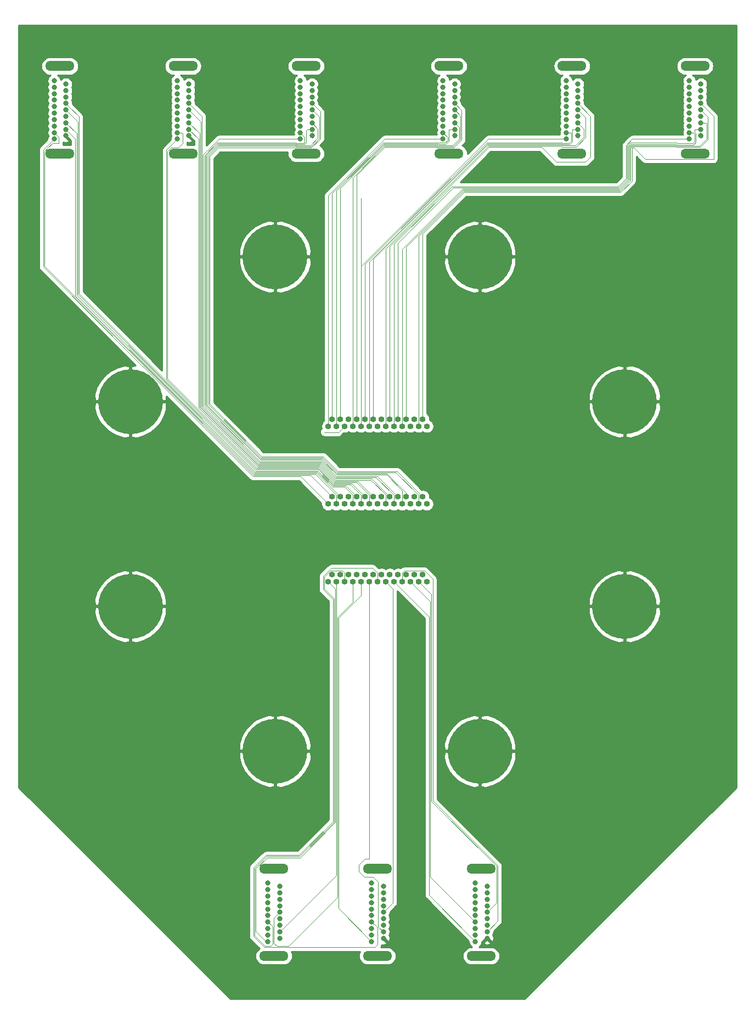
<source format=gbr>
%TF.GenerationSoftware,KiCad,Pcbnew,(5.1.10)-1*%
%TF.CreationDate,2022-04-08T13:19:25-06:00*%
%TF.ProjectId,VacuumFeedThruHDMI,56616375-756d-4466-9565-645468727548,rev?*%
%TF.SameCoordinates,Original*%
%TF.FileFunction,Copper,L2,Inr*%
%TF.FilePolarity,Positive*%
%FSLAX46Y46*%
G04 Gerber Fmt 4.6, Leading zero omitted, Abs format (unit mm)*
G04 Created by KiCad (PCBNEW (5.1.10)-1) date 2022-04-08 13:19:25*
%MOMM*%
%LPD*%
G01*
G04 APERTURE LIST*
%TA.AperFunction,ComponentPad*%
%ADD10O,4.500000X1.500000*%
%TD*%
%TA.AperFunction,ComponentPad*%
%ADD11C,0.800000*%
%TD*%
%TA.AperFunction,ComponentPad*%
%ADD12O,0.920000X0.920000*%
%TD*%
%TA.AperFunction,ComponentPad*%
%ADD13C,10.000000*%
%TD*%
%TA.AperFunction,Conductor*%
%ADD14C,0.090000*%
%TD*%
%TA.AperFunction,Conductor*%
%ADD15C,0.254000*%
%TD*%
%TA.AperFunction,Conductor*%
%ADD16C,0.100000*%
%TD*%
G04 APERTURE END LIST*
D10*
%TO.N,N/C*%
%TO.C,J2*%
X30000000Y67550000D03*
X30000000Y54050000D03*
D11*
%TO.N,Net-(J2-Pad19)*%
X29100000Y65300000D03*
%TO.N,Net-(J2-Pad18)*%
X30900000Y64800000D03*
%TO.N,GND*%
X29100000Y64300000D03*
%TO.N,Net-(J2-Pad16)*%
X30900000Y63800000D03*
%TO.N,Net-(J2-Pad15)*%
X29100000Y63300000D03*
%TO.N,Net-(J2-Pad14)*%
X30900000Y62800000D03*
%TO.N,Net-(J2-Pad13)*%
X29100000Y62300000D03*
%TO.N,Net-(J2-Pad12)*%
X30900000Y61800000D03*
%TO.N,GND*%
X29100000Y61300000D03*
%TO.N,Net-(J2-Pad10)*%
X30900000Y60800000D03*
%TO.N,Net-(J2-Pad9)*%
X29100000Y60300000D03*
%TO.N,GND*%
X30900000Y59800000D03*
%TO.N,Net-(J2-Pad7)*%
X29100000Y59300000D03*
%TO.N,Net-(J2-Pad6)*%
X30900000Y58800000D03*
%TO.N,GND*%
X29100000Y58300000D03*
%TO.N,Net-(J2-Pad4)*%
X30900000Y57800000D03*
%TO.N,Net-(J2-Pad3)*%
X29100000Y57300000D03*
%TO.N,GND*%
X30900000Y56800000D03*
%TO.N,Net-(J2-Pad1)*%
X29100000Y56300000D03*
%TD*%
D10*
%TO.N,N/C*%
%TO.C,J3*%
X49000000Y67550000D03*
X49000000Y54050000D03*
D11*
%TO.N,Net-(J3-Pad19)*%
X48100000Y65300000D03*
%TO.N,Net-(J3-Pad18)*%
X49900000Y64800000D03*
%TO.N,GND*%
X48100000Y64300000D03*
%TO.N,Net-(J3-Pad16)*%
X49900000Y63800000D03*
%TO.N,Net-(J3-Pad15)*%
X48100000Y63300000D03*
%TO.N,Net-(J3-Pad14)*%
X49900000Y62800000D03*
%TO.N,Net-(J3-Pad13)*%
X48100000Y62300000D03*
%TO.N,Net-(J3-Pad12)*%
X49900000Y61800000D03*
%TO.N,GND*%
X48100000Y61300000D03*
%TO.N,Net-(J3-Pad10)*%
X49900000Y60800000D03*
%TO.N,Net-(J3-Pad9)*%
X48100000Y60300000D03*
%TO.N,GND*%
X49900000Y59800000D03*
%TO.N,Net-(J3-Pad7)*%
X48100000Y59300000D03*
%TO.N,Net-(J3-Pad6)*%
X49900000Y58800000D03*
%TO.N,GND*%
X48100000Y58300000D03*
%TO.N,Net-(J3-Pad4)*%
X49900000Y57800000D03*
%TO.N,Net-(J3-Pad3)*%
X48100000Y57300000D03*
%TO.N,GND*%
X49900000Y56800000D03*
%TO.N,Net-(J3-Pad1)*%
X48100000Y56300000D03*
%TD*%
D12*
%TO.N,Net-(M3-Pad13)*%
%TO.C,M3*%
X7620000Y-12000000D03*
%TO.N,Net-(J9-Pad12)*%
X6985000Y-10900000D03*
%TO.N,Net-(J9-Pad10)*%
X6350000Y-12000000D03*
%TO.N,Net-(J9-Pad9)*%
X5715000Y-10900000D03*
%TO.N,Net-(J9-Pad7)*%
X5080000Y-12000000D03*
%TO.N,Net-(J9-Pad6)*%
X4445000Y-10900000D03*
%TO.N,Net-(J9-Pad4)*%
X3810000Y-12000000D03*
%TO.N,Net-(J9-Pad3)*%
X3175000Y-10900000D03*
%TO.N,Net-(J9-Pad1)*%
X2540000Y-12000000D03*
%TO.N,Net-(J8-Pad12)*%
X1905000Y-10900000D03*
%TO.N,Net-(J8-Pad10)*%
X1270000Y-12000000D03*
%TO.N,Net-(J8-Pad9)*%
X635000Y-10900000D03*
%TO.N,Net-(J8-Pad7)*%
X0Y-12000000D03*
%TO.N,Net-(J8-Pad6)*%
X-635000Y-10900000D03*
%TO.N,Net-(J8-Pad4)*%
X-1270000Y-12000000D03*
%TO.N,Net-(J8-Pad3)*%
X-1905000Y-10900000D03*
%TO.N,Net-(J8-Pad1)*%
X-2540000Y-12000000D03*
%TO.N,Net-(J7-Pad12)*%
X-3175000Y-10900000D03*
%TO.N,Net-(J7-Pad10)*%
X-3810000Y-12000000D03*
%TO.N,Net-(J7-Pad9)*%
X-4445000Y-10900000D03*
%TO.N,Net-(J7-Pad7)*%
X-5080000Y-12000000D03*
%TO.N,Net-(J7-Pad6)*%
X-5715000Y-10900000D03*
%TO.N,Net-(J7-Pad4)*%
X-6350000Y-12000000D03*
%TO.N,Net-(J7-Pad3)*%
X-6985000Y-10900000D03*
%TO.N,Net-(J7-Pad1)*%
X-7620000Y-12000000D03*
%TD*%
%TO.N,Net-(M2-Pad13)*%
%TO.C,M2*%
X7620000Y0D03*
%TO.N,Net-(J6-Pad12)*%
X6985000Y1100000D03*
%TO.N,Net-(J6-Pad10)*%
X6350000Y0D03*
%TO.N,Net-(J6-Pad9)*%
X5715000Y1100000D03*
%TO.N,Net-(J6-Pad7)*%
X5080000Y0D03*
%TO.N,Net-(J6-Pad6)*%
X4445000Y1100000D03*
%TO.N,Net-(J6-Pad4)*%
X3810000Y0D03*
%TO.N,Net-(J6-Pad3)*%
X3175000Y1100000D03*
%TO.N,Net-(J6-Pad1)*%
X2540000Y0D03*
%TO.N,Net-(J5-Pad12)*%
X1905000Y1100000D03*
%TO.N,Net-(J5-Pad10)*%
X1270000Y0D03*
%TO.N,Net-(J5-Pad9)*%
X635000Y1100000D03*
%TO.N,Net-(J5-Pad7)*%
X0Y0D03*
%TO.N,Net-(J5-Pad6)*%
X-635000Y1100000D03*
%TO.N,Net-(J5-Pad4)*%
X-1270000Y0D03*
%TO.N,Net-(J5-Pad3)*%
X-1905000Y1100000D03*
%TO.N,Net-(J5-Pad1)*%
X-2540000Y0D03*
%TO.N,Net-(J4-Pad12)*%
X-3175000Y1100000D03*
%TO.N,Net-(J4-Pad10)*%
X-3810000Y0D03*
%TO.N,Net-(J4-Pad9)*%
X-4445000Y1100000D03*
%TO.N,Net-(J4-Pad7)*%
X-5080000Y0D03*
%TO.N,Net-(J4-Pad6)*%
X-5715000Y1100000D03*
%TO.N,Net-(J4-Pad4)*%
X-6350000Y0D03*
%TO.N,Net-(J4-Pad3)*%
X-6985000Y1100000D03*
%TO.N,Net-(J4-Pad1)*%
X-7620000Y0D03*
%TD*%
%TO.N,Net-(M1-Pad13)*%
%TO.C,M1*%
X7620000Y12000000D03*
%TO.N,Net-(J3-Pad12)*%
X6985000Y13100000D03*
%TO.N,Net-(J3-Pad10)*%
X6350000Y12000000D03*
%TO.N,Net-(J3-Pad9)*%
X5715000Y13100000D03*
%TO.N,Net-(J3-Pad7)*%
X5080000Y12000000D03*
%TO.N,Net-(J3-Pad6)*%
X4445000Y13100000D03*
%TO.N,Net-(J3-Pad4)*%
X3810000Y12000000D03*
%TO.N,Net-(J3-Pad3)*%
X3175000Y13100000D03*
%TO.N,Net-(J3-Pad1)*%
X2540000Y12000000D03*
%TO.N,Net-(J2-Pad12)*%
X1905000Y13100000D03*
%TO.N,Net-(J2-Pad10)*%
X1270000Y12000000D03*
%TO.N,Net-(J2-Pad9)*%
X635000Y13100000D03*
%TO.N,Net-(J2-Pad7)*%
X0Y12000000D03*
%TO.N,Net-(J2-Pad6)*%
X-635000Y13100000D03*
%TO.N,Net-(J2-Pad4)*%
X-1270000Y12000000D03*
%TO.N,Net-(J2-Pad3)*%
X-1905000Y13100000D03*
%TO.N,Net-(J2-Pad1)*%
X-2540000Y12000000D03*
%TO.N,Net-(J1-Pad12)*%
X-3175000Y13100000D03*
%TO.N,Net-(J1-Pad10)*%
X-3810000Y12000000D03*
%TO.N,Net-(J1-Pad9)*%
X-4445000Y13100000D03*
%TO.N,Net-(J1-Pad7)*%
X-5080000Y12000000D03*
%TO.N,Net-(J1-Pad6)*%
X-5715000Y13100000D03*
%TO.N,Net-(J1-Pad4)*%
X-6350000Y12000000D03*
%TO.N,Net-(J1-Pad3)*%
X-6985000Y13100000D03*
%TO.N,Net-(J1-Pad1)*%
X-7620000Y12000000D03*
%TD*%
D13*
%TO.N,GND*%
%TO.C,J13*%
X15795259Y-38133128D03*
X38133128Y-15795259D03*
X38133128Y15795259D03*
X15795259Y38133128D03*
X-15795259Y38133128D03*
X-38133128Y15795259D03*
X-38133128Y-15795259D03*
X-15795259Y-38133128D03*
%TD*%
D10*
%TO.N,N/C*%
%TO.C,J4*%
X-49000000Y67550000D03*
X-49000000Y54050000D03*
D11*
%TO.N,Net-(J4-Pad19)*%
X-49900000Y65300000D03*
%TO.N,Net-(J4-Pad18)*%
X-48100000Y64800000D03*
%TO.N,GND*%
X-49900000Y64300000D03*
%TO.N,Net-(J4-Pad16)*%
X-48100000Y63800000D03*
%TO.N,Net-(J4-Pad15)*%
X-49900000Y63300000D03*
%TO.N,Net-(J4-Pad14)*%
X-48100000Y62800000D03*
%TO.N,Net-(J4-Pad13)*%
X-49900000Y62300000D03*
%TO.N,Net-(J4-Pad12)*%
X-48100000Y61800000D03*
%TO.N,GND*%
X-49900000Y61300000D03*
%TO.N,Net-(J4-Pad10)*%
X-48100000Y60800000D03*
%TO.N,Net-(J4-Pad9)*%
X-49900000Y60300000D03*
%TO.N,GND*%
X-48100000Y59800000D03*
%TO.N,Net-(J4-Pad7)*%
X-49900000Y59300000D03*
%TO.N,Net-(J4-Pad6)*%
X-48100000Y58800000D03*
%TO.N,GND*%
X-49900000Y58300000D03*
%TO.N,Net-(J4-Pad4)*%
X-48100000Y57800000D03*
%TO.N,Net-(J4-Pad3)*%
X-49900000Y57300000D03*
%TO.N,GND*%
X-48100000Y56800000D03*
%TO.N,Net-(J4-Pad1)*%
X-49900000Y56300000D03*
%TD*%
D10*
%TO.N,N/C*%
%TO.C,J9*%
X16000000Y-56250000D03*
X16000000Y-69750000D03*
D11*
%TO.N,Net-(J9-Pad19)*%
X15100000Y-58500000D03*
%TO.N,Net-(J9-Pad18)*%
X16900000Y-59000000D03*
%TO.N,GND*%
X15100000Y-59500000D03*
%TO.N,Net-(J9-Pad16)*%
X16900000Y-60000000D03*
%TO.N,Net-(J9-Pad15)*%
X15100000Y-60500000D03*
%TO.N,Net-(J9-Pad14)*%
X16900000Y-61000000D03*
%TO.N,Net-(J9-Pad13)*%
X15100000Y-61500000D03*
%TO.N,Net-(J9-Pad12)*%
X16900000Y-62000000D03*
%TO.N,GND*%
X15100000Y-62500000D03*
%TO.N,Net-(J9-Pad10)*%
X16900000Y-63000000D03*
%TO.N,Net-(J9-Pad9)*%
X15100000Y-63500000D03*
%TO.N,GND*%
X16900000Y-64000000D03*
%TO.N,Net-(J9-Pad7)*%
X15100000Y-64500000D03*
%TO.N,Net-(J9-Pad6)*%
X16900000Y-65000000D03*
%TO.N,GND*%
X15100000Y-65500000D03*
%TO.N,Net-(J9-Pad4)*%
X16900000Y-66000000D03*
%TO.N,Net-(J9-Pad3)*%
X15100000Y-66500000D03*
%TO.N,GND*%
X16900000Y-67000000D03*
%TO.N,Net-(J9-Pad1)*%
X15100000Y-67500000D03*
%TD*%
D10*
%TO.N,N/C*%
%TO.C,J7*%
X-16000000Y-56250000D03*
X-16000000Y-69750000D03*
D11*
%TO.N,Net-(J7-Pad19)*%
X-16900000Y-58500000D03*
%TO.N,Net-(J7-Pad18)*%
X-15100000Y-59000000D03*
%TO.N,GND*%
X-16900000Y-59500000D03*
%TO.N,Net-(J7-Pad16)*%
X-15100000Y-60000000D03*
%TO.N,Net-(J7-Pad15)*%
X-16900000Y-60500000D03*
%TO.N,Net-(J7-Pad14)*%
X-15100000Y-61000000D03*
%TO.N,Net-(J7-Pad13)*%
X-16900000Y-61500000D03*
%TO.N,Net-(J7-Pad12)*%
X-15100000Y-62000000D03*
%TO.N,GND*%
X-16900000Y-62500000D03*
%TO.N,Net-(J7-Pad10)*%
X-15100000Y-63000000D03*
%TO.N,Net-(J7-Pad9)*%
X-16900000Y-63500000D03*
%TO.N,GND*%
X-15100000Y-64000000D03*
%TO.N,Net-(J7-Pad7)*%
X-16900000Y-64500000D03*
%TO.N,Net-(J7-Pad6)*%
X-15100000Y-65000000D03*
%TO.N,GND*%
X-16900000Y-65500000D03*
%TO.N,Net-(J7-Pad4)*%
X-15100000Y-66000000D03*
%TO.N,Net-(J7-Pad3)*%
X-16900000Y-66500000D03*
%TO.N,GND*%
X-15100000Y-67000000D03*
%TO.N,Net-(J7-Pad1)*%
X-16900000Y-67500000D03*
%TD*%
D10*
%TO.N,N/C*%
%TO.C,J8*%
X0Y-56250000D03*
X0Y-69750000D03*
D11*
%TO.N,Net-(J8-Pad19)*%
X-900000Y-58500000D03*
%TO.N,Net-(J8-Pad18)*%
X900000Y-59000000D03*
%TO.N,GND*%
X-900000Y-59500000D03*
%TO.N,Net-(J8-Pad16)*%
X900000Y-60000000D03*
%TO.N,Net-(J8-Pad15)*%
X-900000Y-60500000D03*
%TO.N,Net-(J8-Pad14)*%
X900000Y-61000000D03*
%TO.N,Net-(J8-Pad13)*%
X-900000Y-61500000D03*
%TO.N,Net-(J8-Pad12)*%
X900000Y-62000000D03*
%TO.N,GND*%
X-900000Y-62500000D03*
%TO.N,Net-(J8-Pad10)*%
X900000Y-63000000D03*
%TO.N,Net-(J8-Pad9)*%
X-900000Y-63500000D03*
%TO.N,GND*%
X900000Y-64000000D03*
%TO.N,Net-(J8-Pad7)*%
X-900000Y-64500000D03*
%TO.N,Net-(J8-Pad6)*%
X900000Y-65000000D03*
%TO.N,GND*%
X-900000Y-65500000D03*
%TO.N,Net-(J8-Pad4)*%
X900000Y-66000000D03*
%TO.N,Net-(J8-Pad3)*%
X-900000Y-66500000D03*
%TO.N,GND*%
X900000Y-67000000D03*
%TO.N,Net-(J8-Pad1)*%
X-900000Y-67500000D03*
%TD*%
D10*
%TO.N,N/C*%
%TO.C,J1*%
X11000000Y67550000D03*
X11000000Y54050000D03*
D11*
%TO.N,Net-(J1-Pad19)*%
X10100000Y65300000D03*
%TO.N,Net-(J1-Pad18)*%
X11900000Y64800000D03*
%TO.N,GND*%
X10100000Y64300000D03*
%TO.N,Net-(J1-Pad16)*%
X11900000Y63800000D03*
%TO.N,Net-(J1-Pad15)*%
X10100000Y63300000D03*
%TO.N,Net-(J1-Pad14)*%
X11900000Y62800000D03*
%TO.N,Net-(J1-Pad13)*%
X10100000Y62300000D03*
%TO.N,Net-(J1-Pad12)*%
X11900000Y61800000D03*
%TO.N,GND*%
X10100000Y61300000D03*
%TO.N,Net-(J1-Pad10)*%
X11900000Y60800000D03*
%TO.N,Net-(J1-Pad9)*%
X10100000Y60300000D03*
%TO.N,GND*%
X11900000Y59800000D03*
%TO.N,Net-(J1-Pad7)*%
X10100000Y59300000D03*
%TO.N,Net-(J1-Pad6)*%
X11900000Y58800000D03*
%TO.N,GND*%
X10100000Y58300000D03*
%TO.N,Net-(J1-Pad4)*%
X11900000Y57800000D03*
%TO.N,Net-(J1-Pad3)*%
X10100000Y57300000D03*
%TO.N,GND*%
X11900000Y56800000D03*
%TO.N,Net-(J1-Pad1)*%
X10100000Y56300000D03*
%TD*%
D10*
%TO.N,N/C*%
%TO.C,J6*%
X-11000000Y67550000D03*
X-11000000Y54050000D03*
D11*
%TO.N,Net-(J6-Pad19)*%
X-11900000Y65300000D03*
%TO.N,Net-(J6-Pad18)*%
X-10100000Y64800000D03*
%TO.N,GND*%
X-11900000Y64300000D03*
%TO.N,Net-(J6-Pad16)*%
X-10100000Y63800000D03*
%TO.N,Net-(J6-Pad15)*%
X-11900000Y63300000D03*
%TO.N,Net-(J6-Pad14)*%
X-10100000Y62800000D03*
%TO.N,Net-(J6-Pad13)*%
X-11900000Y62300000D03*
%TO.N,Net-(J6-Pad12)*%
X-10100000Y61800000D03*
%TO.N,GND*%
X-11900000Y61300000D03*
%TO.N,Net-(J6-Pad10)*%
X-10100000Y60800000D03*
%TO.N,Net-(J6-Pad9)*%
X-11900000Y60300000D03*
%TO.N,GND*%
X-10100000Y59800000D03*
%TO.N,Net-(J6-Pad7)*%
X-11900000Y59300000D03*
%TO.N,Net-(J6-Pad6)*%
X-10100000Y58800000D03*
%TO.N,GND*%
X-11900000Y58300000D03*
%TO.N,Net-(J6-Pad4)*%
X-10100000Y57800000D03*
%TO.N,Net-(J6-Pad3)*%
X-11900000Y57300000D03*
%TO.N,GND*%
X-10100000Y56800000D03*
%TO.N,Net-(J6-Pad1)*%
X-11900000Y56300000D03*
%TD*%
D10*
%TO.N,N/C*%
%TO.C,J5*%
X-30000000Y67550000D03*
X-30000000Y54050000D03*
D11*
%TO.N,Net-(J5-Pad19)*%
X-30900000Y65300000D03*
%TO.N,Net-(J5-Pad18)*%
X-29100000Y64800000D03*
%TO.N,GND*%
X-30900000Y64300000D03*
%TO.N,Net-(J5-Pad16)*%
X-29100000Y63800000D03*
%TO.N,Net-(J5-Pad15)*%
X-30900000Y63300000D03*
%TO.N,Net-(J5-Pad14)*%
X-29100000Y62800000D03*
%TO.N,Net-(J5-Pad13)*%
X-30900000Y62300000D03*
%TO.N,Net-(J5-Pad12)*%
X-29100000Y61800000D03*
%TO.N,GND*%
X-30900000Y61300000D03*
%TO.N,Net-(J5-Pad10)*%
X-29100000Y60800000D03*
%TO.N,Net-(J5-Pad9)*%
X-30900000Y60300000D03*
%TO.N,GND*%
X-29100000Y59800000D03*
%TO.N,Net-(J5-Pad7)*%
X-30900000Y59300000D03*
%TO.N,Net-(J5-Pad6)*%
X-29100000Y58800000D03*
%TO.N,GND*%
X-30900000Y58300000D03*
%TO.N,Net-(J5-Pad4)*%
X-29100000Y57800000D03*
%TO.N,Net-(J5-Pad3)*%
X-30900000Y57300000D03*
%TO.N,GND*%
X-29100000Y56800000D03*
%TO.N,Net-(J5-Pad1)*%
X-30900000Y56300000D03*
%TD*%
D14*
%TO.N,Net-(J1-Pad12)*%
X-3175000Y50752140D02*
X-3175000Y13100000D01*
X1117821Y55044961D02*
X-3175000Y50752140D01*
X12990020Y60709980D02*
X11900000Y61800000D01*
X12990020Y56190876D02*
X12990020Y60709980D01*
X11779107Y54979963D02*
X12990020Y56190876D01*
X9261754Y54979962D02*
X11779107Y54979963D01*
X9196753Y55044961D02*
X9261754Y54979962D01*
X1117821Y55044961D02*
X9196753Y55044961D01*
%TO.N,Net-(J1-Pad10)*%
X-3849999Y12039999D02*
X-3810000Y12000000D01*
X-3849999Y50331713D02*
X-3849999Y12039999D01*
X1043259Y55224971D02*
X-3849999Y50331713D01*
X12810010Y59889990D02*
X11900000Y60800000D01*
X12810010Y56265438D02*
X12810010Y59889990D01*
X11704544Y55159972D02*
X12810010Y56265438D01*
X9336315Y55159971D02*
X11704544Y55159972D01*
X9271315Y55224971D02*
X9336315Y55159971D01*
X1043259Y55224971D02*
X9271315Y55224971D01*
%TO.N,Net-(J1-Pad7)*%
X-5080000Y12000000D02*
X-5675001Y11404999D01*
X-5080000Y12000000D02*
X-6050000Y11030000D01*
X-6050000Y11030000D02*
X-8140000Y11030000D01*
X-8140000Y11030000D02*
X-8215001Y11105001D01*
X-8215001Y11105001D02*
X-8215001Y11115001D01*
%TO.N,Net-(J1-Pad6)*%
X-5715000Y48721284D02*
X968697Y55404981D01*
X-5715000Y13100000D02*
X-5715000Y48721284D01*
X9410877Y55339981D02*
X11629981Y55339981D01*
X9345875Y55404981D02*
X9410877Y55339981D01*
X968697Y55404981D02*
X9345875Y55404981D01*
X11629981Y55339981D02*
X12630000Y56340000D01*
X12630000Y58070000D02*
X11900000Y58800000D01*
X12630000Y56340000D02*
X12630000Y58070000D01*
%TO.N,Net-(J1-Pad4)*%
X-6350000Y12000000D02*
X-6350000Y48340856D01*
X-6350000Y48340856D02*
X894133Y55584989D01*
X10990010Y55985438D02*
X10990010Y57799990D01*
X9485438Y55519990D02*
X10524563Y55519991D01*
X9420439Y55584989D02*
X9485438Y55519990D01*
X10524563Y55519991D02*
X10990010Y55985438D01*
X894133Y55584989D02*
X9420439Y55584989D01*
X10990020Y57800000D02*
X11900000Y57800000D01*
X10990010Y57799990D02*
X10990020Y57800000D01*
%TO.N,Net-(J1-Pad3)*%
X10810000Y56590000D02*
X10100000Y57300000D01*
X10810000Y56060000D02*
X10810000Y56590000D01*
X10450000Y55700000D02*
X10810000Y56060000D01*
X9560000Y55700000D02*
X10450000Y55700000D01*
X9495001Y55764999D02*
X9560000Y55700000D01*
X-6985000Y47960428D02*
X819571Y55764999D01*
X819571Y55764999D02*
X9495001Y55764999D01*
X-6985000Y13100000D02*
X-6985000Y47960428D01*
%TO.N,Net-(J1-Pad1)*%
X-7620000Y12000000D02*
X-7620000Y47580000D01*
X1100000Y56300000D02*
X10100000Y56300000D01*
X-7620000Y47580000D02*
X1100000Y56300000D01*
%TO.N,Net-(J2-Pad1)*%
X-2579999Y12039999D02*
X-2540000Y12000000D01*
X29100000Y56300000D02*
X17100000Y56300000D01*
X-2540000Y36660000D02*
X-2540000Y36460000D01*
X17100000Y56300000D02*
X-2540000Y36660000D01*
X-2540000Y36460000D02*
X-2540000Y47160000D01*
X-2540000Y12000000D02*
X-2540000Y36460000D01*
%TO.N,Net-(J2-Pad3)*%
X-1905000Y37040428D02*
X-1905000Y13100000D01*
X16819571Y55764999D02*
X-1905000Y37040428D01*
X29100000Y57300000D02*
X29800000Y57300000D01*
X29800000Y57300000D02*
X29850000Y57250000D01*
X29850000Y57250000D02*
X29850000Y56258198D01*
X29850000Y56258198D02*
X29850000Y55970000D01*
X16819571Y55764999D02*
X28525001Y55764999D01*
X28525001Y55764999D02*
X28650000Y55640000D01*
X29520000Y55640000D02*
X29680000Y55800000D01*
X28650000Y55640000D02*
X29520000Y55640000D01*
X29850000Y55970000D02*
X29680000Y55800000D01*
%TO.N,Net-(J2-Pad4)*%
X-1309999Y12039999D02*
X-1270000Y12000000D01*
X16894133Y55584989D02*
X-1309999Y37380857D01*
X-1309999Y37380857D02*
X-1309999Y12039999D01*
X30030010Y55895438D02*
X30030010Y57789990D01*
X29594563Y55459991D02*
X30030010Y55895438D01*
X28575438Y55459990D02*
X29594563Y55459991D01*
X28450439Y55584989D02*
X28575438Y55459990D01*
X16894133Y55584989D02*
X28450439Y55584989D01*
X30040020Y57800000D02*
X30900000Y57800000D01*
X30030010Y57789990D02*
X30040020Y57800000D01*
%TO.N,Net-(J2-Pad6)*%
X-635000Y37801284D02*
X-635000Y13100000D01*
X16968695Y55404979D02*
X-635000Y37801284D01*
X28375877Y55404979D02*
X28500877Y55279981D01*
X28500877Y55279981D02*
X30539981Y55279981D01*
X16968695Y55404979D02*
X28375877Y55404979D01*
X30539981Y55279981D02*
X31860000Y56600000D01*
X31860000Y57840000D02*
X30900000Y58800000D01*
X31860000Y56600000D02*
X31860000Y57840000D01*
%TO.N,Net-(J2-Pad10)*%
X1270000Y39370000D02*
X1270000Y12000000D01*
X17124969Y55224969D02*
X1270000Y39370000D01*
X30614544Y55099972D02*
X32090000Y56575428D01*
X28426315Y55099971D02*
X30614544Y55099972D01*
X28301316Y55224969D02*
X28426315Y55099971D01*
X17124969Y55224969D02*
X28301316Y55224969D01*
X32090000Y59610000D02*
X30900000Y60800000D01*
X32090000Y56575428D02*
X32090000Y59610000D01*
%TO.N,Net-(J2-Pad12)*%
X1905000Y39749959D02*
X17200000Y55044959D01*
X1905000Y13100000D02*
X1905000Y39749959D01*
X17200000Y55044959D02*
X25275041Y55044959D01*
X25275041Y55044959D02*
X27570000Y52750000D01*
X27570000Y52750000D02*
X32090000Y52750000D01*
X32090000Y52750000D02*
X32870000Y53530000D01*
X32870000Y59830000D02*
X30900000Y61800000D01*
X32870000Y53530000D02*
X32870000Y59830000D01*
%TO.N,Net-(J3-Pad1)*%
X39300000Y56300000D02*
X39340000Y56300000D01*
X38352773Y55352773D02*
X39300000Y56300000D01*
X38352772Y50237344D02*
X38352773Y55352773D01*
X39340000Y56300000D02*
X48100000Y56300000D01*
X37115428Y49000000D02*
X38352772Y50237344D01*
X11409613Y49000000D02*
X37115428Y49000000D01*
X2579999Y40170386D02*
X11409613Y49000000D01*
X2579999Y12039999D02*
X2579999Y40170386D01*
X2540000Y12000000D02*
X2579999Y12039999D01*
%TO.N,Net-(J3-Pad3)*%
X37189991Y48819991D02*
X38532781Y50162781D01*
X11719991Y48819991D02*
X37189991Y48819991D01*
X3175000Y40275000D02*
X11719991Y48819991D01*
X38532781Y50162781D02*
X38532782Y55278210D01*
X3175000Y13100000D02*
X3175000Y40275000D01*
X48100000Y57300000D02*
X48790000Y57300000D01*
X48790000Y57300000D02*
X48800000Y57290000D01*
X38787286Y55532714D02*
X38954572Y55700000D01*
X38532782Y55278210D02*
X38787286Y55532714D01*
X48970000Y57120000D02*
X48790000Y57300000D01*
X48970000Y55890000D02*
X48970000Y57120000D01*
X48700000Y55620000D02*
X48970000Y55890000D01*
X46330000Y55620000D02*
X48700000Y55620000D01*
X46200000Y55750000D02*
X46330000Y55620000D01*
X39004572Y55750000D02*
X46200000Y55750000D01*
X38787286Y55532714D02*
X39004572Y55750000D01*
%TO.N,Net-(J3-Pad4)*%
X48980010Y57799990D02*
X48980020Y57800000D01*
X3810000Y39310000D02*
X13139981Y48639981D01*
X39029134Y55519990D02*
X46175438Y55519990D01*
X46175438Y55519990D02*
X46255438Y55439990D01*
X38712791Y55203647D02*
X39029134Y55519990D01*
X13139981Y48639981D02*
X37269981Y48639981D01*
X49150010Y57194562D02*
X48980010Y57364562D01*
X37269981Y48639981D02*
X38712790Y50082790D01*
X38712790Y50082790D02*
X38712791Y55203647D01*
X46255438Y55439990D02*
X48774562Y55439990D01*
X48774562Y55439990D02*
X49150009Y55815437D01*
X48980020Y57800000D02*
X49900000Y57800000D01*
X49150009Y55815437D02*
X49150010Y57194562D01*
X3810000Y12000000D02*
X3810000Y39310000D01*
X48980010Y57364562D02*
X48980010Y57799990D01*
%TO.N,Net-(J3-Pad6)*%
X4445000Y13100000D02*
X4445000Y39690428D01*
X37360827Y48459971D02*
X38892800Y49991944D01*
X38892800Y55129084D02*
X39103696Y55339980D01*
X4445000Y39690428D02*
X13214543Y48459971D01*
X38892800Y49991944D02*
X38892800Y55129084D01*
X13214543Y48459971D02*
X37360827Y48459971D01*
X49900000Y58800000D02*
X50710000Y58800000D01*
X50710000Y58800000D02*
X50770000Y58740000D01*
X49689980Y55259980D02*
X50770000Y56340000D01*
X46180876Y55259980D02*
X49689980Y55259980D01*
X46100876Y55339980D02*
X46180876Y55259980D01*
X39103696Y55339980D02*
X46100876Y55339980D01*
X50770000Y58740000D02*
X50770000Y56340000D01*
%TO.N,Net-(J3-Pad10)*%
X6389999Y12039999D02*
X6350000Y12000000D01*
X6389999Y41380855D02*
X6389999Y12039999D01*
X13289105Y48279961D02*
X6389999Y41380855D01*
X32279961Y48279961D02*
X13289105Y48279961D01*
X32298249Y48279961D02*
X32279961Y48279961D01*
X39178258Y55159970D02*
X39072810Y55054522D01*
X39072810Y55054522D02*
X39072810Y49917382D01*
X39072810Y49917382D02*
X37435389Y48279961D01*
X37435389Y48279961D02*
X32279961Y48279961D01*
X50950010Y56265438D02*
X50950010Y59749990D01*
X49764543Y55079971D02*
X50950010Y56265438D01*
X46106314Y55079970D02*
X49764543Y55079971D01*
X46026314Y55159970D02*
X46106314Y55079970D01*
X50950010Y59749990D02*
X49900000Y60800000D01*
X39178258Y55159970D02*
X46026314Y55159970D01*
%TO.N,Net-(J3-Pad12)*%
X13399951Y48099951D02*
X6985000Y41685000D01*
X37509951Y48099951D02*
X13399951Y48099951D01*
X39252820Y49842820D02*
X37509951Y48099951D01*
X39520040Y54979960D02*
X39252820Y54979960D01*
X41340000Y53160000D02*
X39520040Y54979960D01*
X6985000Y41685000D02*
X6985000Y13100000D01*
X51870000Y53160000D02*
X41340000Y53160000D01*
X39252820Y54979960D02*
X39252820Y49842820D01*
X51870000Y53160000D02*
X51870000Y59830000D01*
X49900000Y61800000D02*
X51845000Y59855000D01*
%TO.N,Net-(J5-Pad1)*%
X-2540000Y1345602D02*
X-2540000Y0D01*
X-4166485Y2972087D02*
X-2540000Y1345602D01*
X-6823371Y2972087D02*
X-4166485Y2972087D01*
X-18672714Y5327286D02*
X-9178570Y5327286D01*
X-9178570Y5327286D02*
X-6823371Y2972087D01*
X-32580010Y54619990D02*
X-32580010Y19234582D01*
X-32580010Y19234582D02*
X-32172714Y18827286D01*
X-30900000Y56300000D02*
X-32580010Y54619990D01*
X-32172714Y18827286D02*
X-18672714Y5327286D01*
X-32385010Y19039582D02*
X-32172714Y18827286D01*
%TO.N,Net-(J5-Pad3)*%
X-3957097Y3152097D02*
X-1905000Y1100000D01*
X-6748809Y3152097D02*
X-3957097Y3152097D01*
X-9104007Y5507295D02*
X-6748809Y3152097D01*
X-18598152Y5507296D02*
X-9104007Y5507295D01*
X-32400000Y19309144D02*
X-18598152Y5507296D01*
X-32400000Y54401593D02*
X-32400000Y19309144D01*
X-31801593Y55000000D02*
X-32400000Y54401593D01*
X-30700000Y55000000D02*
X-31801593Y55000000D01*
X-30040000Y55660000D02*
X-30700000Y55000000D01*
X-30040000Y57170000D02*
X-30040000Y55660000D01*
X-30170000Y57300000D02*
X-30040000Y57170000D01*
X-30900000Y57300000D02*
X-30170000Y57300000D01*
%TO.N,Net-(J5-Pad4)*%
X-29100000Y57800000D02*
X-27614990Y56314990D01*
X-27614990Y56314990D02*
X-27614990Y14814990D01*
X-18487305Y5687305D02*
X-9029446Y5687304D01*
X-27614990Y14814990D02*
X-18487305Y5687305D01*
X-9029446Y5687304D02*
X-6674249Y3332107D01*
X-1270000Y1345602D02*
X-1270000Y0D01*
X-3256505Y3332107D02*
X-1270000Y1345602D01*
X-6674249Y3332107D02*
X-3256505Y3332107D01*
%TO.N,Net-(J5-Pad6)*%
X-29100000Y58800000D02*
X-27434980Y57134980D01*
X-27434980Y57134980D02*
X-27434980Y56389552D01*
X-27434980Y56389552D02*
X-27434980Y14889552D01*
X-18412742Y5867314D02*
X-8954885Y5867313D01*
X-27434980Y14889552D02*
X-18412742Y5867314D01*
X-8954885Y5867313D02*
X-8954883Y5867313D01*
X-8954883Y5867313D02*
X-6599687Y3512117D01*
X-3047117Y3512117D02*
X-3387883Y3512117D01*
X-635000Y1100000D02*
X-3047117Y3512117D01*
X-3387883Y3512117D02*
X-3181943Y3512117D01*
X-6599687Y3512117D02*
X-3387883Y3512117D01*
%TO.N,Net-(J5-Pad10)*%
X1270000Y1425600D02*
X1270000Y0D01*
X-996527Y3692127D02*
X1270000Y1425600D01*
X-6525125Y3692127D02*
X-996527Y3692127D01*
X-8880320Y6047322D02*
X-6525125Y3692127D01*
X-18338179Y6047323D02*
X-8880320Y6047322D01*
X-27254970Y14964114D02*
X-18338179Y6047323D01*
X-27254970Y58954970D02*
X-27254970Y14964114D01*
X-29100000Y60800000D02*
X-27254970Y58954970D01*
%TO.N,Net-(J5-Pad12)*%
X-895000Y3900000D02*
X1905000Y1100000D01*
X-6478428Y3900000D02*
X-895000Y3900000D01*
X-8805759Y6227331D02*
X-6478428Y3900000D01*
X-18263616Y6227332D02*
X-8805759Y6227331D01*
X-27074960Y15038676D02*
X-18263616Y6227332D01*
X-27074960Y59774960D02*
X-27074960Y15038676D01*
X-29100000Y61800000D02*
X-27074960Y59774960D01*
%TO.N,Net-(J6-Pad12)*%
X-10205846Y54935010D02*
X-8829981Y56310875D01*
X-25900000Y53600000D02*
X-24564990Y54935010D01*
X-24564990Y54935010D02*
X-10205846Y54935010D01*
X-25900000Y53211710D02*
X-25900000Y53600000D01*
X-25905855Y53205855D02*
X-25900000Y53211710D01*
X-25905855Y15397003D02*
X-25905855Y53205855D01*
X-8829981Y56310875D02*
X-8829981Y60529981D01*
X-17848879Y7340027D02*
X-25905855Y15397003D01*
X-8829981Y60529981D02*
X-10100000Y61800000D01*
X-8376313Y7340027D02*
X-17848879Y7340027D01*
X-6088157Y5051873D02*
X-8376313Y7340027D01*
X3033127Y5051873D02*
X-6088157Y5051873D01*
X6985000Y1100000D02*
X3033127Y5051873D01*
%TO.N,Net-(J6-Pad10)*%
X-9009991Y59709991D02*
X-10100000Y60800000D01*
X6350000Y0D02*
X6350000Y1345602D01*
X6350000Y1345602D02*
X2835583Y4860019D01*
X2835583Y4860019D02*
X-6150875Y4860019D01*
X-12713714Y55200000D02*
X-12633685Y55119971D01*
X-8450874Y7160018D02*
X-17923443Y7160019D01*
X-6150875Y4860019D02*
X-8450874Y7160018D01*
X-9009991Y56385437D02*
X-9009991Y59709991D01*
X-17923443Y7160019D02*
X-26100000Y15336576D01*
X-10275456Y55119972D02*
X-9009991Y56385437D01*
X-26100000Y15336576D02*
X-26100000Y53666282D01*
X-12633685Y55119971D02*
X-10275456Y55119972D01*
X-26100000Y53666282D02*
X-24566282Y55200000D01*
X-24566282Y55200000D02*
X-12713714Y55200000D01*
%TO.N,Net-(J6-Pad6)*%
X-6225438Y4680010D02*
X1474563Y4680009D01*
X-17998006Y6980010D02*
X-8525437Y6980009D01*
X-8525437Y6980009D02*
X-6225438Y4680010D01*
X-26300000Y15282004D02*
X-17998006Y6980010D01*
X1474563Y4680009D02*
X4445000Y1709572D01*
X-26300000Y53720854D02*
X-26300000Y15282004D01*
X4445000Y1709572D02*
X4445000Y1100000D01*
X-24615875Y55404979D02*
X-26300000Y53720854D01*
X-12664123Y55404979D02*
X-12559123Y55299981D01*
X-12559123Y55299981D02*
X-10350019Y55299981D01*
X-24615875Y55404979D02*
X-12664123Y55404979D01*
X-10350019Y55299981D02*
X-9190000Y56460000D01*
X-9190000Y57890000D02*
X-10100000Y58800000D01*
X-9190000Y56460000D02*
X-9190000Y57890000D01*
%TO.N,Net-(J6-Pad4)*%
X-26500000Y53775426D02*
X-26500000Y15227432D01*
X-24690437Y55584989D02*
X-26500000Y53775426D01*
X-26500000Y15227432D02*
X-18072568Y6800000D01*
X-8600000Y6800000D02*
X-6300000Y4500000D01*
X-18072568Y6800000D02*
X-8600000Y6800000D01*
X3810000Y2090000D02*
X3810000Y0D01*
X1400000Y4500000D02*
X3810000Y2090000D01*
X-6300000Y4500000D02*
X1400000Y4500000D01*
X-11039990Y55725438D02*
X-11039990Y57599990D01*
X-11285437Y55479991D02*
X-11039990Y55725438D01*
X-12484562Y55479990D02*
X-11285437Y55479991D01*
X-12589561Y55584989D02*
X-12484562Y55479990D01*
X-24690437Y55584989D02*
X-12589561Y55584989D01*
X-10839980Y57800000D02*
X-10100000Y57800000D01*
X-11039990Y57599990D02*
X-10839980Y57800000D01*
%TO.N,Net-(J6-Pad3)*%
X-5010Y4280010D02*
X3175000Y1100000D01*
X-8656633Y6587349D02*
X-6349294Y4280010D01*
X-26700000Y15172860D02*
X-18114490Y6587350D01*
X-26700000Y53829998D02*
X-26700000Y15172860D01*
X-18114490Y6587350D02*
X-8656633Y6587349D01*
X-24764999Y55764999D02*
X-26700000Y53829998D01*
X-6349294Y4280010D02*
X-5010Y4280010D01*
X-24764999Y55764999D02*
X-12514999Y55764999D01*
X-12514999Y55764999D02*
X-12410000Y55660000D01*
X-12410000Y55660000D02*
X-11360000Y55660000D01*
X-11360000Y55660000D02*
X-11220000Y55800000D01*
X-11220000Y56620000D02*
X-11900000Y57300000D01*
X-11220000Y55800000D02*
X-11220000Y56620000D01*
%TO.N,Net-(J6-Pad1)*%
X-214398Y4100000D02*
X2540000Y1345602D01*
X-8731196Y6407340D02*
X-6423856Y4100000D01*
X-18189053Y6407341D02*
X-8731196Y6407340D01*
X-26894950Y15113238D02*
X-18189053Y6407341D01*
X-26894950Y53905050D02*
X-26894950Y15113238D01*
X-6423856Y4100000D02*
X-214398Y4100000D01*
X-24500000Y56300000D02*
X-26894950Y53905050D01*
X2540000Y1345602D02*
X2540000Y0D01*
X-11900000Y56300000D02*
X-24500000Y56300000D01*
%TO.N,Net-(J7-Pad10)*%
X-3810000Y-15140010D02*
X-3810000Y-12000000D01*
X-6169990Y-17500000D02*
X-3810000Y-15140010D01*
X-6169990Y-60669990D02*
X-6169990Y-17500000D01*
X-13700000Y-68200000D02*
X-6169990Y-60669990D01*
X-15520000Y-68200000D02*
X-13700000Y-68200000D01*
X-15959990Y-67760010D02*
X-15520000Y-68200000D01*
X-15959990Y-63859990D02*
X-15959990Y-67760010D01*
X-15100000Y-63000000D02*
X-15959990Y-63859990D01*
%TO.N,Net-(J7-Pad7)*%
X-16364999Y-65035001D02*
X-16900000Y-64500000D01*
X-16140000Y-65260000D02*
X-16364999Y-65035001D01*
X-16140000Y-67850000D02*
X-16140000Y-65260000D01*
X-16500000Y-68210000D02*
X-16140000Y-67850000D01*
X-5080000Y-12000000D02*
X-5080000Y-10654398D01*
X-5080000Y-10654398D02*
X-5429399Y-10304999D01*
X-5429399Y-10304999D02*
X-7270601Y-10304999D01*
X-7270601Y-10304999D02*
X-8215001Y-11249399D01*
X-8215001Y-11249399D02*
X-8215001Y-13124999D01*
X-8215001Y-13124999D02*
X-6710020Y-14629980D01*
X-18970010Y-56213845D02*
X-18970010Y-66609990D01*
X-6710020Y-49045448D02*
X-12034562Y-54369990D01*
X-17126156Y-54369991D02*
X-18970010Y-56213845D01*
X-12034562Y-54369990D02*
X-17126156Y-54369991D01*
X-6710020Y-14629980D02*
X-6710020Y-49045448D01*
X-18970010Y-66609990D02*
X-17370000Y-68210000D01*
X-17370000Y-68210000D02*
X-16500000Y-68210000D01*
%TO.N,Net-(J7-Pad4)*%
X-6350000Y-57250000D02*
X-15100000Y-66000000D01*
X-6350000Y-12000000D02*
X-6350000Y-57250000D01*
%TO.N,Net-(J7-Pad1)*%
X-16900000Y-67291802D02*
X-16900000Y-67500000D01*
X-18790000Y-56288407D02*
X-18790000Y-65890000D01*
X-11960000Y-54550000D02*
X-17051593Y-54550000D01*
X-6530010Y-49120010D02*
X-11960000Y-54550000D01*
X-17180000Y-67500000D02*
X-16900000Y-67500000D01*
X-18790000Y-65890000D02*
X-17180000Y-67500000D01*
X-6530010Y-13089990D02*
X-6530010Y-49120010D01*
X-17051593Y-54550000D02*
X-18790000Y-56288407D01*
X-7620000Y-12000000D02*
X-6530010Y-13089990D01*
%TO.N,Net-(J4-Pad12)*%
X-46074960Y59774960D02*
X-47635001Y61335001D01*
X-46074960Y32474960D02*
X-46074960Y59774960D01*
X-18729690Y5129690D02*
X-46074960Y32474960D01*
X-6897933Y2792077D02*
X-9235546Y5129690D01*
X-9235546Y5129690D02*
X-18729690Y5129690D01*
X-4867077Y2792077D02*
X-6897933Y2792077D01*
X-3175000Y1100000D02*
X-4867077Y2792077D01*
X-47635001Y61335001D02*
X-48100000Y61800000D01*
%TO.N,Net-(J4-Pad10)*%
X-5074398Y2610000D02*
X-3810000Y1345602D01*
X-6970428Y2610000D02*
X-5074398Y2610000D01*
X-9310108Y4949680D02*
X-6970428Y2610000D01*
X-18849680Y4949680D02*
X-9310108Y4949680D01*
X-46254970Y32354970D02*
X-18849680Y4949680D01*
X-3810000Y1345602D02*
X-3810000Y0D01*
X-46254970Y58954970D02*
X-46254970Y32354970D01*
X-48100000Y60800000D02*
X-46254970Y58954970D01*
%TO.N,Net-(J4-Pad6)*%
X-5715000Y1100000D02*
X-9384670Y4769670D01*
X-9384670Y4769670D02*
X-18969670Y4769670D01*
X-46434980Y32234980D02*
X-46150000Y31950000D01*
X-46434980Y57134980D02*
X-46434980Y32234980D01*
X-48100000Y58800000D02*
X-46434980Y57134980D01*
X-46150000Y31950000D02*
X-46400000Y32200000D01*
X-18969670Y4769670D02*
X-46150000Y31950000D01*
%TO.N,Net-(J4-Pad4)*%
X-6350000Y0D02*
X-6739398Y0D01*
X-46614990Y32131495D02*
X-46614990Y56314990D01*
X-19071748Y4588253D02*
X-46614990Y32131495D01*
X-9592651Y4588253D02*
X-19071748Y4588253D01*
X-6350000Y1345602D02*
X-9592651Y4588253D01*
X-46614990Y56314990D02*
X-48100000Y57800000D01*
X-6350000Y0D02*
X-6350000Y1345602D01*
%TO.N,Net-(J4-Pad3)*%
X-49160000Y56560000D02*
X-49900000Y57300000D01*
X-49170000Y55640000D02*
X-49160000Y55650000D01*
X-50150000Y55640000D02*
X-49170000Y55640000D01*
X-49160000Y55650000D02*
X-49160000Y56560000D01*
X-50854990Y54935010D02*
X-50150000Y55640000D01*
X-50866583Y54935010D02*
X-50854990Y54935010D01*
X-10308243Y4408243D02*
X-19146311Y4408243D01*
X-51385010Y54416583D02*
X-50866583Y54935010D01*
X-19146311Y4408243D02*
X-51385010Y36646943D01*
X-7990001Y2090001D02*
X-10308243Y4408243D01*
X-7975001Y2090001D02*
X-7990001Y2090001D01*
X-51385010Y36646943D02*
X-51385010Y54416583D01*
X-6985000Y1100000D02*
X-7975001Y2090001D01*
%TO.N,Net-(J4-Pad1)*%
X-49900000Y56300000D02*
X-51590000Y54610000D01*
X-51590000Y54610000D02*
X-51590000Y43970000D01*
X-36192640Y21200000D02*
X-36200000Y21200000D01*
X-19220874Y4228234D02*
X-36192640Y21200000D01*
X-11848233Y4228233D02*
X-19220874Y4228234D01*
X-7620000Y0D02*
X-11848233Y4228233D01*
X-36200000Y21200000D02*
X-51590000Y36590000D01*
X-51590000Y43970000D02*
X-51590000Y36590000D01*
%TO.N,Net-(J8-Pad10)*%
X2385010Y-61514990D02*
X900000Y-63000000D01*
X2385010Y-13115010D02*
X2385010Y-61514990D01*
X1270000Y-12000000D02*
X2385010Y-13115010D01*
%TO.N,Net-(J8-Pad7)*%
X-364999Y-65035001D02*
X-900000Y-64500000D01*
X-30000Y-65370000D02*
X-364999Y-65035001D01*
X-30000Y-68000000D02*
X-30000Y-65370000D01*
X-420010Y-68390010D02*
X-30000Y-68000000D01*
X0Y-12000000D02*
X0Y-10654398D01*
X-744399Y-9909999D02*
X-7130173Y-9909999D01*
X-7130173Y-9909999D02*
X-8395011Y-11174837D01*
X-17200719Y-54189982D02*
X-19150019Y-56139282D01*
X0Y-10654398D02*
X-744399Y-9909999D01*
X-6890030Y-48970886D02*
X-12109126Y-54189982D01*
X-8395010Y-13204990D02*
X-6890030Y-14709970D01*
X-19150019Y-66684553D02*
X-17444562Y-68390010D01*
X-8395011Y-11174837D02*
X-8395010Y-13204990D01*
X-6890030Y-14709970D02*
X-6890030Y-48970886D01*
X-19150019Y-56139282D02*
X-19150019Y-66684553D01*
X-12109126Y-54189982D02*
X-17200719Y-54189982D01*
X-17444562Y-68390010D02*
X-420010Y-68390010D01*
%TO.N,Net-(J8-Pad4)*%
X-2070000Y-57520000D02*
X-640000Y-57520000D01*
X-2870000Y-56720000D02*
X-2070000Y-57520000D01*
X364999Y-65464999D02*
X900000Y-66000000D01*
X-2870000Y-55670000D02*
X-2870000Y-56720000D01*
X-1270000Y-54768407D02*
X-1968407Y-54768407D01*
X-1968407Y-54768407D02*
X-2870000Y-55670000D01*
X-1270000Y-12000000D02*
X-1270000Y-54768407D01*
X900000Y-66000000D02*
X110000Y-65210000D01*
X110000Y-58270000D02*
X-640000Y-57520000D01*
X110000Y-65210000D02*
X110000Y-58270000D01*
%TO.N,Net-(J8-Pad1)*%
X-5989980Y-62410020D02*
X-900000Y-67500000D01*
X-2540000Y-12000000D02*
X-2540000Y-14124582D01*
X-5989980Y-17574562D02*
X-5989980Y-27600020D01*
X-5989980Y-27600020D02*
X-5989980Y-62410020D01*
X-2540000Y-14124582D02*
X-5989980Y-17574562D01*
X-5989980Y-27080000D02*
X-5989980Y-27600020D01*
%TO.N,Net-(J9-Pad10)*%
X18385010Y-61514990D02*
X16900000Y-63000000D01*
X18385010Y-55883417D02*
X18385010Y-61514990D01*
X8330020Y-45828427D02*
X18385010Y-55883417D01*
X8330020Y-13980020D02*
X8330020Y-45828427D01*
X6350000Y-12000000D02*
X8330020Y-13980020D01*
%TO.N,Net-(J9-Pad7)*%
X8150010Y-15070010D02*
X8150010Y-57550010D01*
X8150010Y-57550010D02*
X15100000Y-64500000D01*
X5080000Y-12000000D02*
X8150010Y-15070010D01*
%TO.N,Net-(J9-Pad4)*%
X7270601Y-10304999D02*
X8520000Y-11554398D01*
X4159399Y-10304999D02*
X7270601Y-10304999D01*
X3810000Y-10654398D02*
X4159399Y-10304999D01*
X3810000Y-12000000D02*
X3810000Y-10654398D01*
X18565020Y-55808855D02*
X18565020Y-64334980D01*
X18565020Y-64334980D02*
X16900000Y-66000000D01*
X8520000Y-45763835D02*
X18565020Y-55808855D01*
X8520000Y-11554398D02*
X8520000Y-45763835D01*
%TO.N,Net-(J9-Pad1)*%
X2540000Y-12000000D02*
X7970000Y-17430000D01*
X7970000Y-60370000D02*
X15100000Y-67500000D01*
X7970000Y-17430000D02*
X7970000Y-60370000D01*
%TD*%
D15*
%TO.N,GND*%
X55348001Y-43729932D02*
X22729934Y-76348000D01*
X-22729933Y-76348000D01*
X-42938651Y-56139282D01*
X-19825270Y-56139282D01*
X-19822019Y-56172289D01*
X-19822018Y-66651536D01*
X-19825270Y-66684553D01*
X-19812295Y-66816288D01*
X-19782768Y-66913623D01*
X-19773869Y-66942960D01*
X-19711469Y-67059702D01*
X-19627493Y-67162028D01*
X-19601853Y-67183070D01*
X-18214420Y-68570503D01*
X-18268721Y-68599527D01*
X-18478397Y-68771603D01*
X-18650473Y-68981279D01*
X-18778337Y-69220495D01*
X-18857075Y-69480061D01*
X-18883662Y-69750000D01*
X-18857075Y-70019939D01*
X-18778337Y-70279505D01*
X-18650473Y-70518721D01*
X-18478397Y-70728397D01*
X-18268721Y-70900473D01*
X-18029505Y-71028337D01*
X-17769939Y-71107075D01*
X-17567640Y-71127000D01*
X-14432360Y-71127000D01*
X-14230061Y-71107075D01*
X-13970495Y-71028337D01*
X-13731279Y-70900473D01*
X-13521603Y-70728397D01*
X-13349527Y-70518721D01*
X-13221663Y-70279505D01*
X-13142925Y-70019939D01*
X-13116338Y-69750000D01*
X-13142925Y-69480061D01*
X-13221663Y-69220495D01*
X-13306375Y-69062010D01*
X-2693625Y-69062010D01*
X-2778337Y-69220495D01*
X-2857075Y-69480061D01*
X-2883662Y-69750000D01*
X-2857075Y-70019939D01*
X-2778337Y-70279505D01*
X-2650473Y-70518721D01*
X-2478397Y-70728397D01*
X-2268721Y-70900473D01*
X-2029505Y-71028337D01*
X-1769939Y-71107075D01*
X-1567640Y-71127000D01*
X1567640Y-71127000D01*
X1769939Y-71107075D01*
X2029505Y-71028337D01*
X2268721Y-70900473D01*
X2478397Y-70728397D01*
X2650473Y-70518721D01*
X2778337Y-70279505D01*
X2857075Y-70019939D01*
X2883662Y-69750000D01*
X2857075Y-69480061D01*
X2778337Y-69220495D01*
X2650473Y-68981279D01*
X2478397Y-68771603D01*
X2268721Y-68599527D01*
X2029505Y-68471663D01*
X1769939Y-68392925D01*
X1567640Y-68373000D01*
X532600Y-68373000D01*
X593851Y-68258407D01*
X632276Y-68131735D01*
X642000Y-68033007D01*
X642000Y-68033006D01*
X644875Y-68003815D01*
X782523Y-68033351D01*
X986377Y-68036413D01*
X1186912Y-67999647D01*
X1376420Y-67924466D01*
X1403981Y-67909736D01*
X1426836Y-67706441D01*
X900000Y-67179605D01*
X885858Y-67193748D01*
X706253Y-67014143D01*
X710891Y-67009504D01*
X798849Y-67027000D01*
X1001151Y-67027000D01*
X1089109Y-67009504D01*
X1606441Y-67526836D01*
X1809736Y-67503981D01*
X1890577Y-67316816D01*
X1933351Y-67117477D01*
X1936413Y-66913623D01*
X1899647Y-66713088D01*
X1824466Y-66523580D01*
X1809736Y-66496019D01*
X1804152Y-66495391D01*
X1810115Y-66486467D01*
X1887533Y-66299565D01*
X1927000Y-66101151D01*
X1927000Y-65898849D01*
X1887533Y-65700435D01*
X1810115Y-65513533D01*
X1801073Y-65500000D01*
X1810115Y-65486467D01*
X1887533Y-65299565D01*
X1927000Y-65101151D01*
X1927000Y-64898849D01*
X1887533Y-64700435D01*
X1810115Y-64513533D01*
X1804152Y-64504609D01*
X1809736Y-64503981D01*
X1890577Y-64316816D01*
X1933351Y-64117477D01*
X1936413Y-63913623D01*
X1899647Y-63713088D01*
X1824466Y-63523580D01*
X1809736Y-63496019D01*
X1804152Y-63495391D01*
X1810115Y-63486467D01*
X1887533Y-63299565D01*
X1927000Y-63101151D01*
X1927000Y-62923351D01*
X2836845Y-62013507D01*
X2862485Y-61992465D01*
X2946461Y-61890139D01*
X3008861Y-61773397D01*
X3047286Y-61646725D01*
X3057010Y-61547997D01*
X3060261Y-61514991D01*
X3057010Y-61481983D01*
X3057010Y-13467361D01*
X7298000Y-17708352D01*
X7298001Y-60336983D01*
X7294749Y-60370000D01*
X7307724Y-60501735D01*
X7337882Y-60601151D01*
X7346150Y-60628407D01*
X7408550Y-60745149D01*
X7492526Y-60847475D01*
X7518166Y-60868517D01*
X14073000Y-67423352D01*
X14073000Y-67601151D01*
X14112467Y-67799565D01*
X14189885Y-67986467D01*
X14302277Y-68154674D01*
X14445326Y-68297723D01*
X14557986Y-68373000D01*
X14432360Y-68373000D01*
X14230061Y-68392925D01*
X13970495Y-68471663D01*
X13731279Y-68599527D01*
X13521603Y-68771603D01*
X13349527Y-68981279D01*
X13221663Y-69220495D01*
X13142925Y-69480061D01*
X13116338Y-69750000D01*
X13142925Y-70019939D01*
X13221663Y-70279505D01*
X13349527Y-70518721D01*
X13521603Y-70728397D01*
X13731279Y-70900473D01*
X13970495Y-71028337D01*
X14230061Y-71107075D01*
X14432360Y-71127000D01*
X17567640Y-71127000D01*
X17769939Y-71107075D01*
X18029505Y-71028337D01*
X18268721Y-70900473D01*
X18478397Y-70728397D01*
X18650473Y-70518721D01*
X18778337Y-70279505D01*
X18857075Y-70019939D01*
X18883662Y-69750000D01*
X18857075Y-69480061D01*
X18778337Y-69220495D01*
X18650473Y-68981279D01*
X18478397Y-68771603D01*
X18268721Y-68599527D01*
X18029505Y-68471663D01*
X17769939Y-68392925D01*
X17567640Y-68373000D01*
X15642014Y-68373000D01*
X15754674Y-68297723D01*
X15897723Y-68154674D01*
X16010115Y-67986467D01*
X16087533Y-67799565D01*
X16106056Y-67706441D01*
X16373164Y-67706441D01*
X16396019Y-67909736D01*
X16583184Y-67990577D01*
X16782523Y-68033351D01*
X16986377Y-68036413D01*
X17186912Y-67999647D01*
X17376420Y-67924466D01*
X17403981Y-67909736D01*
X17426836Y-67706441D01*
X16900000Y-67179605D01*
X16373164Y-67706441D01*
X16106056Y-67706441D01*
X16127000Y-67601151D01*
X16127000Y-67519353D01*
X16193559Y-67526836D01*
X16710891Y-67009504D01*
X16798849Y-67027000D01*
X17001151Y-67027000D01*
X17089109Y-67009504D01*
X17606441Y-67526836D01*
X17809736Y-67503981D01*
X17890577Y-67316816D01*
X17933351Y-67117477D01*
X17936413Y-66913623D01*
X17899647Y-66713088D01*
X17824466Y-66523580D01*
X17809736Y-66496019D01*
X17804152Y-66495391D01*
X17810115Y-66486467D01*
X17887533Y-66299565D01*
X17927000Y-66101151D01*
X17927000Y-65923351D01*
X19016855Y-64833497D01*
X19042495Y-64812455D01*
X19126471Y-64710129D01*
X19188871Y-64593387D01*
X19224352Y-64476420D01*
X19227296Y-64466716D01*
X19240271Y-64334980D01*
X19237020Y-64301973D01*
X19237020Y-55841862D01*
X19240271Y-55808855D01*
X19227296Y-55677119D01*
X19197177Y-55577831D01*
X19188871Y-55550448D01*
X19126471Y-55433706D01*
X19042494Y-55331380D01*
X19016854Y-55310338D01*
X9192000Y-45485484D01*
X9192000Y-39144115D01*
X10223980Y-39144115D01*
X10528264Y-40211592D01*
X11034956Y-41199195D01*
X11724584Y-42068970D01*
X12570646Y-42787493D01*
X13540628Y-43327151D01*
X14597254Y-43667206D01*
X14784272Y-43704407D01*
X15668259Y-43635177D01*
X15668259Y-38260128D01*
X15922259Y-38260128D01*
X15922259Y-43635177D01*
X16806246Y-43704407D01*
X17873723Y-43400123D01*
X18861326Y-42893431D01*
X19731101Y-42203803D01*
X20449624Y-41357741D01*
X20989282Y-40387759D01*
X21329337Y-39331133D01*
X21366538Y-39144115D01*
X21297308Y-38260128D01*
X15922259Y-38260128D01*
X15668259Y-38260128D01*
X10293210Y-38260128D01*
X10223980Y-39144115D01*
X9192000Y-39144115D01*
X9192000Y-37122141D01*
X10223980Y-37122141D01*
X10293210Y-38006128D01*
X15668259Y-38006128D01*
X15668259Y-32631079D01*
X15922259Y-32631079D01*
X15922259Y-38006128D01*
X21297308Y-38006128D01*
X21366538Y-37122141D01*
X21062254Y-36054664D01*
X20555562Y-35067061D01*
X19865934Y-34197286D01*
X19019872Y-33478763D01*
X18049890Y-32939105D01*
X16993264Y-32599050D01*
X16806246Y-32561849D01*
X15922259Y-32631079D01*
X15668259Y-32631079D01*
X14784272Y-32561849D01*
X13716795Y-32866133D01*
X12729192Y-33372825D01*
X11859417Y-34062453D01*
X11140894Y-34908515D01*
X10601236Y-35878497D01*
X10261181Y-36935123D01*
X10223980Y-37122141D01*
X9192000Y-37122141D01*
X9192000Y-16806246D01*
X32561849Y-16806246D01*
X32866133Y-17873723D01*
X33372825Y-18861326D01*
X34062453Y-19731101D01*
X34908515Y-20449624D01*
X35878497Y-20989282D01*
X36935123Y-21329337D01*
X37122141Y-21366538D01*
X38006128Y-21297308D01*
X38006128Y-15922259D01*
X38260128Y-15922259D01*
X38260128Y-21297308D01*
X39144115Y-21366538D01*
X40211592Y-21062254D01*
X41199195Y-20555562D01*
X42068970Y-19865934D01*
X42787493Y-19019872D01*
X43327151Y-18049890D01*
X43667206Y-16993264D01*
X43704407Y-16806246D01*
X43635177Y-15922259D01*
X38260128Y-15922259D01*
X38006128Y-15922259D01*
X32631079Y-15922259D01*
X32561849Y-16806246D01*
X9192000Y-16806246D01*
X9192000Y-14784272D01*
X32561849Y-14784272D01*
X32631079Y-15668259D01*
X38006128Y-15668259D01*
X38006128Y-10293210D01*
X38260128Y-10293210D01*
X38260128Y-15668259D01*
X43635177Y-15668259D01*
X43704407Y-14784272D01*
X43400123Y-13716795D01*
X42893431Y-12729192D01*
X42203803Y-11859417D01*
X41357741Y-11140894D01*
X40387759Y-10601236D01*
X39331133Y-10261181D01*
X39144115Y-10223980D01*
X38260128Y-10293210D01*
X38006128Y-10293210D01*
X37122141Y-10223980D01*
X36054664Y-10528264D01*
X35067061Y-11034956D01*
X34197286Y-11724584D01*
X33478763Y-12570646D01*
X32939105Y-13540628D01*
X32599050Y-14597254D01*
X32561849Y-14784272D01*
X9192000Y-14784272D01*
X9192000Y-11587405D01*
X9195251Y-11554397D01*
X9182276Y-11422662D01*
X9156510Y-11337724D01*
X9143851Y-11295991D01*
X9081451Y-11179249D01*
X9030910Y-11117665D01*
X9018515Y-11102561D01*
X9018513Y-11102559D01*
X8997474Y-11076923D01*
X8971839Y-11055885D01*
X7769122Y-9853169D01*
X7748076Y-9827524D01*
X7645750Y-9743548D01*
X7529008Y-9681148D01*
X7402336Y-9642723D01*
X7303608Y-9632999D01*
X7270601Y-9629748D01*
X7237594Y-9632999D01*
X4192406Y-9632999D01*
X4159399Y-9629748D01*
X4027663Y-9642723D01*
X3998426Y-9651592D01*
X3900992Y-9681148D01*
X3784250Y-9743548D01*
X3681924Y-9827524D01*
X3660877Y-9853170D01*
X3610300Y-9903747D01*
X3492066Y-9854772D01*
X3282060Y-9813000D01*
X3067940Y-9813000D01*
X2857934Y-9854772D01*
X2660112Y-9936713D01*
X2540000Y-10016970D01*
X2419888Y-9936713D01*
X2222066Y-9854772D01*
X2012060Y-9813000D01*
X1797940Y-9813000D01*
X1587934Y-9854772D01*
X1390112Y-9936713D01*
X1270000Y-10016970D01*
X1149888Y-9936713D01*
X952066Y-9854772D01*
X742060Y-9813000D01*
X527940Y-9813000D01*
X317934Y-9854772D01*
X199700Y-9903746D01*
X-245878Y-9458169D01*
X-266924Y-9432524D01*
X-369250Y-9348548D01*
X-485992Y-9286148D01*
X-612664Y-9247723D01*
X-711392Y-9237999D01*
X-744399Y-9234748D01*
X-777406Y-9237999D01*
X-7097166Y-9237999D01*
X-7130174Y-9234748D01*
X-7261909Y-9247723D01*
X-7300334Y-9259379D01*
X-7388580Y-9286148D01*
X-7505322Y-9348548D01*
X-7607648Y-9432524D01*
X-7628690Y-9458164D01*
X-8846846Y-10676321D01*
X-8872486Y-10697363D01*
X-8956462Y-10799689D01*
X-9018862Y-10916431D01*
X-9045631Y-11004677D01*
X-9057287Y-11043102D01*
X-9070262Y-11174837D01*
X-9067011Y-11207845D01*
X-9067009Y-13171973D01*
X-9070261Y-13204990D01*
X-9057286Y-13336725D01*
X-9023127Y-13449331D01*
X-9018860Y-13463397D01*
X-8956460Y-13580139D01*
X-8872484Y-13682465D01*
X-8846844Y-13703507D01*
X-7562030Y-14988322D01*
X-7562029Y-48692534D01*
X-12387477Y-53517982D01*
X-17167715Y-53517982D01*
X-17200720Y-53514731D01*
X-17233725Y-53517982D01*
X-17233726Y-53517982D01*
X-17332454Y-53527706D01*
X-17459126Y-53566131D01*
X-17575868Y-53628531D01*
X-17678194Y-53712507D01*
X-17699241Y-53738153D01*
X-19601853Y-55640765D01*
X-19627494Y-55661808D01*
X-19711470Y-55764134D01*
X-19773870Y-55880876D01*
X-19783693Y-55913259D01*
X-19812295Y-56007547D01*
X-19825270Y-56139282D01*
X-42938651Y-56139282D01*
X-55348000Y-43729934D01*
X-55348000Y-39144115D01*
X-21366538Y-39144115D01*
X-21062254Y-40211592D01*
X-20555562Y-41199195D01*
X-19865934Y-42068970D01*
X-19019872Y-42787493D01*
X-18049890Y-43327151D01*
X-16993264Y-43667206D01*
X-16806246Y-43704407D01*
X-15922259Y-43635177D01*
X-15922259Y-38260128D01*
X-15668259Y-38260128D01*
X-15668259Y-43635177D01*
X-14784272Y-43704407D01*
X-13716795Y-43400123D01*
X-12729192Y-42893431D01*
X-11859417Y-42203803D01*
X-11140894Y-41357741D01*
X-10601236Y-40387759D01*
X-10261181Y-39331133D01*
X-10223980Y-39144115D01*
X-10293210Y-38260128D01*
X-15668259Y-38260128D01*
X-15922259Y-38260128D01*
X-21297308Y-38260128D01*
X-21366538Y-39144115D01*
X-55348000Y-39144115D01*
X-55348000Y-37122141D01*
X-21366538Y-37122141D01*
X-21297308Y-38006128D01*
X-15922259Y-38006128D01*
X-15922259Y-32631079D01*
X-15668259Y-32631079D01*
X-15668259Y-38006128D01*
X-10293210Y-38006128D01*
X-10223980Y-37122141D01*
X-10528264Y-36054664D01*
X-11034956Y-35067061D01*
X-11724584Y-34197286D01*
X-12570646Y-33478763D01*
X-13540628Y-32939105D01*
X-14597254Y-32599050D01*
X-14784272Y-32561849D01*
X-15668259Y-32631079D01*
X-15922259Y-32631079D01*
X-16806246Y-32561849D01*
X-17873723Y-32866133D01*
X-18861326Y-33372825D01*
X-19731101Y-34062453D01*
X-20449624Y-34908515D01*
X-20989282Y-35878497D01*
X-21329337Y-36935123D01*
X-21366538Y-37122141D01*
X-55348000Y-37122141D01*
X-55348000Y-16806246D01*
X-43704407Y-16806246D01*
X-43400123Y-17873723D01*
X-42893431Y-18861326D01*
X-42203803Y-19731101D01*
X-41357741Y-20449624D01*
X-40387759Y-20989282D01*
X-39331133Y-21329337D01*
X-39144115Y-21366538D01*
X-38260128Y-21297308D01*
X-38260128Y-15922259D01*
X-38006128Y-15922259D01*
X-38006128Y-21297308D01*
X-37122141Y-21366538D01*
X-36054664Y-21062254D01*
X-35067061Y-20555562D01*
X-34197286Y-19865934D01*
X-33478763Y-19019872D01*
X-32939105Y-18049890D01*
X-32599050Y-16993264D01*
X-32561849Y-16806246D01*
X-32631079Y-15922259D01*
X-38006128Y-15922259D01*
X-38260128Y-15922259D01*
X-43635177Y-15922259D01*
X-43704407Y-16806246D01*
X-55348000Y-16806246D01*
X-55348000Y-14784272D01*
X-43704407Y-14784272D01*
X-43635177Y-15668259D01*
X-38260128Y-15668259D01*
X-38260128Y-10293210D01*
X-38006128Y-10293210D01*
X-38006128Y-15668259D01*
X-32631079Y-15668259D01*
X-32561849Y-14784272D01*
X-32866133Y-13716795D01*
X-33372825Y-12729192D01*
X-34062453Y-11859417D01*
X-34908515Y-11140894D01*
X-35878497Y-10601236D01*
X-36935123Y-10261181D01*
X-37122141Y-10223980D01*
X-38006128Y-10293210D01*
X-38260128Y-10293210D01*
X-39144115Y-10223980D01*
X-40211592Y-10528264D01*
X-41199195Y-11034956D01*
X-42068970Y-11724584D01*
X-42787493Y-12570646D01*
X-43327151Y-13540628D01*
X-43667206Y-14597254D01*
X-43704407Y-14784272D01*
X-55348000Y-14784272D01*
X-55348000Y14784272D01*
X-43704407Y14784272D01*
X-43400123Y13716795D01*
X-42893431Y12729192D01*
X-42203803Y11859417D01*
X-41357741Y11140894D01*
X-40387759Y10601236D01*
X-39331133Y10261181D01*
X-39144115Y10223980D01*
X-38260128Y10293210D01*
X-38260128Y15668259D01*
X-38006128Y15668259D01*
X-38006128Y10293210D01*
X-37122141Y10223980D01*
X-36054664Y10528264D01*
X-35067061Y11034956D01*
X-34197286Y11724584D01*
X-33478763Y12570646D01*
X-32939105Y13540628D01*
X-32599050Y14597254D01*
X-32561849Y14784272D01*
X-32631079Y15668259D01*
X-38006128Y15668259D01*
X-38260128Y15668259D01*
X-43635177Y15668259D01*
X-43704407Y14784272D01*
X-55348000Y14784272D01*
X-55348000Y16806246D01*
X-43704407Y16806246D01*
X-43635177Y15922259D01*
X-38260128Y15922259D01*
X-38260128Y21297308D01*
X-39144115Y21366538D01*
X-40211592Y21062254D01*
X-41199195Y20555562D01*
X-42068970Y19865934D01*
X-42787493Y19019872D01*
X-43327151Y18049890D01*
X-43667206Y16993264D01*
X-43704407Y16806246D01*
X-55348000Y16806246D01*
X-55348000Y54610000D01*
X-52265251Y54610000D01*
X-52262000Y54576993D01*
X-52261999Y44003016D01*
X-52262000Y44003006D01*
X-52261999Y36623017D01*
X-52265251Y36590000D01*
X-52252276Y36458265D01*
X-52213850Y36331593D01*
X-52151450Y36214851D01*
X-52067474Y36112525D01*
X-52041834Y36091483D01*
X-37302746Y21352394D01*
X-38006128Y21297308D01*
X-38006128Y16101867D01*
X-38118987Y15989008D01*
X-37939379Y15809400D01*
X-37826520Y15922259D01*
X-32631079Y15922259D01*
X-32575459Y16632467D01*
X-19719389Y3776397D01*
X-19698349Y3750760D01*
X-19672715Y3729723D01*
X-19672711Y3729719D01*
X-19596023Y3666784D01*
X-19479282Y3604384D01*
X-19352610Y3565958D01*
X-19220874Y3552983D01*
X-19187857Y3556235D01*
X-12126584Y3556233D01*
X-8702091Y131740D01*
X-8707000Y107060D01*
X-8707000Y-107060D01*
X-8665228Y-317066D01*
X-8583287Y-514888D01*
X-8464328Y-692922D01*
X-8312922Y-844328D01*
X-8134888Y-963287D01*
X-7937066Y-1045228D01*
X-7727060Y-1087000D01*
X-7512940Y-1087000D01*
X-7302934Y-1045228D01*
X-7105112Y-963287D01*
X-6985000Y-883030D01*
X-6864888Y-963287D01*
X-6667066Y-1045228D01*
X-6457060Y-1087000D01*
X-6242940Y-1087000D01*
X-6032934Y-1045228D01*
X-5835112Y-963287D01*
X-5715000Y-883030D01*
X-5594888Y-963287D01*
X-5397066Y-1045228D01*
X-5187060Y-1087000D01*
X-4972940Y-1087000D01*
X-4762934Y-1045228D01*
X-4565112Y-963287D01*
X-4445000Y-883030D01*
X-4324888Y-963287D01*
X-4127066Y-1045228D01*
X-3917060Y-1087000D01*
X-3702940Y-1087000D01*
X-3492934Y-1045228D01*
X-3295112Y-963287D01*
X-3175000Y-883030D01*
X-3054888Y-963287D01*
X-2857066Y-1045228D01*
X-2647060Y-1087000D01*
X-2432940Y-1087000D01*
X-2222934Y-1045228D01*
X-2025112Y-963287D01*
X-1905000Y-883030D01*
X-1784888Y-963287D01*
X-1587066Y-1045228D01*
X-1377060Y-1087000D01*
X-1162940Y-1087000D01*
X-952934Y-1045228D01*
X-755112Y-963287D01*
X-635000Y-883030D01*
X-514888Y-963287D01*
X-317066Y-1045228D01*
X-107060Y-1087000D01*
X107060Y-1087000D01*
X317066Y-1045228D01*
X514888Y-963287D01*
X635000Y-883030D01*
X755112Y-963287D01*
X952934Y-1045228D01*
X1162940Y-1087000D01*
X1377060Y-1087000D01*
X1587066Y-1045228D01*
X1784888Y-963287D01*
X1905000Y-883030D01*
X2025112Y-963287D01*
X2222934Y-1045228D01*
X2432940Y-1087000D01*
X2647060Y-1087000D01*
X2857066Y-1045228D01*
X3054888Y-963287D01*
X3175000Y-883030D01*
X3295112Y-963287D01*
X3492934Y-1045228D01*
X3702940Y-1087000D01*
X3917060Y-1087000D01*
X4127066Y-1045228D01*
X4324888Y-963287D01*
X4445000Y-883030D01*
X4565112Y-963287D01*
X4762934Y-1045228D01*
X4972940Y-1087000D01*
X5187060Y-1087000D01*
X5397066Y-1045228D01*
X5594888Y-963287D01*
X5715000Y-883030D01*
X5835112Y-963287D01*
X6032934Y-1045228D01*
X6242940Y-1087000D01*
X6457060Y-1087000D01*
X6667066Y-1045228D01*
X6864888Y-963287D01*
X6985000Y-883030D01*
X7105112Y-963287D01*
X7302934Y-1045228D01*
X7512940Y-1087000D01*
X7727060Y-1087000D01*
X7937066Y-1045228D01*
X8134888Y-963287D01*
X8312922Y-844328D01*
X8464328Y-692922D01*
X8583287Y-514888D01*
X8665228Y-317066D01*
X8707000Y-107060D01*
X8707000Y107060D01*
X8665228Y317066D01*
X8583287Y514888D01*
X8464328Y692922D01*
X8312922Y844328D01*
X8134888Y963287D01*
X8071338Y989611D01*
X8072000Y992940D01*
X8072000Y1207060D01*
X8030228Y1417066D01*
X7948287Y1614888D01*
X7829328Y1792922D01*
X7677922Y1944328D01*
X7499888Y2063287D01*
X7302066Y2145228D01*
X7092060Y2187000D01*
X6877940Y2187000D01*
X6853260Y2182091D01*
X3531649Y5503702D01*
X3510602Y5529348D01*
X3408276Y5613324D01*
X3291534Y5675724D01*
X3164862Y5714149D01*
X3066134Y5723873D01*
X3033127Y5727124D01*
X3000120Y5723873D01*
X-5809805Y5723873D01*
X-7877792Y7791857D01*
X-7898838Y7817502D01*
X-8001164Y7901478D01*
X-8117906Y7963878D01*
X-8244578Y8002303D01*
X-8343306Y8012027D01*
X-8376313Y8015278D01*
X-8409320Y8012027D01*
X-17570527Y8012027D01*
X-20663501Y11105001D01*
X-8890252Y11105001D01*
X-8887001Y11071995D01*
X-8877277Y10973267D01*
X-8838852Y10846595D01*
X-8776452Y10729853D01*
X-8692476Y10627527D01*
X-8666832Y10606482D01*
X-8638524Y10578174D01*
X-8617475Y10552525D01*
X-8515149Y10468549D01*
X-8398407Y10406149D01*
X-8271735Y10367724D01*
X-8173007Y10358000D01*
X-8173006Y10358000D01*
X-8140001Y10354749D01*
X-8106996Y10358000D01*
X-6083007Y10358000D01*
X-6050000Y10354749D01*
X-6016993Y10358000D01*
X-5918265Y10367724D01*
X-5791593Y10406149D01*
X-5674851Y10468549D01*
X-5572525Y10552525D01*
X-5551479Y10578170D01*
X-5211740Y10917909D01*
X-5187060Y10913000D01*
X-4972940Y10913000D01*
X-4762934Y10954772D01*
X-4565112Y11036713D01*
X-4445000Y11116970D01*
X-4324888Y11036713D01*
X-4127066Y10954772D01*
X-3917060Y10913000D01*
X-3702940Y10913000D01*
X-3492934Y10954772D01*
X-3295112Y11036713D01*
X-3175000Y11116970D01*
X-3054888Y11036713D01*
X-2857066Y10954772D01*
X-2647060Y10913000D01*
X-2432940Y10913000D01*
X-2222934Y10954772D01*
X-2025112Y11036713D01*
X-1905000Y11116970D01*
X-1784888Y11036713D01*
X-1587066Y10954772D01*
X-1377060Y10913000D01*
X-1162940Y10913000D01*
X-952934Y10954772D01*
X-755112Y11036713D01*
X-635000Y11116970D01*
X-514888Y11036713D01*
X-317066Y10954772D01*
X-107060Y10913000D01*
X107060Y10913000D01*
X317066Y10954772D01*
X514888Y11036713D01*
X635000Y11116970D01*
X755112Y11036713D01*
X952934Y10954772D01*
X1162940Y10913000D01*
X1377060Y10913000D01*
X1587066Y10954772D01*
X1784888Y11036713D01*
X1905000Y11116970D01*
X2025112Y11036713D01*
X2222934Y10954772D01*
X2432940Y10913000D01*
X2647060Y10913000D01*
X2857066Y10954772D01*
X3054888Y11036713D01*
X3175000Y11116970D01*
X3295112Y11036713D01*
X3492934Y10954772D01*
X3702940Y10913000D01*
X3917060Y10913000D01*
X4127066Y10954772D01*
X4324888Y11036713D01*
X4445000Y11116970D01*
X4565112Y11036713D01*
X4762934Y10954772D01*
X4972940Y10913000D01*
X5187060Y10913000D01*
X5397066Y10954772D01*
X5594888Y11036713D01*
X5715000Y11116970D01*
X5835112Y11036713D01*
X6032934Y10954772D01*
X6242940Y10913000D01*
X6457060Y10913000D01*
X6667066Y10954772D01*
X6864888Y11036713D01*
X6985000Y11116970D01*
X7105112Y11036713D01*
X7302934Y10954772D01*
X7512940Y10913000D01*
X7727060Y10913000D01*
X7937066Y10954772D01*
X8134888Y11036713D01*
X8312922Y11155672D01*
X8464328Y11307078D01*
X8583287Y11485112D01*
X8665228Y11682934D01*
X8707000Y11892940D01*
X8707000Y12107060D01*
X8665228Y12317066D01*
X8583287Y12514888D01*
X8464328Y12692922D01*
X8312922Y12844328D01*
X8134888Y12963287D01*
X8071338Y12989611D01*
X8072000Y12992940D01*
X8072000Y13207060D01*
X8030228Y13417066D01*
X7948287Y13614888D01*
X7829328Y13792922D01*
X7677922Y13944328D01*
X7657000Y13958308D01*
X7657000Y14784272D01*
X32561849Y14784272D01*
X32866133Y13716795D01*
X33372825Y12729192D01*
X34062453Y11859417D01*
X34908515Y11140894D01*
X35878497Y10601236D01*
X36935123Y10261181D01*
X37122141Y10223980D01*
X38006128Y10293210D01*
X38006128Y15668259D01*
X38260128Y15668259D01*
X38260128Y10293210D01*
X39144115Y10223980D01*
X40211592Y10528264D01*
X41199195Y11034956D01*
X42068970Y11724584D01*
X42787493Y12570646D01*
X43327151Y13540628D01*
X43667206Y14597254D01*
X43704407Y14784272D01*
X43635177Y15668259D01*
X38260128Y15668259D01*
X38006128Y15668259D01*
X32631079Y15668259D01*
X32561849Y14784272D01*
X7657000Y14784272D01*
X7657000Y16806246D01*
X32561849Y16806246D01*
X32631079Y15922259D01*
X38006128Y15922259D01*
X38006128Y21297308D01*
X38260128Y21297308D01*
X38260128Y15922259D01*
X43635177Y15922259D01*
X43704407Y16806246D01*
X43400123Y17873723D01*
X42893431Y18861326D01*
X42203803Y19731101D01*
X41357741Y20449624D01*
X40387759Y20989282D01*
X39331133Y21329337D01*
X39144115Y21366538D01*
X38260128Y21297308D01*
X38006128Y21297308D01*
X37122141Y21366538D01*
X36054664Y21062254D01*
X35067061Y20555562D01*
X34197286Y19865934D01*
X33478763Y19019872D01*
X32939105Y18049890D01*
X32599050Y16993264D01*
X32561849Y16806246D01*
X7657000Y16806246D01*
X7657000Y37122141D01*
X10223980Y37122141D01*
X10528264Y36054664D01*
X11034956Y35067061D01*
X11724584Y34197286D01*
X12570646Y33478763D01*
X13540628Y32939105D01*
X14597254Y32599050D01*
X14784272Y32561849D01*
X15668259Y32631079D01*
X15668259Y38006128D01*
X15922259Y38006128D01*
X15922259Y32631079D01*
X16806246Y32561849D01*
X17873723Y32866133D01*
X18861326Y33372825D01*
X19731101Y34062453D01*
X20449624Y34908515D01*
X20989282Y35878497D01*
X21329337Y36935123D01*
X21366538Y37122141D01*
X21297308Y38006128D01*
X15922259Y38006128D01*
X15668259Y38006128D01*
X10293210Y38006128D01*
X10223980Y37122141D01*
X7657000Y37122141D01*
X7657000Y39144115D01*
X10223980Y39144115D01*
X10293210Y38260128D01*
X15668259Y38260128D01*
X15668259Y43635177D01*
X15922259Y43635177D01*
X15922259Y38260128D01*
X21297308Y38260128D01*
X21366538Y39144115D01*
X21062254Y40211592D01*
X20555562Y41199195D01*
X19865934Y42068970D01*
X19019872Y42787493D01*
X18049890Y43327151D01*
X16993264Y43667206D01*
X16806246Y43704407D01*
X15922259Y43635177D01*
X15668259Y43635177D01*
X14784272Y43704407D01*
X13716795Y43400123D01*
X12729192Y42893431D01*
X11859417Y42203803D01*
X11140894Y41357741D01*
X10601236Y40387759D01*
X10261181Y39331133D01*
X10223980Y39144115D01*
X7657000Y39144115D01*
X7657000Y41406649D01*
X13678303Y47427951D01*
X37476944Y47427951D01*
X37509951Y47424700D01*
X37542958Y47427951D01*
X37641686Y47437675D01*
X37768358Y47476100D01*
X37885100Y47538500D01*
X37987426Y47622476D01*
X38008473Y47648121D01*
X39704655Y49344303D01*
X39730295Y49365345D01*
X39814271Y49467671D01*
X39876671Y49584413D01*
X39907276Y49685306D01*
X39915096Y49711084D01*
X39928071Y49842820D01*
X39924820Y49875827D01*
X39924820Y53624829D01*
X40841483Y52708165D01*
X40862525Y52682525D01*
X40964851Y52598549D01*
X41081593Y52536149D01*
X41153107Y52514456D01*
X41208264Y52497724D01*
X41339999Y52484749D01*
X41373007Y52488000D01*
X51836993Y52488000D01*
X51870000Y52484749D01*
X51903007Y52488000D01*
X52001735Y52497724D01*
X52128407Y52536149D01*
X52245149Y52598549D01*
X52347475Y52682525D01*
X52431451Y52784851D01*
X52493851Y52901593D01*
X52532276Y53028265D01*
X52545251Y53160000D01*
X52542000Y53193007D01*
X52542000Y59863007D01*
X52532276Y59961735D01*
X52493851Y60088407D01*
X52431451Y60205149D01*
X52347475Y60307475D01*
X52321829Y60328522D01*
X50927000Y61723351D01*
X50927000Y61901151D01*
X50887533Y62099565D01*
X50810115Y62286467D01*
X50801073Y62300000D01*
X50810115Y62313533D01*
X50887533Y62500435D01*
X50927000Y62698849D01*
X50927000Y62901151D01*
X50887533Y63099565D01*
X50810115Y63286467D01*
X50801073Y63300000D01*
X50810115Y63313533D01*
X50887533Y63500435D01*
X50927000Y63698849D01*
X50927000Y63901151D01*
X50887533Y64099565D01*
X50810115Y64286467D01*
X50801073Y64300000D01*
X50810115Y64313533D01*
X50887533Y64500435D01*
X50927000Y64698849D01*
X50927000Y64901151D01*
X50887533Y65099565D01*
X50810115Y65286467D01*
X50697723Y65454674D01*
X50554674Y65597723D01*
X50386467Y65710115D01*
X50199565Y65787533D01*
X50001151Y65827000D01*
X49798849Y65827000D01*
X49600435Y65787533D01*
X49413533Y65710115D01*
X49245326Y65597723D01*
X49114018Y65466415D01*
X49087533Y65599565D01*
X49010115Y65786467D01*
X48897723Y65954674D01*
X48754674Y66097723D01*
X48642014Y66173000D01*
X50567640Y66173000D01*
X50769939Y66192925D01*
X51029505Y66271663D01*
X51268721Y66399527D01*
X51478397Y66571603D01*
X51650473Y66781279D01*
X51778337Y67020495D01*
X51857075Y67280061D01*
X51883662Y67550000D01*
X51857075Y67819939D01*
X51778337Y68079505D01*
X51650473Y68318721D01*
X51478397Y68528397D01*
X51268721Y68700473D01*
X51029505Y68828337D01*
X50769939Y68907075D01*
X50567640Y68927000D01*
X47432360Y68927000D01*
X47230061Y68907075D01*
X46970495Y68828337D01*
X46731279Y68700473D01*
X46521603Y68528397D01*
X46349527Y68318721D01*
X46221663Y68079505D01*
X46142925Y67819939D01*
X46116338Y67550000D01*
X46142925Y67280061D01*
X46221663Y67020495D01*
X46349527Y66781279D01*
X46521603Y66571603D01*
X46731279Y66399527D01*
X46970495Y66271663D01*
X47230061Y66192925D01*
X47432360Y66173000D01*
X47557986Y66173000D01*
X47445326Y66097723D01*
X47302277Y65954674D01*
X47189885Y65786467D01*
X47112467Y65599565D01*
X47073000Y65401151D01*
X47073000Y65198849D01*
X47112467Y65000435D01*
X47189885Y64813533D01*
X47195848Y64804609D01*
X47190264Y64803981D01*
X47109423Y64616816D01*
X47066649Y64417477D01*
X47063587Y64213623D01*
X47100353Y64013088D01*
X47175534Y63823580D01*
X47190264Y63796019D01*
X47195848Y63795391D01*
X47189885Y63786467D01*
X47112467Y63599565D01*
X47073000Y63401151D01*
X47073000Y63198849D01*
X47112467Y63000435D01*
X47189885Y62813533D01*
X47198927Y62800000D01*
X47189885Y62786467D01*
X47112467Y62599565D01*
X47073000Y62401151D01*
X47073000Y62198849D01*
X47112467Y62000435D01*
X47189885Y61813533D01*
X47195848Y61804609D01*
X47190264Y61803981D01*
X47109423Y61616816D01*
X47066649Y61417477D01*
X47063587Y61213623D01*
X47100353Y61013088D01*
X47175534Y60823580D01*
X47190264Y60796019D01*
X47195848Y60795391D01*
X47189885Y60786467D01*
X47112467Y60599565D01*
X47073000Y60401151D01*
X47073000Y60198849D01*
X47112467Y60000435D01*
X47189885Y59813533D01*
X47198927Y59800000D01*
X47189885Y59786467D01*
X47112467Y59599565D01*
X47073000Y59401151D01*
X47073000Y59198849D01*
X47112467Y59000435D01*
X47189885Y58813533D01*
X47195848Y58804609D01*
X47190264Y58803981D01*
X47109423Y58616816D01*
X47066649Y58417477D01*
X47063587Y58213623D01*
X47100353Y58013088D01*
X47175534Y57823580D01*
X47190264Y57796019D01*
X47195848Y57795391D01*
X47189885Y57786467D01*
X47112467Y57599565D01*
X47073000Y57401151D01*
X47073000Y57198849D01*
X47112467Y57000435D01*
X47124245Y56972000D01*
X39333007Y56972000D01*
X39299999Y56975251D01*
X39168264Y56962276D01*
X39113107Y56945544D01*
X39041593Y56923851D01*
X38924851Y56861451D01*
X38822525Y56777475D01*
X38801483Y56751835D01*
X37900939Y55851290D01*
X37875299Y55830248D01*
X37800447Y55739040D01*
X37791323Y55727922D01*
X37728923Y55611180D01*
X37690497Y55484508D01*
X37677522Y55352773D01*
X37680774Y55319756D01*
X37680772Y50515696D01*
X36837077Y49672000D01*
X12777392Y49672000D01*
X17478351Y54372959D01*
X24996690Y54372959D01*
X27071483Y52298165D01*
X27092525Y52272525D01*
X27194851Y52188549D01*
X27311593Y52126149D01*
X27383107Y52104456D01*
X27438264Y52087724D01*
X27569999Y52074749D01*
X27603007Y52078000D01*
X32056993Y52078000D01*
X32090000Y52074749D01*
X32123007Y52078000D01*
X32221735Y52087724D01*
X32348407Y52126149D01*
X32465149Y52188549D01*
X32567475Y52272525D01*
X32588522Y52298171D01*
X33321834Y53031483D01*
X33347474Y53052525D01*
X33431451Y53154851D01*
X33493851Y53271593D01*
X33532276Y53398265D01*
X33538598Y53462447D01*
X33545251Y53530000D01*
X33542000Y53563007D01*
X33542000Y59796993D01*
X33545251Y59830000D01*
X33532276Y59961736D01*
X33514078Y60021726D01*
X33493851Y60088407D01*
X33431451Y60205149D01*
X33347475Y60307475D01*
X33321835Y60328517D01*
X31927000Y61723351D01*
X31927000Y61901151D01*
X31887533Y62099565D01*
X31810115Y62286467D01*
X31801073Y62300000D01*
X31810115Y62313533D01*
X31887533Y62500435D01*
X31927000Y62698849D01*
X31927000Y62901151D01*
X31887533Y63099565D01*
X31810115Y63286467D01*
X31801073Y63300000D01*
X31810115Y63313533D01*
X31887533Y63500435D01*
X31927000Y63698849D01*
X31927000Y63901151D01*
X31887533Y64099565D01*
X31810115Y64286467D01*
X31801073Y64300000D01*
X31810115Y64313533D01*
X31887533Y64500435D01*
X31927000Y64698849D01*
X31927000Y64901151D01*
X31887533Y65099565D01*
X31810115Y65286467D01*
X31697723Y65454674D01*
X31554674Y65597723D01*
X31386467Y65710115D01*
X31199565Y65787533D01*
X31001151Y65827000D01*
X30798849Y65827000D01*
X30600435Y65787533D01*
X30413533Y65710115D01*
X30245326Y65597723D01*
X30114018Y65466415D01*
X30087533Y65599565D01*
X30010115Y65786467D01*
X29897723Y65954674D01*
X29754674Y66097723D01*
X29642014Y66173000D01*
X31567640Y66173000D01*
X31769939Y66192925D01*
X32029505Y66271663D01*
X32268721Y66399527D01*
X32478397Y66571603D01*
X32650473Y66781279D01*
X32778337Y67020495D01*
X32857075Y67280061D01*
X32883662Y67550000D01*
X32857075Y67819939D01*
X32778337Y68079505D01*
X32650473Y68318721D01*
X32478397Y68528397D01*
X32268721Y68700473D01*
X32029505Y68828337D01*
X31769939Y68907075D01*
X31567640Y68927000D01*
X28432360Y68927000D01*
X28230061Y68907075D01*
X27970495Y68828337D01*
X27731279Y68700473D01*
X27521603Y68528397D01*
X27349527Y68318721D01*
X27221663Y68079505D01*
X27142925Y67819939D01*
X27116338Y67550000D01*
X27142925Y67280061D01*
X27221663Y67020495D01*
X27349527Y66781279D01*
X27521603Y66571603D01*
X27731279Y66399527D01*
X27970495Y66271663D01*
X28230061Y66192925D01*
X28432360Y66173000D01*
X28557986Y66173000D01*
X28445326Y66097723D01*
X28302277Y65954674D01*
X28189885Y65786467D01*
X28112467Y65599565D01*
X28073000Y65401151D01*
X28073000Y65198849D01*
X28112467Y65000435D01*
X28189885Y64813533D01*
X28195848Y64804609D01*
X28190264Y64803981D01*
X28109423Y64616816D01*
X28066649Y64417477D01*
X28063587Y64213623D01*
X28100353Y64013088D01*
X28175534Y63823580D01*
X28190264Y63796019D01*
X28195848Y63795391D01*
X28189885Y63786467D01*
X28112467Y63599565D01*
X28073000Y63401151D01*
X28073000Y63198849D01*
X28112467Y63000435D01*
X28189885Y62813533D01*
X28198927Y62800000D01*
X28189885Y62786467D01*
X28112467Y62599565D01*
X28073000Y62401151D01*
X28073000Y62198849D01*
X28112467Y62000435D01*
X28189885Y61813533D01*
X28195848Y61804609D01*
X28190264Y61803981D01*
X28109423Y61616816D01*
X28066649Y61417477D01*
X28063587Y61213623D01*
X28100353Y61013088D01*
X28175534Y60823580D01*
X28190264Y60796019D01*
X28195848Y60795391D01*
X28189885Y60786467D01*
X28112467Y60599565D01*
X28073000Y60401151D01*
X28073000Y60198849D01*
X28112467Y60000435D01*
X28189885Y59813533D01*
X28198927Y59800000D01*
X28189885Y59786467D01*
X28112467Y59599565D01*
X28073000Y59401151D01*
X28073000Y59198849D01*
X28112467Y59000435D01*
X28189885Y58813533D01*
X28195848Y58804609D01*
X28190264Y58803981D01*
X28109423Y58616816D01*
X28066649Y58417477D01*
X28063587Y58213623D01*
X28100353Y58013088D01*
X28175534Y57823580D01*
X28190264Y57796019D01*
X28195848Y57795391D01*
X28189885Y57786467D01*
X28112467Y57599565D01*
X28073000Y57401151D01*
X28073000Y57198849D01*
X28112467Y57000435D01*
X28124245Y56972000D01*
X17133004Y56972000D01*
X17099999Y56975251D01*
X17066994Y56972000D01*
X17066993Y56972000D01*
X16968265Y56962276D01*
X16841593Y56923851D01*
X16724851Y56861451D01*
X16622525Y56777475D01*
X16601478Y56751829D01*
X13881915Y54032266D01*
X13883662Y54050000D01*
X13857075Y54319939D01*
X13778337Y54579505D01*
X13650473Y54818721D01*
X13478397Y55028397D01*
X13268721Y55200473D01*
X13060998Y55311503D01*
X13441854Y55692359D01*
X13467494Y55713401D01*
X13551471Y55815727D01*
X13613871Y55932469D01*
X13642857Y56028023D01*
X13652296Y56059140D01*
X13665271Y56190876D01*
X13662020Y56223883D01*
X13662020Y60676973D01*
X13665271Y60709981D01*
X13652296Y60841716D01*
X13637684Y60889885D01*
X13613871Y60968387D01*
X13551471Y61085129D01*
X13467495Y61187455D01*
X13441855Y61208497D01*
X12927000Y61723352D01*
X12927000Y61901151D01*
X12887533Y62099565D01*
X12810115Y62286467D01*
X12801073Y62300000D01*
X12810115Y62313533D01*
X12887533Y62500435D01*
X12927000Y62698849D01*
X12927000Y62901151D01*
X12887533Y63099565D01*
X12810115Y63286467D01*
X12801073Y63300000D01*
X12810115Y63313533D01*
X12887533Y63500435D01*
X12927000Y63698849D01*
X12927000Y63901151D01*
X12887533Y64099565D01*
X12810115Y64286467D01*
X12801073Y64300000D01*
X12810115Y64313533D01*
X12887533Y64500435D01*
X12927000Y64698849D01*
X12927000Y64901151D01*
X12887533Y65099565D01*
X12810115Y65286467D01*
X12697723Y65454674D01*
X12554674Y65597723D01*
X12386467Y65710115D01*
X12199565Y65787533D01*
X12001151Y65827000D01*
X11798849Y65827000D01*
X11600435Y65787533D01*
X11413533Y65710115D01*
X11245326Y65597723D01*
X11114018Y65466415D01*
X11087533Y65599565D01*
X11010115Y65786467D01*
X10897723Y65954674D01*
X10754674Y66097723D01*
X10642014Y66173000D01*
X12567640Y66173000D01*
X12769939Y66192925D01*
X13029505Y66271663D01*
X13268721Y66399527D01*
X13478397Y66571603D01*
X13650473Y66781279D01*
X13778337Y67020495D01*
X13857075Y67280061D01*
X13883662Y67550000D01*
X13857075Y67819939D01*
X13778337Y68079505D01*
X13650473Y68318721D01*
X13478397Y68528397D01*
X13268721Y68700473D01*
X13029505Y68828337D01*
X12769939Y68907075D01*
X12567640Y68927000D01*
X9432360Y68927000D01*
X9230061Y68907075D01*
X8970495Y68828337D01*
X8731279Y68700473D01*
X8521603Y68528397D01*
X8349527Y68318721D01*
X8221663Y68079505D01*
X8142925Y67819939D01*
X8116338Y67550000D01*
X8142925Y67280061D01*
X8221663Y67020495D01*
X8349527Y66781279D01*
X8521603Y66571603D01*
X8731279Y66399527D01*
X8970495Y66271663D01*
X9230061Y66192925D01*
X9432360Y66173000D01*
X9557986Y66173000D01*
X9445326Y66097723D01*
X9302277Y65954674D01*
X9189885Y65786467D01*
X9112467Y65599565D01*
X9073000Y65401151D01*
X9073000Y65198849D01*
X9112467Y65000435D01*
X9189885Y64813533D01*
X9195848Y64804609D01*
X9190264Y64803981D01*
X9109423Y64616816D01*
X9066649Y64417477D01*
X9063587Y64213623D01*
X9100353Y64013088D01*
X9175534Y63823580D01*
X9190264Y63796019D01*
X9195848Y63795391D01*
X9189885Y63786467D01*
X9112467Y63599565D01*
X9073000Y63401151D01*
X9073000Y63198849D01*
X9112467Y63000435D01*
X9189885Y62813533D01*
X9198927Y62800000D01*
X9189885Y62786467D01*
X9112467Y62599565D01*
X9073000Y62401151D01*
X9073000Y62198849D01*
X9112467Y62000435D01*
X9189885Y61813533D01*
X9195848Y61804609D01*
X9190264Y61803981D01*
X9109423Y61616816D01*
X9066649Y61417477D01*
X9063587Y61213623D01*
X9100353Y61013088D01*
X9175534Y60823580D01*
X9190264Y60796019D01*
X9195848Y60795391D01*
X9189885Y60786467D01*
X9112467Y60599565D01*
X9073000Y60401151D01*
X9073000Y60198849D01*
X9112467Y60000435D01*
X9189885Y59813533D01*
X9198927Y59800000D01*
X9189885Y59786467D01*
X9112467Y59599565D01*
X9073000Y59401151D01*
X9073000Y59198849D01*
X9112467Y59000435D01*
X9189885Y58813533D01*
X9195848Y58804609D01*
X9190264Y58803981D01*
X9109423Y58616816D01*
X9066649Y58417477D01*
X9063587Y58213623D01*
X9100353Y58013088D01*
X9175534Y57823580D01*
X9190264Y57796019D01*
X9195848Y57795391D01*
X9189885Y57786467D01*
X9112467Y57599565D01*
X9073000Y57401151D01*
X9073000Y57198849D01*
X9112467Y57000435D01*
X9124245Y56972000D01*
X1133007Y56972000D01*
X1099999Y56975251D01*
X968264Y56962276D01*
X913107Y56945544D01*
X841593Y56923851D01*
X724851Y56861451D01*
X622525Y56777475D01*
X601483Y56751835D01*
X-8071834Y48078517D01*
X-8097474Y48057475D01*
X-8118515Y48031836D01*
X-8181450Y47955149D01*
X-8243850Y47838407D01*
X-8282276Y47711735D01*
X-8295251Y47580000D01*
X-8291999Y47546983D01*
X-8292000Y12858308D01*
X-8312922Y12844328D01*
X-8464328Y12692922D01*
X-8583287Y12514888D01*
X-8665228Y12317066D01*
X-8707000Y12107060D01*
X-8707000Y11892940D01*
X-8665228Y11682934D01*
X-8644177Y11632113D01*
X-8692475Y11592476D01*
X-8776452Y11490150D01*
X-8838852Y11373408D01*
X-8877277Y11246736D01*
X-8887001Y11148008D01*
X-8887001Y11138008D01*
X-8890252Y11105001D01*
X-20663501Y11105001D01*
X-25233855Y15675354D01*
X-25233855Y37122141D01*
X-21366538Y37122141D01*
X-21062254Y36054664D01*
X-20555562Y35067061D01*
X-19865934Y34197286D01*
X-19019872Y33478763D01*
X-18049890Y32939105D01*
X-16993264Y32599050D01*
X-16806246Y32561849D01*
X-15922259Y32631079D01*
X-15922259Y38006128D01*
X-15668259Y38006128D01*
X-15668259Y32631079D01*
X-14784272Y32561849D01*
X-13716795Y32866133D01*
X-12729192Y33372825D01*
X-11859417Y34062453D01*
X-11140894Y34908515D01*
X-10601236Y35878497D01*
X-10261181Y36935123D01*
X-10223980Y37122141D01*
X-10293210Y38006128D01*
X-15668259Y38006128D01*
X-15922259Y38006128D01*
X-21297308Y38006128D01*
X-21366538Y37122141D01*
X-25233855Y37122141D01*
X-25233855Y39144115D01*
X-21366538Y39144115D01*
X-21297308Y38260128D01*
X-15922259Y38260128D01*
X-15922259Y43635177D01*
X-15668259Y43635177D01*
X-15668259Y38260128D01*
X-10293210Y38260128D01*
X-10223980Y39144115D01*
X-10528264Y40211592D01*
X-11034956Y41199195D01*
X-11724584Y42068970D01*
X-12570646Y42787493D01*
X-13540628Y43327151D01*
X-14597254Y43667206D01*
X-14784272Y43704407D01*
X-15668259Y43635177D01*
X-15922259Y43635177D01*
X-16806246Y43704407D01*
X-17873723Y43400123D01*
X-18861326Y42893431D01*
X-19731101Y42203803D01*
X-20449624Y41357741D01*
X-20989282Y40387759D01*
X-21329337Y39331133D01*
X-21366538Y39144115D01*
X-25233855Y39144115D01*
X-25233855Y53119257D01*
X-25224749Y53211709D01*
X-25228000Y53244717D01*
X-25228000Y53321649D01*
X-24286638Y54263010D01*
X-13862682Y54263010D01*
X-13883662Y54050000D01*
X-13857075Y53780061D01*
X-13778337Y53520495D01*
X-13650473Y53281279D01*
X-13478397Y53071603D01*
X-13268721Y52899527D01*
X-13029505Y52771663D01*
X-12769939Y52692925D01*
X-12567640Y52673000D01*
X-9432360Y52673000D01*
X-9230061Y52692925D01*
X-8970495Y52771663D01*
X-8731279Y52899527D01*
X-8521603Y53071603D01*
X-8349527Y53281279D01*
X-8221663Y53520495D01*
X-8142925Y53780061D01*
X-8116338Y54050000D01*
X-8142925Y54319939D01*
X-8221663Y54579505D01*
X-8349527Y54818721D01*
X-8521603Y55028397D01*
X-8731279Y55200473D01*
X-8899901Y55290604D01*
X-8378142Y55812362D01*
X-8352507Y55833400D01*
X-8329501Y55861432D01*
X-8285745Y55914749D01*
X-8268530Y55935726D01*
X-8206130Y56052468D01*
X-8171004Y56168265D01*
X-8167705Y56179139D01*
X-8154730Y56310875D01*
X-8157981Y56343882D01*
X-8157981Y60496974D01*
X-8154730Y60529982D01*
X-8167705Y60661717D01*
X-8192358Y60742987D01*
X-8206130Y60788388D01*
X-8268530Y60905130D01*
X-8352506Y61007456D01*
X-8378146Y61028498D01*
X-9073000Y61723351D01*
X-9073000Y61901151D01*
X-9112467Y62099565D01*
X-9189885Y62286467D01*
X-9198927Y62300000D01*
X-9189885Y62313533D01*
X-9112467Y62500435D01*
X-9073000Y62698849D01*
X-9073000Y62901151D01*
X-9112467Y63099565D01*
X-9189885Y63286467D01*
X-9198927Y63300000D01*
X-9189885Y63313533D01*
X-9112467Y63500435D01*
X-9073000Y63698849D01*
X-9073000Y63901151D01*
X-9112467Y64099565D01*
X-9189885Y64286467D01*
X-9198927Y64300000D01*
X-9189885Y64313533D01*
X-9112467Y64500435D01*
X-9073000Y64698849D01*
X-9073000Y64901151D01*
X-9112467Y65099565D01*
X-9189885Y65286467D01*
X-9302277Y65454674D01*
X-9445326Y65597723D01*
X-9613533Y65710115D01*
X-9800435Y65787533D01*
X-9998849Y65827000D01*
X-10201151Y65827000D01*
X-10399565Y65787533D01*
X-10586467Y65710115D01*
X-10754674Y65597723D01*
X-10885982Y65466415D01*
X-10912467Y65599565D01*
X-10989885Y65786467D01*
X-11102277Y65954674D01*
X-11245326Y66097723D01*
X-11357986Y66173000D01*
X-9432360Y66173000D01*
X-9230061Y66192925D01*
X-8970495Y66271663D01*
X-8731279Y66399527D01*
X-8521603Y66571603D01*
X-8349527Y66781279D01*
X-8221663Y67020495D01*
X-8142925Y67280061D01*
X-8116338Y67550000D01*
X-8142925Y67819939D01*
X-8221663Y68079505D01*
X-8349527Y68318721D01*
X-8521603Y68528397D01*
X-8731279Y68700473D01*
X-8970495Y68828337D01*
X-9230061Y68907075D01*
X-9432360Y68927000D01*
X-12567640Y68927000D01*
X-12769939Y68907075D01*
X-13029505Y68828337D01*
X-13268721Y68700473D01*
X-13478397Y68528397D01*
X-13650473Y68318721D01*
X-13778337Y68079505D01*
X-13857075Y67819939D01*
X-13883662Y67550000D01*
X-13857075Y67280061D01*
X-13778337Y67020495D01*
X-13650473Y66781279D01*
X-13478397Y66571603D01*
X-13268721Y66399527D01*
X-13029505Y66271663D01*
X-12769939Y66192925D01*
X-12567640Y66173000D01*
X-12442014Y66173000D01*
X-12554674Y66097723D01*
X-12697723Y65954674D01*
X-12810115Y65786467D01*
X-12887533Y65599565D01*
X-12927000Y65401151D01*
X-12927000Y65198849D01*
X-12887533Y65000435D01*
X-12810115Y64813533D01*
X-12804152Y64804609D01*
X-12809736Y64803981D01*
X-12890577Y64616816D01*
X-12933351Y64417477D01*
X-12936413Y64213623D01*
X-12899647Y64013088D01*
X-12824466Y63823580D01*
X-12809736Y63796019D01*
X-12804152Y63795391D01*
X-12810115Y63786467D01*
X-12887533Y63599565D01*
X-12927000Y63401151D01*
X-12927000Y63198849D01*
X-12887533Y63000435D01*
X-12810115Y62813533D01*
X-12801073Y62800000D01*
X-12810115Y62786467D01*
X-12887533Y62599565D01*
X-12927000Y62401151D01*
X-12927000Y62198849D01*
X-12887533Y62000435D01*
X-12810115Y61813533D01*
X-12804152Y61804609D01*
X-12809736Y61803981D01*
X-12890577Y61616816D01*
X-12933351Y61417477D01*
X-12936413Y61213623D01*
X-12899647Y61013088D01*
X-12824466Y60823580D01*
X-12809736Y60796019D01*
X-12804152Y60795391D01*
X-12810115Y60786467D01*
X-12887533Y60599565D01*
X-12927000Y60401151D01*
X-12927000Y60198849D01*
X-12887533Y60000435D01*
X-12810115Y59813533D01*
X-12801073Y59800000D01*
X-12810115Y59786467D01*
X-12887533Y59599565D01*
X-12927000Y59401151D01*
X-12927000Y59198849D01*
X-12887533Y59000435D01*
X-12810115Y58813533D01*
X-12804152Y58804609D01*
X-12809736Y58803981D01*
X-12890577Y58616816D01*
X-12933351Y58417477D01*
X-12936413Y58213623D01*
X-12899647Y58013088D01*
X-12824466Y57823580D01*
X-12809736Y57796019D01*
X-12804152Y57795391D01*
X-12810115Y57786467D01*
X-12887533Y57599565D01*
X-12927000Y57401151D01*
X-12927000Y57198849D01*
X-12887533Y57000435D01*
X-12875755Y56972000D01*
X-24466993Y56972000D01*
X-24500000Y56975251D01*
X-24631736Y56962276D01*
X-24644134Y56958515D01*
X-24758407Y56923851D01*
X-24875149Y56861451D01*
X-24977475Y56777475D01*
X-24998517Y56751835D01*
X-26402960Y55347391D01*
X-26402960Y59741953D01*
X-26399709Y59774961D01*
X-26412684Y59906696D01*
X-26431401Y59968398D01*
X-26451109Y60033367D01*
X-26513509Y60150109D01*
X-26562755Y60210115D01*
X-26576445Y60226797D01*
X-26576447Y60226799D01*
X-26597486Y60252435D01*
X-26623121Y60273473D01*
X-28073000Y61723351D01*
X-28073000Y61901151D01*
X-28112467Y62099565D01*
X-28189885Y62286467D01*
X-28198927Y62300000D01*
X-28189885Y62313533D01*
X-28112467Y62500435D01*
X-28073000Y62698849D01*
X-28073000Y62901151D01*
X-28112467Y63099565D01*
X-28189885Y63286467D01*
X-28198927Y63300000D01*
X-28189885Y63313533D01*
X-28112467Y63500435D01*
X-28073000Y63698849D01*
X-28073000Y63901151D01*
X-28112467Y64099565D01*
X-28189885Y64286467D01*
X-28198927Y64300000D01*
X-28189885Y64313533D01*
X-28112467Y64500435D01*
X-28073000Y64698849D01*
X-28073000Y64901151D01*
X-28112467Y65099565D01*
X-28189885Y65286467D01*
X-28302277Y65454674D01*
X-28445326Y65597723D01*
X-28613533Y65710115D01*
X-28800435Y65787533D01*
X-28998849Y65827000D01*
X-29201151Y65827000D01*
X-29399565Y65787533D01*
X-29586467Y65710115D01*
X-29754674Y65597723D01*
X-29885982Y65466415D01*
X-29912467Y65599565D01*
X-29989885Y65786467D01*
X-30102277Y65954674D01*
X-30245326Y66097723D01*
X-30357986Y66173000D01*
X-28432360Y66173000D01*
X-28230061Y66192925D01*
X-27970495Y66271663D01*
X-27731279Y66399527D01*
X-27521603Y66571603D01*
X-27349527Y66781279D01*
X-27221663Y67020495D01*
X-27142925Y67280061D01*
X-27116338Y67550000D01*
X-27142925Y67819939D01*
X-27221663Y68079505D01*
X-27349527Y68318721D01*
X-27521603Y68528397D01*
X-27731279Y68700473D01*
X-27970495Y68828337D01*
X-28230061Y68907075D01*
X-28432360Y68927000D01*
X-31567640Y68927000D01*
X-31769939Y68907075D01*
X-32029505Y68828337D01*
X-32268721Y68700473D01*
X-32478397Y68528397D01*
X-32650473Y68318721D01*
X-32778337Y68079505D01*
X-32857075Y67819939D01*
X-32883662Y67550000D01*
X-32857075Y67280061D01*
X-32778337Y67020495D01*
X-32650473Y66781279D01*
X-32478397Y66571603D01*
X-32268721Y66399527D01*
X-32029505Y66271663D01*
X-31769939Y66192925D01*
X-31567640Y66173000D01*
X-31442014Y66173000D01*
X-31554674Y66097723D01*
X-31697723Y65954674D01*
X-31810115Y65786467D01*
X-31887533Y65599565D01*
X-31927000Y65401151D01*
X-31927000Y65198849D01*
X-31887533Y65000435D01*
X-31810115Y64813533D01*
X-31804152Y64804609D01*
X-31809736Y64803981D01*
X-31890577Y64616816D01*
X-31933351Y64417477D01*
X-31936413Y64213623D01*
X-31899647Y64013088D01*
X-31824466Y63823580D01*
X-31809736Y63796019D01*
X-31804152Y63795391D01*
X-31810115Y63786467D01*
X-31887533Y63599565D01*
X-31927000Y63401151D01*
X-31927000Y63198849D01*
X-31887533Y63000435D01*
X-31810115Y62813533D01*
X-31801073Y62800000D01*
X-31810115Y62786467D01*
X-31887533Y62599565D01*
X-31927000Y62401151D01*
X-31927000Y62198849D01*
X-31887533Y62000435D01*
X-31810115Y61813533D01*
X-31804152Y61804609D01*
X-31809736Y61803981D01*
X-31890577Y61616816D01*
X-31933351Y61417477D01*
X-31936413Y61213623D01*
X-31899647Y61013088D01*
X-31824466Y60823580D01*
X-31809736Y60796019D01*
X-31804152Y60795391D01*
X-31810115Y60786467D01*
X-31887533Y60599565D01*
X-31927000Y60401151D01*
X-31927000Y60198849D01*
X-31887533Y60000435D01*
X-31810115Y59813533D01*
X-31801073Y59800000D01*
X-31810115Y59786467D01*
X-31887533Y59599565D01*
X-31927000Y59401151D01*
X-31927000Y59198849D01*
X-31887533Y59000435D01*
X-31810115Y58813533D01*
X-31804152Y58804609D01*
X-31809736Y58803981D01*
X-31890577Y58616816D01*
X-31933351Y58417477D01*
X-31936413Y58213623D01*
X-31899647Y58013088D01*
X-31824466Y57823580D01*
X-31809736Y57796019D01*
X-31804152Y57795391D01*
X-31810115Y57786467D01*
X-31887533Y57599565D01*
X-31927000Y57401151D01*
X-31927000Y57198849D01*
X-31887533Y57000435D01*
X-31810115Y56813533D01*
X-31801073Y56800000D01*
X-31810115Y56786467D01*
X-31887533Y56599565D01*
X-31927000Y56401151D01*
X-31927000Y56223352D01*
X-33031844Y55118507D01*
X-33057485Y55097464D01*
X-33141461Y54995138D01*
X-33203861Y54878396D01*
X-33228335Y54797716D01*
X-33242286Y54751725D01*
X-33255261Y54619990D01*
X-33252010Y54586983D01*
X-33252009Y20602360D01*
X-45402960Y32753311D01*
X-45402960Y59741953D01*
X-45399709Y59774961D01*
X-45412684Y59906696D01*
X-45431401Y59968399D01*
X-45451109Y60033367D01*
X-45513509Y60150109D01*
X-45597485Y60252435D01*
X-45623125Y60273477D01*
X-47073000Y61723351D01*
X-47073000Y61901151D01*
X-47112467Y62099565D01*
X-47189885Y62286467D01*
X-47198927Y62300000D01*
X-47189885Y62313533D01*
X-47112467Y62500435D01*
X-47073000Y62698849D01*
X-47073000Y62901151D01*
X-47112467Y63099565D01*
X-47189885Y63286467D01*
X-47198927Y63300000D01*
X-47189885Y63313533D01*
X-47112467Y63500435D01*
X-47073000Y63698849D01*
X-47073000Y63901151D01*
X-47112467Y64099565D01*
X-47189885Y64286467D01*
X-47198927Y64300000D01*
X-47189885Y64313533D01*
X-47112467Y64500435D01*
X-47073000Y64698849D01*
X-47073000Y64901151D01*
X-47112467Y65099565D01*
X-47189885Y65286467D01*
X-47302277Y65454674D01*
X-47445326Y65597723D01*
X-47613533Y65710115D01*
X-47800435Y65787533D01*
X-47998849Y65827000D01*
X-48201151Y65827000D01*
X-48399565Y65787533D01*
X-48586467Y65710115D01*
X-48754674Y65597723D01*
X-48885982Y65466415D01*
X-48912467Y65599565D01*
X-48989885Y65786467D01*
X-49102277Y65954674D01*
X-49245326Y66097723D01*
X-49357986Y66173000D01*
X-47432360Y66173000D01*
X-47230061Y66192925D01*
X-46970495Y66271663D01*
X-46731279Y66399527D01*
X-46521603Y66571603D01*
X-46349527Y66781279D01*
X-46221663Y67020495D01*
X-46142925Y67280061D01*
X-46116338Y67550000D01*
X-46142925Y67819939D01*
X-46221663Y68079505D01*
X-46349527Y68318721D01*
X-46521603Y68528397D01*
X-46731279Y68700473D01*
X-46970495Y68828337D01*
X-47230061Y68907075D01*
X-47432360Y68927000D01*
X-50567640Y68927000D01*
X-50769939Y68907075D01*
X-51029505Y68828337D01*
X-51268721Y68700473D01*
X-51478397Y68528397D01*
X-51650473Y68318721D01*
X-51778337Y68079505D01*
X-51857075Y67819939D01*
X-51883662Y67550000D01*
X-51857075Y67280061D01*
X-51778337Y67020495D01*
X-51650473Y66781279D01*
X-51478397Y66571603D01*
X-51268721Y66399527D01*
X-51029505Y66271663D01*
X-50769939Y66192925D01*
X-50567640Y66173000D01*
X-50442014Y66173000D01*
X-50554674Y66097723D01*
X-50697723Y65954674D01*
X-50810115Y65786467D01*
X-50887533Y65599565D01*
X-50927000Y65401151D01*
X-50927000Y65198849D01*
X-50887533Y65000435D01*
X-50810115Y64813533D01*
X-50804152Y64804609D01*
X-50809736Y64803981D01*
X-50890577Y64616816D01*
X-50933351Y64417477D01*
X-50936413Y64213623D01*
X-50899647Y64013088D01*
X-50824466Y63823580D01*
X-50809736Y63796019D01*
X-50804152Y63795391D01*
X-50810115Y63786467D01*
X-50887533Y63599565D01*
X-50927000Y63401151D01*
X-50927000Y63198849D01*
X-50887533Y63000435D01*
X-50810115Y62813533D01*
X-50801073Y62800000D01*
X-50810115Y62786467D01*
X-50887533Y62599565D01*
X-50927000Y62401151D01*
X-50927000Y62198849D01*
X-50887533Y62000435D01*
X-50810115Y61813533D01*
X-50804152Y61804609D01*
X-50809736Y61803981D01*
X-50890577Y61616816D01*
X-50933351Y61417477D01*
X-50936413Y61213623D01*
X-50899647Y61013088D01*
X-50824466Y60823580D01*
X-50809736Y60796019D01*
X-50804152Y60795391D01*
X-50810115Y60786467D01*
X-50887533Y60599565D01*
X-50927000Y60401151D01*
X-50927000Y60198849D01*
X-50887533Y60000435D01*
X-50810115Y59813533D01*
X-50801073Y59800000D01*
X-50810115Y59786467D01*
X-50887533Y59599565D01*
X-50927000Y59401151D01*
X-50927000Y59198849D01*
X-50887533Y59000435D01*
X-50810115Y58813533D01*
X-50804152Y58804609D01*
X-50809736Y58803981D01*
X-50890577Y58616816D01*
X-50933351Y58417477D01*
X-50936413Y58213623D01*
X-50899647Y58013088D01*
X-50824466Y57823580D01*
X-50809736Y57796019D01*
X-50804152Y57795391D01*
X-50810115Y57786467D01*
X-50887533Y57599565D01*
X-50927000Y57401151D01*
X-50927000Y57198849D01*
X-50887533Y57000435D01*
X-50810115Y56813533D01*
X-50801073Y56800000D01*
X-50810115Y56786467D01*
X-50887533Y56599565D01*
X-50927000Y56401151D01*
X-50927000Y56223352D01*
X-52041834Y55108517D01*
X-52067475Y55087474D01*
X-52151451Y54985148D01*
X-52213851Y54868406D01*
X-52240326Y54781130D01*
X-52252276Y54741735D01*
X-52265251Y54610000D01*
X-55348000Y54610000D01*
X-55348000Y73848000D01*
X55348000Y73848000D01*
X55348001Y-43729932D01*
%TA.AperFunction,Conductor*%
D16*
G36*
X55348001Y-43729932D02*
G01*
X22729934Y-76348000D01*
X-22729933Y-76348000D01*
X-42938651Y-56139282D01*
X-19825270Y-56139282D01*
X-19822019Y-56172289D01*
X-19822018Y-66651536D01*
X-19825270Y-66684553D01*
X-19812295Y-66816288D01*
X-19782768Y-66913623D01*
X-19773869Y-66942960D01*
X-19711469Y-67059702D01*
X-19627493Y-67162028D01*
X-19601853Y-67183070D01*
X-18214420Y-68570503D01*
X-18268721Y-68599527D01*
X-18478397Y-68771603D01*
X-18650473Y-68981279D01*
X-18778337Y-69220495D01*
X-18857075Y-69480061D01*
X-18883662Y-69750000D01*
X-18857075Y-70019939D01*
X-18778337Y-70279505D01*
X-18650473Y-70518721D01*
X-18478397Y-70728397D01*
X-18268721Y-70900473D01*
X-18029505Y-71028337D01*
X-17769939Y-71107075D01*
X-17567640Y-71127000D01*
X-14432360Y-71127000D01*
X-14230061Y-71107075D01*
X-13970495Y-71028337D01*
X-13731279Y-70900473D01*
X-13521603Y-70728397D01*
X-13349527Y-70518721D01*
X-13221663Y-70279505D01*
X-13142925Y-70019939D01*
X-13116338Y-69750000D01*
X-13142925Y-69480061D01*
X-13221663Y-69220495D01*
X-13306375Y-69062010D01*
X-2693625Y-69062010D01*
X-2778337Y-69220495D01*
X-2857075Y-69480061D01*
X-2883662Y-69750000D01*
X-2857075Y-70019939D01*
X-2778337Y-70279505D01*
X-2650473Y-70518721D01*
X-2478397Y-70728397D01*
X-2268721Y-70900473D01*
X-2029505Y-71028337D01*
X-1769939Y-71107075D01*
X-1567640Y-71127000D01*
X1567640Y-71127000D01*
X1769939Y-71107075D01*
X2029505Y-71028337D01*
X2268721Y-70900473D01*
X2478397Y-70728397D01*
X2650473Y-70518721D01*
X2778337Y-70279505D01*
X2857075Y-70019939D01*
X2883662Y-69750000D01*
X2857075Y-69480061D01*
X2778337Y-69220495D01*
X2650473Y-68981279D01*
X2478397Y-68771603D01*
X2268721Y-68599527D01*
X2029505Y-68471663D01*
X1769939Y-68392925D01*
X1567640Y-68373000D01*
X532600Y-68373000D01*
X593851Y-68258407D01*
X632276Y-68131735D01*
X642000Y-68033007D01*
X642000Y-68033006D01*
X644875Y-68003815D01*
X782523Y-68033351D01*
X986377Y-68036413D01*
X1186912Y-67999647D01*
X1376420Y-67924466D01*
X1403981Y-67909736D01*
X1426836Y-67706441D01*
X900000Y-67179605D01*
X885858Y-67193748D01*
X706253Y-67014143D01*
X710891Y-67009504D01*
X798849Y-67027000D01*
X1001151Y-67027000D01*
X1089109Y-67009504D01*
X1606441Y-67526836D01*
X1809736Y-67503981D01*
X1890577Y-67316816D01*
X1933351Y-67117477D01*
X1936413Y-66913623D01*
X1899647Y-66713088D01*
X1824466Y-66523580D01*
X1809736Y-66496019D01*
X1804152Y-66495391D01*
X1810115Y-66486467D01*
X1887533Y-66299565D01*
X1927000Y-66101151D01*
X1927000Y-65898849D01*
X1887533Y-65700435D01*
X1810115Y-65513533D01*
X1801073Y-65500000D01*
X1810115Y-65486467D01*
X1887533Y-65299565D01*
X1927000Y-65101151D01*
X1927000Y-64898849D01*
X1887533Y-64700435D01*
X1810115Y-64513533D01*
X1804152Y-64504609D01*
X1809736Y-64503981D01*
X1890577Y-64316816D01*
X1933351Y-64117477D01*
X1936413Y-63913623D01*
X1899647Y-63713088D01*
X1824466Y-63523580D01*
X1809736Y-63496019D01*
X1804152Y-63495391D01*
X1810115Y-63486467D01*
X1887533Y-63299565D01*
X1927000Y-63101151D01*
X1927000Y-62923351D01*
X2836845Y-62013507D01*
X2862485Y-61992465D01*
X2946461Y-61890139D01*
X3008861Y-61773397D01*
X3047286Y-61646725D01*
X3057010Y-61547997D01*
X3060261Y-61514991D01*
X3057010Y-61481983D01*
X3057010Y-13467361D01*
X7298000Y-17708352D01*
X7298001Y-60336983D01*
X7294749Y-60370000D01*
X7307724Y-60501735D01*
X7337882Y-60601151D01*
X7346150Y-60628407D01*
X7408550Y-60745149D01*
X7492526Y-60847475D01*
X7518166Y-60868517D01*
X14073000Y-67423352D01*
X14073000Y-67601151D01*
X14112467Y-67799565D01*
X14189885Y-67986467D01*
X14302277Y-68154674D01*
X14445326Y-68297723D01*
X14557986Y-68373000D01*
X14432360Y-68373000D01*
X14230061Y-68392925D01*
X13970495Y-68471663D01*
X13731279Y-68599527D01*
X13521603Y-68771603D01*
X13349527Y-68981279D01*
X13221663Y-69220495D01*
X13142925Y-69480061D01*
X13116338Y-69750000D01*
X13142925Y-70019939D01*
X13221663Y-70279505D01*
X13349527Y-70518721D01*
X13521603Y-70728397D01*
X13731279Y-70900473D01*
X13970495Y-71028337D01*
X14230061Y-71107075D01*
X14432360Y-71127000D01*
X17567640Y-71127000D01*
X17769939Y-71107075D01*
X18029505Y-71028337D01*
X18268721Y-70900473D01*
X18478397Y-70728397D01*
X18650473Y-70518721D01*
X18778337Y-70279505D01*
X18857075Y-70019939D01*
X18883662Y-69750000D01*
X18857075Y-69480061D01*
X18778337Y-69220495D01*
X18650473Y-68981279D01*
X18478397Y-68771603D01*
X18268721Y-68599527D01*
X18029505Y-68471663D01*
X17769939Y-68392925D01*
X17567640Y-68373000D01*
X15642014Y-68373000D01*
X15754674Y-68297723D01*
X15897723Y-68154674D01*
X16010115Y-67986467D01*
X16087533Y-67799565D01*
X16106056Y-67706441D01*
X16373164Y-67706441D01*
X16396019Y-67909736D01*
X16583184Y-67990577D01*
X16782523Y-68033351D01*
X16986377Y-68036413D01*
X17186912Y-67999647D01*
X17376420Y-67924466D01*
X17403981Y-67909736D01*
X17426836Y-67706441D01*
X16900000Y-67179605D01*
X16373164Y-67706441D01*
X16106056Y-67706441D01*
X16127000Y-67601151D01*
X16127000Y-67519353D01*
X16193559Y-67526836D01*
X16710891Y-67009504D01*
X16798849Y-67027000D01*
X17001151Y-67027000D01*
X17089109Y-67009504D01*
X17606441Y-67526836D01*
X17809736Y-67503981D01*
X17890577Y-67316816D01*
X17933351Y-67117477D01*
X17936413Y-66913623D01*
X17899647Y-66713088D01*
X17824466Y-66523580D01*
X17809736Y-66496019D01*
X17804152Y-66495391D01*
X17810115Y-66486467D01*
X17887533Y-66299565D01*
X17927000Y-66101151D01*
X17927000Y-65923351D01*
X19016855Y-64833497D01*
X19042495Y-64812455D01*
X19126471Y-64710129D01*
X19188871Y-64593387D01*
X19224352Y-64476420D01*
X19227296Y-64466716D01*
X19240271Y-64334980D01*
X19237020Y-64301973D01*
X19237020Y-55841862D01*
X19240271Y-55808855D01*
X19227296Y-55677119D01*
X19197177Y-55577831D01*
X19188871Y-55550448D01*
X19126471Y-55433706D01*
X19042494Y-55331380D01*
X19016854Y-55310338D01*
X9192000Y-45485484D01*
X9192000Y-39144115D01*
X10223980Y-39144115D01*
X10528264Y-40211592D01*
X11034956Y-41199195D01*
X11724584Y-42068970D01*
X12570646Y-42787493D01*
X13540628Y-43327151D01*
X14597254Y-43667206D01*
X14784272Y-43704407D01*
X15668259Y-43635177D01*
X15668259Y-38260128D01*
X15922259Y-38260128D01*
X15922259Y-43635177D01*
X16806246Y-43704407D01*
X17873723Y-43400123D01*
X18861326Y-42893431D01*
X19731101Y-42203803D01*
X20449624Y-41357741D01*
X20989282Y-40387759D01*
X21329337Y-39331133D01*
X21366538Y-39144115D01*
X21297308Y-38260128D01*
X15922259Y-38260128D01*
X15668259Y-38260128D01*
X10293210Y-38260128D01*
X10223980Y-39144115D01*
X9192000Y-39144115D01*
X9192000Y-37122141D01*
X10223980Y-37122141D01*
X10293210Y-38006128D01*
X15668259Y-38006128D01*
X15668259Y-32631079D01*
X15922259Y-32631079D01*
X15922259Y-38006128D01*
X21297308Y-38006128D01*
X21366538Y-37122141D01*
X21062254Y-36054664D01*
X20555562Y-35067061D01*
X19865934Y-34197286D01*
X19019872Y-33478763D01*
X18049890Y-32939105D01*
X16993264Y-32599050D01*
X16806246Y-32561849D01*
X15922259Y-32631079D01*
X15668259Y-32631079D01*
X14784272Y-32561849D01*
X13716795Y-32866133D01*
X12729192Y-33372825D01*
X11859417Y-34062453D01*
X11140894Y-34908515D01*
X10601236Y-35878497D01*
X10261181Y-36935123D01*
X10223980Y-37122141D01*
X9192000Y-37122141D01*
X9192000Y-16806246D01*
X32561849Y-16806246D01*
X32866133Y-17873723D01*
X33372825Y-18861326D01*
X34062453Y-19731101D01*
X34908515Y-20449624D01*
X35878497Y-20989282D01*
X36935123Y-21329337D01*
X37122141Y-21366538D01*
X38006128Y-21297308D01*
X38006128Y-15922259D01*
X38260128Y-15922259D01*
X38260128Y-21297308D01*
X39144115Y-21366538D01*
X40211592Y-21062254D01*
X41199195Y-20555562D01*
X42068970Y-19865934D01*
X42787493Y-19019872D01*
X43327151Y-18049890D01*
X43667206Y-16993264D01*
X43704407Y-16806246D01*
X43635177Y-15922259D01*
X38260128Y-15922259D01*
X38006128Y-15922259D01*
X32631079Y-15922259D01*
X32561849Y-16806246D01*
X9192000Y-16806246D01*
X9192000Y-14784272D01*
X32561849Y-14784272D01*
X32631079Y-15668259D01*
X38006128Y-15668259D01*
X38006128Y-10293210D01*
X38260128Y-10293210D01*
X38260128Y-15668259D01*
X43635177Y-15668259D01*
X43704407Y-14784272D01*
X43400123Y-13716795D01*
X42893431Y-12729192D01*
X42203803Y-11859417D01*
X41357741Y-11140894D01*
X40387759Y-10601236D01*
X39331133Y-10261181D01*
X39144115Y-10223980D01*
X38260128Y-10293210D01*
X38006128Y-10293210D01*
X37122141Y-10223980D01*
X36054664Y-10528264D01*
X35067061Y-11034956D01*
X34197286Y-11724584D01*
X33478763Y-12570646D01*
X32939105Y-13540628D01*
X32599050Y-14597254D01*
X32561849Y-14784272D01*
X9192000Y-14784272D01*
X9192000Y-11587405D01*
X9195251Y-11554397D01*
X9182276Y-11422662D01*
X9156510Y-11337724D01*
X9143851Y-11295991D01*
X9081451Y-11179249D01*
X9030910Y-11117665D01*
X9018515Y-11102561D01*
X9018513Y-11102559D01*
X8997474Y-11076923D01*
X8971839Y-11055885D01*
X7769122Y-9853169D01*
X7748076Y-9827524D01*
X7645750Y-9743548D01*
X7529008Y-9681148D01*
X7402336Y-9642723D01*
X7303608Y-9632999D01*
X7270601Y-9629748D01*
X7237594Y-9632999D01*
X4192406Y-9632999D01*
X4159399Y-9629748D01*
X4027663Y-9642723D01*
X3998426Y-9651592D01*
X3900992Y-9681148D01*
X3784250Y-9743548D01*
X3681924Y-9827524D01*
X3660877Y-9853170D01*
X3610300Y-9903747D01*
X3492066Y-9854772D01*
X3282060Y-9813000D01*
X3067940Y-9813000D01*
X2857934Y-9854772D01*
X2660112Y-9936713D01*
X2540000Y-10016970D01*
X2419888Y-9936713D01*
X2222066Y-9854772D01*
X2012060Y-9813000D01*
X1797940Y-9813000D01*
X1587934Y-9854772D01*
X1390112Y-9936713D01*
X1270000Y-10016970D01*
X1149888Y-9936713D01*
X952066Y-9854772D01*
X742060Y-9813000D01*
X527940Y-9813000D01*
X317934Y-9854772D01*
X199700Y-9903746D01*
X-245878Y-9458169D01*
X-266924Y-9432524D01*
X-369250Y-9348548D01*
X-485992Y-9286148D01*
X-612664Y-9247723D01*
X-711392Y-9237999D01*
X-744399Y-9234748D01*
X-777406Y-9237999D01*
X-7097166Y-9237999D01*
X-7130174Y-9234748D01*
X-7261909Y-9247723D01*
X-7300334Y-9259379D01*
X-7388580Y-9286148D01*
X-7505322Y-9348548D01*
X-7607648Y-9432524D01*
X-7628690Y-9458164D01*
X-8846846Y-10676321D01*
X-8872486Y-10697363D01*
X-8956462Y-10799689D01*
X-9018862Y-10916431D01*
X-9045631Y-11004677D01*
X-9057287Y-11043102D01*
X-9070262Y-11174837D01*
X-9067011Y-11207845D01*
X-9067009Y-13171973D01*
X-9070261Y-13204990D01*
X-9057286Y-13336725D01*
X-9023127Y-13449331D01*
X-9018860Y-13463397D01*
X-8956460Y-13580139D01*
X-8872484Y-13682465D01*
X-8846844Y-13703507D01*
X-7562030Y-14988322D01*
X-7562029Y-48692534D01*
X-12387477Y-53517982D01*
X-17167715Y-53517982D01*
X-17200720Y-53514731D01*
X-17233725Y-53517982D01*
X-17233726Y-53517982D01*
X-17332454Y-53527706D01*
X-17459126Y-53566131D01*
X-17575868Y-53628531D01*
X-17678194Y-53712507D01*
X-17699241Y-53738153D01*
X-19601853Y-55640765D01*
X-19627494Y-55661808D01*
X-19711470Y-55764134D01*
X-19773870Y-55880876D01*
X-19783693Y-55913259D01*
X-19812295Y-56007547D01*
X-19825270Y-56139282D01*
X-42938651Y-56139282D01*
X-55348000Y-43729934D01*
X-55348000Y-39144115D01*
X-21366538Y-39144115D01*
X-21062254Y-40211592D01*
X-20555562Y-41199195D01*
X-19865934Y-42068970D01*
X-19019872Y-42787493D01*
X-18049890Y-43327151D01*
X-16993264Y-43667206D01*
X-16806246Y-43704407D01*
X-15922259Y-43635177D01*
X-15922259Y-38260128D01*
X-15668259Y-38260128D01*
X-15668259Y-43635177D01*
X-14784272Y-43704407D01*
X-13716795Y-43400123D01*
X-12729192Y-42893431D01*
X-11859417Y-42203803D01*
X-11140894Y-41357741D01*
X-10601236Y-40387759D01*
X-10261181Y-39331133D01*
X-10223980Y-39144115D01*
X-10293210Y-38260128D01*
X-15668259Y-38260128D01*
X-15922259Y-38260128D01*
X-21297308Y-38260128D01*
X-21366538Y-39144115D01*
X-55348000Y-39144115D01*
X-55348000Y-37122141D01*
X-21366538Y-37122141D01*
X-21297308Y-38006128D01*
X-15922259Y-38006128D01*
X-15922259Y-32631079D01*
X-15668259Y-32631079D01*
X-15668259Y-38006128D01*
X-10293210Y-38006128D01*
X-10223980Y-37122141D01*
X-10528264Y-36054664D01*
X-11034956Y-35067061D01*
X-11724584Y-34197286D01*
X-12570646Y-33478763D01*
X-13540628Y-32939105D01*
X-14597254Y-32599050D01*
X-14784272Y-32561849D01*
X-15668259Y-32631079D01*
X-15922259Y-32631079D01*
X-16806246Y-32561849D01*
X-17873723Y-32866133D01*
X-18861326Y-33372825D01*
X-19731101Y-34062453D01*
X-20449624Y-34908515D01*
X-20989282Y-35878497D01*
X-21329337Y-36935123D01*
X-21366538Y-37122141D01*
X-55348000Y-37122141D01*
X-55348000Y-16806246D01*
X-43704407Y-16806246D01*
X-43400123Y-17873723D01*
X-42893431Y-18861326D01*
X-42203803Y-19731101D01*
X-41357741Y-20449624D01*
X-40387759Y-20989282D01*
X-39331133Y-21329337D01*
X-39144115Y-21366538D01*
X-38260128Y-21297308D01*
X-38260128Y-15922259D01*
X-38006128Y-15922259D01*
X-38006128Y-21297308D01*
X-37122141Y-21366538D01*
X-36054664Y-21062254D01*
X-35067061Y-20555562D01*
X-34197286Y-19865934D01*
X-33478763Y-19019872D01*
X-32939105Y-18049890D01*
X-32599050Y-16993264D01*
X-32561849Y-16806246D01*
X-32631079Y-15922259D01*
X-38006128Y-15922259D01*
X-38260128Y-15922259D01*
X-43635177Y-15922259D01*
X-43704407Y-16806246D01*
X-55348000Y-16806246D01*
X-55348000Y-14784272D01*
X-43704407Y-14784272D01*
X-43635177Y-15668259D01*
X-38260128Y-15668259D01*
X-38260128Y-10293210D01*
X-38006128Y-10293210D01*
X-38006128Y-15668259D01*
X-32631079Y-15668259D01*
X-32561849Y-14784272D01*
X-32866133Y-13716795D01*
X-33372825Y-12729192D01*
X-34062453Y-11859417D01*
X-34908515Y-11140894D01*
X-35878497Y-10601236D01*
X-36935123Y-10261181D01*
X-37122141Y-10223980D01*
X-38006128Y-10293210D01*
X-38260128Y-10293210D01*
X-39144115Y-10223980D01*
X-40211592Y-10528264D01*
X-41199195Y-11034956D01*
X-42068970Y-11724584D01*
X-42787493Y-12570646D01*
X-43327151Y-13540628D01*
X-43667206Y-14597254D01*
X-43704407Y-14784272D01*
X-55348000Y-14784272D01*
X-55348000Y14784272D01*
X-43704407Y14784272D01*
X-43400123Y13716795D01*
X-42893431Y12729192D01*
X-42203803Y11859417D01*
X-41357741Y11140894D01*
X-40387759Y10601236D01*
X-39331133Y10261181D01*
X-39144115Y10223980D01*
X-38260128Y10293210D01*
X-38260128Y15668259D01*
X-38006128Y15668259D01*
X-38006128Y10293210D01*
X-37122141Y10223980D01*
X-36054664Y10528264D01*
X-35067061Y11034956D01*
X-34197286Y11724584D01*
X-33478763Y12570646D01*
X-32939105Y13540628D01*
X-32599050Y14597254D01*
X-32561849Y14784272D01*
X-32631079Y15668259D01*
X-38006128Y15668259D01*
X-38260128Y15668259D01*
X-43635177Y15668259D01*
X-43704407Y14784272D01*
X-55348000Y14784272D01*
X-55348000Y16806246D01*
X-43704407Y16806246D01*
X-43635177Y15922259D01*
X-38260128Y15922259D01*
X-38260128Y21297308D01*
X-39144115Y21366538D01*
X-40211592Y21062254D01*
X-41199195Y20555562D01*
X-42068970Y19865934D01*
X-42787493Y19019872D01*
X-43327151Y18049890D01*
X-43667206Y16993264D01*
X-43704407Y16806246D01*
X-55348000Y16806246D01*
X-55348000Y54610000D01*
X-52265251Y54610000D01*
X-52262000Y54576993D01*
X-52261999Y44003016D01*
X-52262000Y44003006D01*
X-52261999Y36623017D01*
X-52265251Y36590000D01*
X-52252276Y36458265D01*
X-52213850Y36331593D01*
X-52151450Y36214851D01*
X-52067474Y36112525D01*
X-52041834Y36091483D01*
X-37302746Y21352394D01*
X-38006128Y21297308D01*
X-38006128Y16101867D01*
X-38118987Y15989008D01*
X-37939379Y15809400D01*
X-37826520Y15922259D01*
X-32631079Y15922259D01*
X-32575459Y16632467D01*
X-19719389Y3776397D01*
X-19698349Y3750760D01*
X-19672715Y3729723D01*
X-19672711Y3729719D01*
X-19596023Y3666784D01*
X-19479282Y3604384D01*
X-19352610Y3565958D01*
X-19220874Y3552983D01*
X-19187857Y3556235D01*
X-12126584Y3556233D01*
X-8702091Y131740D01*
X-8707000Y107060D01*
X-8707000Y-107060D01*
X-8665228Y-317066D01*
X-8583287Y-514888D01*
X-8464328Y-692922D01*
X-8312922Y-844328D01*
X-8134888Y-963287D01*
X-7937066Y-1045228D01*
X-7727060Y-1087000D01*
X-7512940Y-1087000D01*
X-7302934Y-1045228D01*
X-7105112Y-963287D01*
X-6985000Y-883030D01*
X-6864888Y-963287D01*
X-6667066Y-1045228D01*
X-6457060Y-1087000D01*
X-6242940Y-1087000D01*
X-6032934Y-1045228D01*
X-5835112Y-963287D01*
X-5715000Y-883030D01*
X-5594888Y-963287D01*
X-5397066Y-1045228D01*
X-5187060Y-1087000D01*
X-4972940Y-1087000D01*
X-4762934Y-1045228D01*
X-4565112Y-963287D01*
X-4445000Y-883030D01*
X-4324888Y-963287D01*
X-4127066Y-1045228D01*
X-3917060Y-1087000D01*
X-3702940Y-1087000D01*
X-3492934Y-1045228D01*
X-3295112Y-963287D01*
X-3175000Y-883030D01*
X-3054888Y-963287D01*
X-2857066Y-1045228D01*
X-2647060Y-1087000D01*
X-2432940Y-1087000D01*
X-2222934Y-1045228D01*
X-2025112Y-963287D01*
X-1905000Y-883030D01*
X-1784888Y-963287D01*
X-1587066Y-1045228D01*
X-1377060Y-1087000D01*
X-1162940Y-1087000D01*
X-952934Y-1045228D01*
X-755112Y-963287D01*
X-635000Y-883030D01*
X-514888Y-963287D01*
X-317066Y-1045228D01*
X-107060Y-1087000D01*
X107060Y-1087000D01*
X317066Y-1045228D01*
X514888Y-963287D01*
X635000Y-883030D01*
X755112Y-963287D01*
X952934Y-1045228D01*
X1162940Y-1087000D01*
X1377060Y-1087000D01*
X1587066Y-1045228D01*
X1784888Y-963287D01*
X1905000Y-883030D01*
X2025112Y-963287D01*
X2222934Y-1045228D01*
X2432940Y-1087000D01*
X2647060Y-1087000D01*
X2857066Y-1045228D01*
X3054888Y-963287D01*
X3175000Y-883030D01*
X3295112Y-963287D01*
X3492934Y-1045228D01*
X3702940Y-1087000D01*
X3917060Y-1087000D01*
X4127066Y-1045228D01*
X4324888Y-963287D01*
X4445000Y-883030D01*
X4565112Y-963287D01*
X4762934Y-1045228D01*
X4972940Y-1087000D01*
X5187060Y-1087000D01*
X5397066Y-1045228D01*
X5594888Y-963287D01*
X5715000Y-883030D01*
X5835112Y-963287D01*
X6032934Y-1045228D01*
X6242940Y-1087000D01*
X6457060Y-1087000D01*
X6667066Y-1045228D01*
X6864888Y-963287D01*
X6985000Y-883030D01*
X7105112Y-963287D01*
X7302934Y-1045228D01*
X7512940Y-1087000D01*
X7727060Y-1087000D01*
X7937066Y-1045228D01*
X8134888Y-963287D01*
X8312922Y-844328D01*
X8464328Y-692922D01*
X8583287Y-514888D01*
X8665228Y-317066D01*
X8707000Y-107060D01*
X8707000Y107060D01*
X8665228Y317066D01*
X8583287Y514888D01*
X8464328Y692922D01*
X8312922Y844328D01*
X8134888Y963287D01*
X8071338Y989611D01*
X8072000Y992940D01*
X8072000Y1207060D01*
X8030228Y1417066D01*
X7948287Y1614888D01*
X7829328Y1792922D01*
X7677922Y1944328D01*
X7499888Y2063287D01*
X7302066Y2145228D01*
X7092060Y2187000D01*
X6877940Y2187000D01*
X6853260Y2182091D01*
X3531649Y5503702D01*
X3510602Y5529348D01*
X3408276Y5613324D01*
X3291534Y5675724D01*
X3164862Y5714149D01*
X3066134Y5723873D01*
X3033127Y5727124D01*
X3000120Y5723873D01*
X-5809805Y5723873D01*
X-7877792Y7791857D01*
X-7898838Y7817502D01*
X-8001164Y7901478D01*
X-8117906Y7963878D01*
X-8244578Y8002303D01*
X-8343306Y8012027D01*
X-8376313Y8015278D01*
X-8409320Y8012027D01*
X-17570527Y8012027D01*
X-20663501Y11105001D01*
X-8890252Y11105001D01*
X-8887001Y11071995D01*
X-8877277Y10973267D01*
X-8838852Y10846595D01*
X-8776452Y10729853D01*
X-8692476Y10627527D01*
X-8666832Y10606482D01*
X-8638524Y10578174D01*
X-8617475Y10552525D01*
X-8515149Y10468549D01*
X-8398407Y10406149D01*
X-8271735Y10367724D01*
X-8173007Y10358000D01*
X-8173006Y10358000D01*
X-8140001Y10354749D01*
X-8106996Y10358000D01*
X-6083007Y10358000D01*
X-6050000Y10354749D01*
X-6016993Y10358000D01*
X-5918265Y10367724D01*
X-5791593Y10406149D01*
X-5674851Y10468549D01*
X-5572525Y10552525D01*
X-5551479Y10578170D01*
X-5211740Y10917909D01*
X-5187060Y10913000D01*
X-4972940Y10913000D01*
X-4762934Y10954772D01*
X-4565112Y11036713D01*
X-4445000Y11116970D01*
X-4324888Y11036713D01*
X-4127066Y10954772D01*
X-3917060Y10913000D01*
X-3702940Y10913000D01*
X-3492934Y10954772D01*
X-3295112Y11036713D01*
X-3175000Y11116970D01*
X-3054888Y11036713D01*
X-2857066Y10954772D01*
X-2647060Y10913000D01*
X-2432940Y10913000D01*
X-2222934Y10954772D01*
X-2025112Y11036713D01*
X-1905000Y11116970D01*
X-1784888Y11036713D01*
X-1587066Y10954772D01*
X-1377060Y10913000D01*
X-1162940Y10913000D01*
X-952934Y10954772D01*
X-755112Y11036713D01*
X-635000Y11116970D01*
X-514888Y11036713D01*
X-317066Y10954772D01*
X-107060Y10913000D01*
X107060Y10913000D01*
X317066Y10954772D01*
X514888Y11036713D01*
X635000Y11116970D01*
X755112Y11036713D01*
X952934Y10954772D01*
X1162940Y10913000D01*
X1377060Y10913000D01*
X1587066Y10954772D01*
X1784888Y11036713D01*
X1905000Y11116970D01*
X2025112Y11036713D01*
X2222934Y10954772D01*
X2432940Y10913000D01*
X2647060Y10913000D01*
X2857066Y10954772D01*
X3054888Y11036713D01*
X3175000Y11116970D01*
X3295112Y11036713D01*
X3492934Y10954772D01*
X3702940Y10913000D01*
X3917060Y10913000D01*
X4127066Y10954772D01*
X4324888Y11036713D01*
X4445000Y11116970D01*
X4565112Y11036713D01*
X4762934Y10954772D01*
X4972940Y10913000D01*
X5187060Y10913000D01*
X5397066Y10954772D01*
X5594888Y11036713D01*
X5715000Y11116970D01*
X5835112Y11036713D01*
X6032934Y10954772D01*
X6242940Y10913000D01*
X6457060Y10913000D01*
X6667066Y10954772D01*
X6864888Y11036713D01*
X6985000Y11116970D01*
X7105112Y11036713D01*
X7302934Y10954772D01*
X7512940Y10913000D01*
X7727060Y10913000D01*
X7937066Y10954772D01*
X8134888Y11036713D01*
X8312922Y11155672D01*
X8464328Y11307078D01*
X8583287Y11485112D01*
X8665228Y11682934D01*
X8707000Y11892940D01*
X8707000Y12107060D01*
X8665228Y12317066D01*
X8583287Y12514888D01*
X8464328Y12692922D01*
X8312922Y12844328D01*
X8134888Y12963287D01*
X8071338Y12989611D01*
X8072000Y12992940D01*
X8072000Y13207060D01*
X8030228Y13417066D01*
X7948287Y13614888D01*
X7829328Y13792922D01*
X7677922Y13944328D01*
X7657000Y13958308D01*
X7657000Y14784272D01*
X32561849Y14784272D01*
X32866133Y13716795D01*
X33372825Y12729192D01*
X34062453Y11859417D01*
X34908515Y11140894D01*
X35878497Y10601236D01*
X36935123Y10261181D01*
X37122141Y10223980D01*
X38006128Y10293210D01*
X38006128Y15668259D01*
X38260128Y15668259D01*
X38260128Y10293210D01*
X39144115Y10223980D01*
X40211592Y10528264D01*
X41199195Y11034956D01*
X42068970Y11724584D01*
X42787493Y12570646D01*
X43327151Y13540628D01*
X43667206Y14597254D01*
X43704407Y14784272D01*
X43635177Y15668259D01*
X38260128Y15668259D01*
X38006128Y15668259D01*
X32631079Y15668259D01*
X32561849Y14784272D01*
X7657000Y14784272D01*
X7657000Y16806246D01*
X32561849Y16806246D01*
X32631079Y15922259D01*
X38006128Y15922259D01*
X38006128Y21297308D01*
X38260128Y21297308D01*
X38260128Y15922259D01*
X43635177Y15922259D01*
X43704407Y16806246D01*
X43400123Y17873723D01*
X42893431Y18861326D01*
X42203803Y19731101D01*
X41357741Y20449624D01*
X40387759Y20989282D01*
X39331133Y21329337D01*
X39144115Y21366538D01*
X38260128Y21297308D01*
X38006128Y21297308D01*
X37122141Y21366538D01*
X36054664Y21062254D01*
X35067061Y20555562D01*
X34197286Y19865934D01*
X33478763Y19019872D01*
X32939105Y18049890D01*
X32599050Y16993264D01*
X32561849Y16806246D01*
X7657000Y16806246D01*
X7657000Y37122141D01*
X10223980Y37122141D01*
X10528264Y36054664D01*
X11034956Y35067061D01*
X11724584Y34197286D01*
X12570646Y33478763D01*
X13540628Y32939105D01*
X14597254Y32599050D01*
X14784272Y32561849D01*
X15668259Y32631079D01*
X15668259Y38006128D01*
X15922259Y38006128D01*
X15922259Y32631079D01*
X16806246Y32561849D01*
X17873723Y32866133D01*
X18861326Y33372825D01*
X19731101Y34062453D01*
X20449624Y34908515D01*
X20989282Y35878497D01*
X21329337Y36935123D01*
X21366538Y37122141D01*
X21297308Y38006128D01*
X15922259Y38006128D01*
X15668259Y38006128D01*
X10293210Y38006128D01*
X10223980Y37122141D01*
X7657000Y37122141D01*
X7657000Y39144115D01*
X10223980Y39144115D01*
X10293210Y38260128D01*
X15668259Y38260128D01*
X15668259Y43635177D01*
X15922259Y43635177D01*
X15922259Y38260128D01*
X21297308Y38260128D01*
X21366538Y39144115D01*
X21062254Y40211592D01*
X20555562Y41199195D01*
X19865934Y42068970D01*
X19019872Y42787493D01*
X18049890Y43327151D01*
X16993264Y43667206D01*
X16806246Y43704407D01*
X15922259Y43635177D01*
X15668259Y43635177D01*
X14784272Y43704407D01*
X13716795Y43400123D01*
X12729192Y42893431D01*
X11859417Y42203803D01*
X11140894Y41357741D01*
X10601236Y40387759D01*
X10261181Y39331133D01*
X10223980Y39144115D01*
X7657000Y39144115D01*
X7657000Y41406649D01*
X13678303Y47427951D01*
X37476944Y47427951D01*
X37509951Y47424700D01*
X37542958Y47427951D01*
X37641686Y47437675D01*
X37768358Y47476100D01*
X37885100Y47538500D01*
X37987426Y47622476D01*
X38008473Y47648121D01*
X39704655Y49344303D01*
X39730295Y49365345D01*
X39814271Y49467671D01*
X39876671Y49584413D01*
X39907276Y49685306D01*
X39915096Y49711084D01*
X39928071Y49842820D01*
X39924820Y49875827D01*
X39924820Y53624829D01*
X40841483Y52708165D01*
X40862525Y52682525D01*
X40964851Y52598549D01*
X41081593Y52536149D01*
X41153107Y52514456D01*
X41208264Y52497724D01*
X41339999Y52484749D01*
X41373007Y52488000D01*
X51836993Y52488000D01*
X51870000Y52484749D01*
X51903007Y52488000D01*
X52001735Y52497724D01*
X52128407Y52536149D01*
X52245149Y52598549D01*
X52347475Y52682525D01*
X52431451Y52784851D01*
X52493851Y52901593D01*
X52532276Y53028265D01*
X52545251Y53160000D01*
X52542000Y53193007D01*
X52542000Y59863007D01*
X52532276Y59961735D01*
X52493851Y60088407D01*
X52431451Y60205149D01*
X52347475Y60307475D01*
X52321829Y60328522D01*
X50927000Y61723351D01*
X50927000Y61901151D01*
X50887533Y62099565D01*
X50810115Y62286467D01*
X50801073Y62300000D01*
X50810115Y62313533D01*
X50887533Y62500435D01*
X50927000Y62698849D01*
X50927000Y62901151D01*
X50887533Y63099565D01*
X50810115Y63286467D01*
X50801073Y63300000D01*
X50810115Y63313533D01*
X50887533Y63500435D01*
X50927000Y63698849D01*
X50927000Y63901151D01*
X50887533Y64099565D01*
X50810115Y64286467D01*
X50801073Y64300000D01*
X50810115Y64313533D01*
X50887533Y64500435D01*
X50927000Y64698849D01*
X50927000Y64901151D01*
X50887533Y65099565D01*
X50810115Y65286467D01*
X50697723Y65454674D01*
X50554674Y65597723D01*
X50386467Y65710115D01*
X50199565Y65787533D01*
X50001151Y65827000D01*
X49798849Y65827000D01*
X49600435Y65787533D01*
X49413533Y65710115D01*
X49245326Y65597723D01*
X49114018Y65466415D01*
X49087533Y65599565D01*
X49010115Y65786467D01*
X48897723Y65954674D01*
X48754674Y66097723D01*
X48642014Y66173000D01*
X50567640Y66173000D01*
X50769939Y66192925D01*
X51029505Y66271663D01*
X51268721Y66399527D01*
X51478397Y66571603D01*
X51650473Y66781279D01*
X51778337Y67020495D01*
X51857075Y67280061D01*
X51883662Y67550000D01*
X51857075Y67819939D01*
X51778337Y68079505D01*
X51650473Y68318721D01*
X51478397Y68528397D01*
X51268721Y68700473D01*
X51029505Y68828337D01*
X50769939Y68907075D01*
X50567640Y68927000D01*
X47432360Y68927000D01*
X47230061Y68907075D01*
X46970495Y68828337D01*
X46731279Y68700473D01*
X46521603Y68528397D01*
X46349527Y68318721D01*
X46221663Y68079505D01*
X46142925Y67819939D01*
X46116338Y67550000D01*
X46142925Y67280061D01*
X46221663Y67020495D01*
X46349527Y66781279D01*
X46521603Y66571603D01*
X46731279Y66399527D01*
X46970495Y66271663D01*
X47230061Y66192925D01*
X47432360Y66173000D01*
X47557986Y66173000D01*
X47445326Y66097723D01*
X47302277Y65954674D01*
X47189885Y65786467D01*
X47112467Y65599565D01*
X47073000Y65401151D01*
X47073000Y65198849D01*
X47112467Y65000435D01*
X47189885Y64813533D01*
X47195848Y64804609D01*
X47190264Y64803981D01*
X47109423Y64616816D01*
X47066649Y64417477D01*
X47063587Y64213623D01*
X47100353Y64013088D01*
X47175534Y63823580D01*
X47190264Y63796019D01*
X47195848Y63795391D01*
X47189885Y63786467D01*
X47112467Y63599565D01*
X47073000Y63401151D01*
X47073000Y63198849D01*
X47112467Y63000435D01*
X47189885Y62813533D01*
X47198927Y62800000D01*
X47189885Y62786467D01*
X47112467Y62599565D01*
X47073000Y62401151D01*
X47073000Y62198849D01*
X47112467Y62000435D01*
X47189885Y61813533D01*
X47195848Y61804609D01*
X47190264Y61803981D01*
X47109423Y61616816D01*
X47066649Y61417477D01*
X47063587Y61213623D01*
X47100353Y61013088D01*
X47175534Y60823580D01*
X47190264Y60796019D01*
X47195848Y60795391D01*
X47189885Y60786467D01*
X47112467Y60599565D01*
X47073000Y60401151D01*
X47073000Y60198849D01*
X47112467Y60000435D01*
X47189885Y59813533D01*
X47198927Y59800000D01*
X47189885Y59786467D01*
X47112467Y59599565D01*
X47073000Y59401151D01*
X47073000Y59198849D01*
X47112467Y59000435D01*
X47189885Y58813533D01*
X47195848Y58804609D01*
X47190264Y58803981D01*
X47109423Y58616816D01*
X47066649Y58417477D01*
X47063587Y58213623D01*
X47100353Y58013088D01*
X47175534Y57823580D01*
X47190264Y57796019D01*
X47195848Y57795391D01*
X47189885Y57786467D01*
X47112467Y57599565D01*
X47073000Y57401151D01*
X47073000Y57198849D01*
X47112467Y57000435D01*
X47124245Y56972000D01*
X39333007Y56972000D01*
X39299999Y56975251D01*
X39168264Y56962276D01*
X39113107Y56945544D01*
X39041593Y56923851D01*
X38924851Y56861451D01*
X38822525Y56777475D01*
X38801483Y56751835D01*
X37900939Y55851290D01*
X37875299Y55830248D01*
X37800447Y55739040D01*
X37791323Y55727922D01*
X37728923Y55611180D01*
X37690497Y55484508D01*
X37677522Y55352773D01*
X37680774Y55319756D01*
X37680772Y50515696D01*
X36837077Y49672000D01*
X12777392Y49672000D01*
X17478351Y54372959D01*
X24996690Y54372959D01*
X27071483Y52298165D01*
X27092525Y52272525D01*
X27194851Y52188549D01*
X27311593Y52126149D01*
X27383107Y52104456D01*
X27438264Y52087724D01*
X27569999Y52074749D01*
X27603007Y52078000D01*
X32056993Y52078000D01*
X32090000Y52074749D01*
X32123007Y52078000D01*
X32221735Y52087724D01*
X32348407Y52126149D01*
X32465149Y52188549D01*
X32567475Y52272525D01*
X32588522Y52298171D01*
X33321834Y53031483D01*
X33347474Y53052525D01*
X33431451Y53154851D01*
X33493851Y53271593D01*
X33532276Y53398265D01*
X33538598Y53462447D01*
X33545251Y53530000D01*
X33542000Y53563007D01*
X33542000Y59796993D01*
X33545251Y59830000D01*
X33532276Y59961736D01*
X33514078Y60021726D01*
X33493851Y60088407D01*
X33431451Y60205149D01*
X33347475Y60307475D01*
X33321835Y60328517D01*
X31927000Y61723351D01*
X31927000Y61901151D01*
X31887533Y62099565D01*
X31810115Y62286467D01*
X31801073Y62300000D01*
X31810115Y62313533D01*
X31887533Y62500435D01*
X31927000Y62698849D01*
X31927000Y62901151D01*
X31887533Y63099565D01*
X31810115Y63286467D01*
X31801073Y63300000D01*
X31810115Y63313533D01*
X31887533Y63500435D01*
X31927000Y63698849D01*
X31927000Y63901151D01*
X31887533Y64099565D01*
X31810115Y64286467D01*
X31801073Y64300000D01*
X31810115Y64313533D01*
X31887533Y64500435D01*
X31927000Y64698849D01*
X31927000Y64901151D01*
X31887533Y65099565D01*
X31810115Y65286467D01*
X31697723Y65454674D01*
X31554674Y65597723D01*
X31386467Y65710115D01*
X31199565Y65787533D01*
X31001151Y65827000D01*
X30798849Y65827000D01*
X30600435Y65787533D01*
X30413533Y65710115D01*
X30245326Y65597723D01*
X30114018Y65466415D01*
X30087533Y65599565D01*
X30010115Y65786467D01*
X29897723Y65954674D01*
X29754674Y66097723D01*
X29642014Y66173000D01*
X31567640Y66173000D01*
X31769939Y66192925D01*
X32029505Y66271663D01*
X32268721Y66399527D01*
X32478397Y66571603D01*
X32650473Y66781279D01*
X32778337Y67020495D01*
X32857075Y67280061D01*
X32883662Y67550000D01*
X32857075Y67819939D01*
X32778337Y68079505D01*
X32650473Y68318721D01*
X32478397Y68528397D01*
X32268721Y68700473D01*
X32029505Y68828337D01*
X31769939Y68907075D01*
X31567640Y68927000D01*
X28432360Y68927000D01*
X28230061Y68907075D01*
X27970495Y68828337D01*
X27731279Y68700473D01*
X27521603Y68528397D01*
X27349527Y68318721D01*
X27221663Y68079505D01*
X27142925Y67819939D01*
X27116338Y67550000D01*
X27142925Y67280061D01*
X27221663Y67020495D01*
X27349527Y66781279D01*
X27521603Y66571603D01*
X27731279Y66399527D01*
X27970495Y66271663D01*
X28230061Y66192925D01*
X28432360Y66173000D01*
X28557986Y66173000D01*
X28445326Y66097723D01*
X28302277Y65954674D01*
X28189885Y65786467D01*
X28112467Y65599565D01*
X28073000Y65401151D01*
X28073000Y65198849D01*
X28112467Y65000435D01*
X28189885Y64813533D01*
X28195848Y64804609D01*
X28190264Y64803981D01*
X28109423Y64616816D01*
X28066649Y64417477D01*
X28063587Y64213623D01*
X28100353Y64013088D01*
X28175534Y63823580D01*
X28190264Y63796019D01*
X28195848Y63795391D01*
X28189885Y63786467D01*
X28112467Y63599565D01*
X28073000Y63401151D01*
X28073000Y63198849D01*
X28112467Y63000435D01*
X28189885Y62813533D01*
X28198927Y62800000D01*
X28189885Y62786467D01*
X28112467Y62599565D01*
X28073000Y62401151D01*
X28073000Y62198849D01*
X28112467Y62000435D01*
X28189885Y61813533D01*
X28195848Y61804609D01*
X28190264Y61803981D01*
X28109423Y61616816D01*
X28066649Y61417477D01*
X28063587Y61213623D01*
X28100353Y61013088D01*
X28175534Y60823580D01*
X28190264Y60796019D01*
X28195848Y60795391D01*
X28189885Y60786467D01*
X28112467Y60599565D01*
X28073000Y60401151D01*
X28073000Y60198849D01*
X28112467Y60000435D01*
X28189885Y59813533D01*
X28198927Y59800000D01*
X28189885Y59786467D01*
X28112467Y59599565D01*
X28073000Y59401151D01*
X28073000Y59198849D01*
X28112467Y59000435D01*
X28189885Y58813533D01*
X28195848Y58804609D01*
X28190264Y58803981D01*
X28109423Y58616816D01*
X28066649Y58417477D01*
X28063587Y58213623D01*
X28100353Y58013088D01*
X28175534Y57823580D01*
X28190264Y57796019D01*
X28195848Y57795391D01*
X28189885Y57786467D01*
X28112467Y57599565D01*
X28073000Y57401151D01*
X28073000Y57198849D01*
X28112467Y57000435D01*
X28124245Y56972000D01*
X17133004Y56972000D01*
X17099999Y56975251D01*
X17066994Y56972000D01*
X17066993Y56972000D01*
X16968265Y56962276D01*
X16841593Y56923851D01*
X16724851Y56861451D01*
X16622525Y56777475D01*
X16601478Y56751829D01*
X13881915Y54032266D01*
X13883662Y54050000D01*
X13857075Y54319939D01*
X13778337Y54579505D01*
X13650473Y54818721D01*
X13478397Y55028397D01*
X13268721Y55200473D01*
X13060998Y55311503D01*
X13441854Y55692359D01*
X13467494Y55713401D01*
X13551471Y55815727D01*
X13613871Y55932469D01*
X13642857Y56028023D01*
X13652296Y56059140D01*
X13665271Y56190876D01*
X13662020Y56223883D01*
X13662020Y60676973D01*
X13665271Y60709981D01*
X13652296Y60841716D01*
X13637684Y60889885D01*
X13613871Y60968387D01*
X13551471Y61085129D01*
X13467495Y61187455D01*
X13441855Y61208497D01*
X12927000Y61723352D01*
X12927000Y61901151D01*
X12887533Y62099565D01*
X12810115Y62286467D01*
X12801073Y62300000D01*
X12810115Y62313533D01*
X12887533Y62500435D01*
X12927000Y62698849D01*
X12927000Y62901151D01*
X12887533Y63099565D01*
X12810115Y63286467D01*
X12801073Y63300000D01*
X12810115Y63313533D01*
X12887533Y63500435D01*
X12927000Y63698849D01*
X12927000Y63901151D01*
X12887533Y64099565D01*
X12810115Y64286467D01*
X12801073Y64300000D01*
X12810115Y64313533D01*
X12887533Y64500435D01*
X12927000Y64698849D01*
X12927000Y64901151D01*
X12887533Y65099565D01*
X12810115Y65286467D01*
X12697723Y65454674D01*
X12554674Y65597723D01*
X12386467Y65710115D01*
X12199565Y65787533D01*
X12001151Y65827000D01*
X11798849Y65827000D01*
X11600435Y65787533D01*
X11413533Y65710115D01*
X11245326Y65597723D01*
X11114018Y65466415D01*
X11087533Y65599565D01*
X11010115Y65786467D01*
X10897723Y65954674D01*
X10754674Y66097723D01*
X10642014Y66173000D01*
X12567640Y66173000D01*
X12769939Y66192925D01*
X13029505Y66271663D01*
X13268721Y66399527D01*
X13478397Y66571603D01*
X13650473Y66781279D01*
X13778337Y67020495D01*
X13857075Y67280061D01*
X13883662Y67550000D01*
X13857075Y67819939D01*
X13778337Y68079505D01*
X13650473Y68318721D01*
X13478397Y68528397D01*
X13268721Y68700473D01*
X13029505Y68828337D01*
X12769939Y68907075D01*
X12567640Y68927000D01*
X9432360Y68927000D01*
X9230061Y68907075D01*
X8970495Y68828337D01*
X8731279Y68700473D01*
X8521603Y68528397D01*
X8349527Y68318721D01*
X8221663Y68079505D01*
X8142925Y67819939D01*
X8116338Y67550000D01*
X8142925Y67280061D01*
X8221663Y67020495D01*
X8349527Y66781279D01*
X8521603Y66571603D01*
X8731279Y66399527D01*
X8970495Y66271663D01*
X9230061Y66192925D01*
X9432360Y66173000D01*
X9557986Y66173000D01*
X9445326Y66097723D01*
X9302277Y65954674D01*
X9189885Y65786467D01*
X9112467Y65599565D01*
X9073000Y65401151D01*
X9073000Y65198849D01*
X9112467Y65000435D01*
X9189885Y64813533D01*
X9195848Y64804609D01*
X9190264Y64803981D01*
X9109423Y64616816D01*
X9066649Y64417477D01*
X9063587Y64213623D01*
X9100353Y64013088D01*
X9175534Y63823580D01*
X9190264Y63796019D01*
X9195848Y63795391D01*
X9189885Y63786467D01*
X9112467Y63599565D01*
X9073000Y63401151D01*
X9073000Y63198849D01*
X9112467Y63000435D01*
X9189885Y62813533D01*
X9198927Y62800000D01*
X9189885Y62786467D01*
X9112467Y62599565D01*
X9073000Y62401151D01*
X9073000Y62198849D01*
X9112467Y62000435D01*
X9189885Y61813533D01*
X9195848Y61804609D01*
X9190264Y61803981D01*
X9109423Y61616816D01*
X9066649Y61417477D01*
X9063587Y61213623D01*
X9100353Y61013088D01*
X9175534Y60823580D01*
X9190264Y60796019D01*
X9195848Y60795391D01*
X9189885Y60786467D01*
X9112467Y60599565D01*
X9073000Y60401151D01*
X9073000Y60198849D01*
X9112467Y60000435D01*
X9189885Y59813533D01*
X9198927Y59800000D01*
X9189885Y59786467D01*
X9112467Y59599565D01*
X9073000Y59401151D01*
X9073000Y59198849D01*
X9112467Y59000435D01*
X9189885Y58813533D01*
X9195848Y58804609D01*
X9190264Y58803981D01*
X9109423Y58616816D01*
X9066649Y58417477D01*
X9063587Y58213623D01*
X9100353Y58013088D01*
X9175534Y57823580D01*
X9190264Y57796019D01*
X9195848Y57795391D01*
X9189885Y57786467D01*
X9112467Y57599565D01*
X9073000Y57401151D01*
X9073000Y57198849D01*
X9112467Y57000435D01*
X9124245Y56972000D01*
X1133007Y56972000D01*
X1099999Y56975251D01*
X968264Y56962276D01*
X913107Y56945544D01*
X841593Y56923851D01*
X724851Y56861451D01*
X622525Y56777475D01*
X601483Y56751835D01*
X-8071834Y48078517D01*
X-8097474Y48057475D01*
X-8118515Y48031836D01*
X-8181450Y47955149D01*
X-8243850Y47838407D01*
X-8282276Y47711735D01*
X-8295251Y47580000D01*
X-8291999Y47546983D01*
X-8292000Y12858308D01*
X-8312922Y12844328D01*
X-8464328Y12692922D01*
X-8583287Y12514888D01*
X-8665228Y12317066D01*
X-8707000Y12107060D01*
X-8707000Y11892940D01*
X-8665228Y11682934D01*
X-8644177Y11632113D01*
X-8692475Y11592476D01*
X-8776452Y11490150D01*
X-8838852Y11373408D01*
X-8877277Y11246736D01*
X-8887001Y11148008D01*
X-8887001Y11138008D01*
X-8890252Y11105001D01*
X-20663501Y11105001D01*
X-25233855Y15675354D01*
X-25233855Y37122141D01*
X-21366538Y37122141D01*
X-21062254Y36054664D01*
X-20555562Y35067061D01*
X-19865934Y34197286D01*
X-19019872Y33478763D01*
X-18049890Y32939105D01*
X-16993264Y32599050D01*
X-16806246Y32561849D01*
X-15922259Y32631079D01*
X-15922259Y38006128D01*
X-15668259Y38006128D01*
X-15668259Y32631079D01*
X-14784272Y32561849D01*
X-13716795Y32866133D01*
X-12729192Y33372825D01*
X-11859417Y34062453D01*
X-11140894Y34908515D01*
X-10601236Y35878497D01*
X-10261181Y36935123D01*
X-10223980Y37122141D01*
X-10293210Y38006128D01*
X-15668259Y38006128D01*
X-15922259Y38006128D01*
X-21297308Y38006128D01*
X-21366538Y37122141D01*
X-25233855Y37122141D01*
X-25233855Y39144115D01*
X-21366538Y39144115D01*
X-21297308Y38260128D01*
X-15922259Y38260128D01*
X-15922259Y43635177D01*
X-15668259Y43635177D01*
X-15668259Y38260128D01*
X-10293210Y38260128D01*
X-10223980Y39144115D01*
X-10528264Y40211592D01*
X-11034956Y41199195D01*
X-11724584Y42068970D01*
X-12570646Y42787493D01*
X-13540628Y43327151D01*
X-14597254Y43667206D01*
X-14784272Y43704407D01*
X-15668259Y43635177D01*
X-15922259Y43635177D01*
X-16806246Y43704407D01*
X-17873723Y43400123D01*
X-18861326Y42893431D01*
X-19731101Y42203803D01*
X-20449624Y41357741D01*
X-20989282Y40387759D01*
X-21329337Y39331133D01*
X-21366538Y39144115D01*
X-25233855Y39144115D01*
X-25233855Y53119257D01*
X-25224749Y53211709D01*
X-25228000Y53244717D01*
X-25228000Y53321649D01*
X-24286638Y54263010D01*
X-13862682Y54263010D01*
X-13883662Y54050000D01*
X-13857075Y53780061D01*
X-13778337Y53520495D01*
X-13650473Y53281279D01*
X-13478397Y53071603D01*
X-13268721Y52899527D01*
X-13029505Y52771663D01*
X-12769939Y52692925D01*
X-12567640Y52673000D01*
X-9432360Y52673000D01*
X-9230061Y52692925D01*
X-8970495Y52771663D01*
X-8731279Y52899527D01*
X-8521603Y53071603D01*
X-8349527Y53281279D01*
X-8221663Y53520495D01*
X-8142925Y53780061D01*
X-8116338Y54050000D01*
X-8142925Y54319939D01*
X-8221663Y54579505D01*
X-8349527Y54818721D01*
X-8521603Y55028397D01*
X-8731279Y55200473D01*
X-8899901Y55290604D01*
X-8378142Y55812362D01*
X-8352507Y55833400D01*
X-8329501Y55861432D01*
X-8285745Y55914749D01*
X-8268530Y55935726D01*
X-8206130Y56052468D01*
X-8171004Y56168265D01*
X-8167705Y56179139D01*
X-8154730Y56310875D01*
X-8157981Y56343882D01*
X-8157981Y60496974D01*
X-8154730Y60529982D01*
X-8167705Y60661717D01*
X-8192358Y60742987D01*
X-8206130Y60788388D01*
X-8268530Y60905130D01*
X-8352506Y61007456D01*
X-8378146Y61028498D01*
X-9073000Y61723351D01*
X-9073000Y61901151D01*
X-9112467Y62099565D01*
X-9189885Y62286467D01*
X-9198927Y62300000D01*
X-9189885Y62313533D01*
X-9112467Y62500435D01*
X-9073000Y62698849D01*
X-9073000Y62901151D01*
X-9112467Y63099565D01*
X-9189885Y63286467D01*
X-9198927Y63300000D01*
X-9189885Y63313533D01*
X-9112467Y63500435D01*
X-9073000Y63698849D01*
X-9073000Y63901151D01*
X-9112467Y64099565D01*
X-9189885Y64286467D01*
X-9198927Y64300000D01*
X-9189885Y64313533D01*
X-9112467Y64500435D01*
X-9073000Y64698849D01*
X-9073000Y64901151D01*
X-9112467Y65099565D01*
X-9189885Y65286467D01*
X-9302277Y65454674D01*
X-9445326Y65597723D01*
X-9613533Y65710115D01*
X-9800435Y65787533D01*
X-9998849Y65827000D01*
X-10201151Y65827000D01*
X-10399565Y65787533D01*
X-10586467Y65710115D01*
X-10754674Y65597723D01*
X-10885982Y65466415D01*
X-10912467Y65599565D01*
X-10989885Y65786467D01*
X-11102277Y65954674D01*
X-11245326Y66097723D01*
X-11357986Y66173000D01*
X-9432360Y66173000D01*
X-9230061Y66192925D01*
X-8970495Y66271663D01*
X-8731279Y66399527D01*
X-8521603Y66571603D01*
X-8349527Y66781279D01*
X-8221663Y67020495D01*
X-8142925Y67280061D01*
X-8116338Y67550000D01*
X-8142925Y67819939D01*
X-8221663Y68079505D01*
X-8349527Y68318721D01*
X-8521603Y68528397D01*
X-8731279Y68700473D01*
X-8970495Y68828337D01*
X-9230061Y68907075D01*
X-9432360Y68927000D01*
X-12567640Y68927000D01*
X-12769939Y68907075D01*
X-13029505Y68828337D01*
X-13268721Y68700473D01*
X-13478397Y68528397D01*
X-13650473Y68318721D01*
X-13778337Y68079505D01*
X-13857075Y67819939D01*
X-13883662Y67550000D01*
X-13857075Y67280061D01*
X-13778337Y67020495D01*
X-13650473Y66781279D01*
X-13478397Y66571603D01*
X-13268721Y66399527D01*
X-13029505Y66271663D01*
X-12769939Y66192925D01*
X-12567640Y66173000D01*
X-12442014Y66173000D01*
X-12554674Y66097723D01*
X-12697723Y65954674D01*
X-12810115Y65786467D01*
X-12887533Y65599565D01*
X-12927000Y65401151D01*
X-12927000Y65198849D01*
X-12887533Y65000435D01*
X-12810115Y64813533D01*
X-12804152Y64804609D01*
X-12809736Y64803981D01*
X-12890577Y64616816D01*
X-12933351Y64417477D01*
X-12936413Y64213623D01*
X-12899647Y64013088D01*
X-12824466Y63823580D01*
X-12809736Y63796019D01*
X-12804152Y63795391D01*
X-12810115Y63786467D01*
X-12887533Y63599565D01*
X-12927000Y63401151D01*
X-12927000Y63198849D01*
X-12887533Y63000435D01*
X-12810115Y62813533D01*
X-12801073Y62800000D01*
X-12810115Y62786467D01*
X-12887533Y62599565D01*
X-12927000Y62401151D01*
X-12927000Y62198849D01*
X-12887533Y62000435D01*
X-12810115Y61813533D01*
X-12804152Y61804609D01*
X-12809736Y61803981D01*
X-12890577Y61616816D01*
X-12933351Y61417477D01*
X-12936413Y61213623D01*
X-12899647Y61013088D01*
X-12824466Y60823580D01*
X-12809736Y60796019D01*
X-12804152Y60795391D01*
X-12810115Y60786467D01*
X-12887533Y60599565D01*
X-12927000Y60401151D01*
X-12927000Y60198849D01*
X-12887533Y60000435D01*
X-12810115Y59813533D01*
X-12801073Y59800000D01*
X-12810115Y59786467D01*
X-12887533Y59599565D01*
X-12927000Y59401151D01*
X-12927000Y59198849D01*
X-12887533Y59000435D01*
X-12810115Y58813533D01*
X-12804152Y58804609D01*
X-12809736Y58803981D01*
X-12890577Y58616816D01*
X-12933351Y58417477D01*
X-12936413Y58213623D01*
X-12899647Y58013088D01*
X-12824466Y57823580D01*
X-12809736Y57796019D01*
X-12804152Y57795391D01*
X-12810115Y57786467D01*
X-12887533Y57599565D01*
X-12927000Y57401151D01*
X-12927000Y57198849D01*
X-12887533Y57000435D01*
X-12875755Y56972000D01*
X-24466993Y56972000D01*
X-24500000Y56975251D01*
X-24631736Y56962276D01*
X-24644134Y56958515D01*
X-24758407Y56923851D01*
X-24875149Y56861451D01*
X-24977475Y56777475D01*
X-24998517Y56751835D01*
X-26402960Y55347391D01*
X-26402960Y59741953D01*
X-26399709Y59774961D01*
X-26412684Y59906696D01*
X-26431401Y59968398D01*
X-26451109Y60033367D01*
X-26513509Y60150109D01*
X-26562755Y60210115D01*
X-26576445Y60226797D01*
X-26576447Y60226799D01*
X-26597486Y60252435D01*
X-26623121Y60273473D01*
X-28073000Y61723351D01*
X-28073000Y61901151D01*
X-28112467Y62099565D01*
X-28189885Y62286467D01*
X-28198927Y62300000D01*
X-28189885Y62313533D01*
X-28112467Y62500435D01*
X-28073000Y62698849D01*
X-28073000Y62901151D01*
X-28112467Y63099565D01*
X-28189885Y63286467D01*
X-28198927Y63300000D01*
X-28189885Y63313533D01*
X-28112467Y63500435D01*
X-28073000Y63698849D01*
X-28073000Y63901151D01*
X-28112467Y64099565D01*
X-28189885Y64286467D01*
X-28198927Y64300000D01*
X-28189885Y64313533D01*
X-28112467Y64500435D01*
X-28073000Y64698849D01*
X-28073000Y64901151D01*
X-28112467Y65099565D01*
X-28189885Y65286467D01*
X-28302277Y65454674D01*
X-28445326Y65597723D01*
X-28613533Y65710115D01*
X-28800435Y65787533D01*
X-28998849Y65827000D01*
X-29201151Y65827000D01*
X-29399565Y65787533D01*
X-29586467Y65710115D01*
X-29754674Y65597723D01*
X-29885982Y65466415D01*
X-29912467Y65599565D01*
X-29989885Y65786467D01*
X-30102277Y65954674D01*
X-30245326Y66097723D01*
X-30357986Y66173000D01*
X-28432360Y66173000D01*
X-28230061Y66192925D01*
X-27970495Y66271663D01*
X-27731279Y66399527D01*
X-27521603Y66571603D01*
X-27349527Y66781279D01*
X-27221663Y67020495D01*
X-27142925Y67280061D01*
X-27116338Y67550000D01*
X-27142925Y67819939D01*
X-27221663Y68079505D01*
X-27349527Y68318721D01*
X-27521603Y68528397D01*
X-27731279Y68700473D01*
X-27970495Y68828337D01*
X-28230061Y68907075D01*
X-28432360Y68927000D01*
X-31567640Y68927000D01*
X-31769939Y68907075D01*
X-32029505Y68828337D01*
X-32268721Y68700473D01*
X-32478397Y68528397D01*
X-32650473Y68318721D01*
X-32778337Y68079505D01*
X-32857075Y67819939D01*
X-32883662Y67550000D01*
X-32857075Y67280061D01*
X-32778337Y67020495D01*
X-32650473Y66781279D01*
X-32478397Y66571603D01*
X-32268721Y66399527D01*
X-32029505Y66271663D01*
X-31769939Y66192925D01*
X-31567640Y66173000D01*
X-31442014Y66173000D01*
X-31554674Y66097723D01*
X-31697723Y65954674D01*
X-31810115Y65786467D01*
X-31887533Y65599565D01*
X-31927000Y65401151D01*
X-31927000Y65198849D01*
X-31887533Y65000435D01*
X-31810115Y64813533D01*
X-31804152Y64804609D01*
X-31809736Y64803981D01*
X-31890577Y64616816D01*
X-31933351Y64417477D01*
X-31936413Y64213623D01*
X-31899647Y64013088D01*
X-31824466Y63823580D01*
X-31809736Y63796019D01*
X-31804152Y63795391D01*
X-31810115Y63786467D01*
X-31887533Y63599565D01*
X-31927000Y63401151D01*
X-31927000Y63198849D01*
X-31887533Y63000435D01*
X-31810115Y62813533D01*
X-31801073Y62800000D01*
X-31810115Y62786467D01*
X-31887533Y62599565D01*
X-31927000Y62401151D01*
X-31927000Y62198849D01*
X-31887533Y62000435D01*
X-31810115Y61813533D01*
X-31804152Y61804609D01*
X-31809736Y61803981D01*
X-31890577Y61616816D01*
X-31933351Y61417477D01*
X-31936413Y61213623D01*
X-31899647Y61013088D01*
X-31824466Y60823580D01*
X-31809736Y60796019D01*
X-31804152Y60795391D01*
X-31810115Y60786467D01*
X-31887533Y60599565D01*
X-31927000Y60401151D01*
X-31927000Y60198849D01*
X-31887533Y60000435D01*
X-31810115Y59813533D01*
X-31801073Y59800000D01*
X-31810115Y59786467D01*
X-31887533Y59599565D01*
X-31927000Y59401151D01*
X-31927000Y59198849D01*
X-31887533Y59000435D01*
X-31810115Y58813533D01*
X-31804152Y58804609D01*
X-31809736Y58803981D01*
X-31890577Y58616816D01*
X-31933351Y58417477D01*
X-31936413Y58213623D01*
X-31899647Y58013088D01*
X-31824466Y57823580D01*
X-31809736Y57796019D01*
X-31804152Y57795391D01*
X-31810115Y57786467D01*
X-31887533Y57599565D01*
X-31927000Y57401151D01*
X-31927000Y57198849D01*
X-31887533Y57000435D01*
X-31810115Y56813533D01*
X-31801073Y56800000D01*
X-31810115Y56786467D01*
X-31887533Y56599565D01*
X-31927000Y56401151D01*
X-31927000Y56223352D01*
X-33031844Y55118507D01*
X-33057485Y55097464D01*
X-33141461Y54995138D01*
X-33203861Y54878396D01*
X-33228335Y54797716D01*
X-33242286Y54751725D01*
X-33255261Y54619990D01*
X-33252010Y54586983D01*
X-33252009Y20602360D01*
X-45402960Y32753311D01*
X-45402960Y59741953D01*
X-45399709Y59774961D01*
X-45412684Y59906696D01*
X-45431401Y59968399D01*
X-45451109Y60033367D01*
X-45513509Y60150109D01*
X-45597485Y60252435D01*
X-45623125Y60273477D01*
X-47073000Y61723351D01*
X-47073000Y61901151D01*
X-47112467Y62099565D01*
X-47189885Y62286467D01*
X-47198927Y62300000D01*
X-47189885Y62313533D01*
X-47112467Y62500435D01*
X-47073000Y62698849D01*
X-47073000Y62901151D01*
X-47112467Y63099565D01*
X-47189885Y63286467D01*
X-47198927Y63300000D01*
X-47189885Y63313533D01*
X-47112467Y63500435D01*
X-47073000Y63698849D01*
X-47073000Y63901151D01*
X-47112467Y64099565D01*
X-47189885Y64286467D01*
X-47198927Y64300000D01*
X-47189885Y64313533D01*
X-47112467Y64500435D01*
X-47073000Y64698849D01*
X-47073000Y64901151D01*
X-47112467Y65099565D01*
X-47189885Y65286467D01*
X-47302277Y65454674D01*
X-47445326Y65597723D01*
X-47613533Y65710115D01*
X-47800435Y65787533D01*
X-47998849Y65827000D01*
X-48201151Y65827000D01*
X-48399565Y65787533D01*
X-48586467Y65710115D01*
X-48754674Y65597723D01*
X-48885982Y65466415D01*
X-48912467Y65599565D01*
X-48989885Y65786467D01*
X-49102277Y65954674D01*
X-49245326Y66097723D01*
X-49357986Y66173000D01*
X-47432360Y66173000D01*
X-47230061Y66192925D01*
X-46970495Y66271663D01*
X-46731279Y66399527D01*
X-46521603Y66571603D01*
X-46349527Y66781279D01*
X-46221663Y67020495D01*
X-46142925Y67280061D01*
X-46116338Y67550000D01*
X-46142925Y67819939D01*
X-46221663Y68079505D01*
X-46349527Y68318721D01*
X-46521603Y68528397D01*
X-46731279Y68700473D01*
X-46970495Y68828337D01*
X-47230061Y68907075D01*
X-47432360Y68927000D01*
X-50567640Y68927000D01*
X-50769939Y68907075D01*
X-51029505Y68828337D01*
X-51268721Y68700473D01*
X-51478397Y68528397D01*
X-51650473Y68318721D01*
X-51778337Y68079505D01*
X-51857075Y67819939D01*
X-51883662Y67550000D01*
X-51857075Y67280061D01*
X-51778337Y67020495D01*
X-51650473Y66781279D01*
X-51478397Y66571603D01*
X-51268721Y66399527D01*
X-51029505Y66271663D01*
X-50769939Y66192925D01*
X-50567640Y66173000D01*
X-50442014Y66173000D01*
X-50554674Y66097723D01*
X-50697723Y65954674D01*
X-50810115Y65786467D01*
X-50887533Y65599565D01*
X-50927000Y65401151D01*
X-50927000Y65198849D01*
X-50887533Y65000435D01*
X-50810115Y64813533D01*
X-50804152Y64804609D01*
X-50809736Y64803981D01*
X-50890577Y64616816D01*
X-50933351Y64417477D01*
X-50936413Y64213623D01*
X-50899647Y64013088D01*
X-50824466Y63823580D01*
X-50809736Y63796019D01*
X-50804152Y63795391D01*
X-50810115Y63786467D01*
X-50887533Y63599565D01*
X-50927000Y63401151D01*
X-50927000Y63198849D01*
X-50887533Y63000435D01*
X-50810115Y62813533D01*
X-50801073Y62800000D01*
X-50810115Y62786467D01*
X-50887533Y62599565D01*
X-50927000Y62401151D01*
X-50927000Y62198849D01*
X-50887533Y62000435D01*
X-50810115Y61813533D01*
X-50804152Y61804609D01*
X-50809736Y61803981D01*
X-50890577Y61616816D01*
X-50933351Y61417477D01*
X-50936413Y61213623D01*
X-50899647Y61013088D01*
X-50824466Y60823580D01*
X-50809736Y60796019D01*
X-50804152Y60795391D01*
X-50810115Y60786467D01*
X-50887533Y60599565D01*
X-50927000Y60401151D01*
X-50927000Y60198849D01*
X-50887533Y60000435D01*
X-50810115Y59813533D01*
X-50801073Y59800000D01*
X-50810115Y59786467D01*
X-50887533Y59599565D01*
X-50927000Y59401151D01*
X-50927000Y59198849D01*
X-50887533Y59000435D01*
X-50810115Y58813533D01*
X-50804152Y58804609D01*
X-50809736Y58803981D01*
X-50890577Y58616816D01*
X-50933351Y58417477D01*
X-50936413Y58213623D01*
X-50899647Y58013088D01*
X-50824466Y57823580D01*
X-50809736Y57796019D01*
X-50804152Y57795391D01*
X-50810115Y57786467D01*
X-50887533Y57599565D01*
X-50927000Y57401151D01*
X-50927000Y57198849D01*
X-50887533Y57000435D01*
X-50810115Y56813533D01*
X-50801073Y56800000D01*
X-50810115Y56786467D01*
X-50887533Y56599565D01*
X-50927000Y56401151D01*
X-50927000Y56223352D01*
X-52041834Y55108517D01*
X-52067475Y55087474D01*
X-52151451Y54985148D01*
X-52213851Y54868406D01*
X-52240326Y54781130D01*
X-52252276Y54741735D01*
X-52265251Y54610000D01*
X-55348000Y54610000D01*
X-55348000Y73848000D01*
X55348000Y73848000D01*
X55348001Y-43729932D01*
G37*
%TD.AperFunction*%
D15*
X-14906253Y-67014143D02*
X-15085858Y-67193748D01*
X-15100000Y-67179605D01*
X-15114143Y-67193748D01*
X-15287990Y-67019900D01*
X-15287990Y-67009727D01*
X-15201151Y-67027000D01*
X-14998849Y-67027000D01*
X-14910891Y-67009504D01*
X-14906253Y-67014143D01*
%TA.AperFunction,Conductor*%
D16*
G36*
X-14906253Y-67014143D02*
G01*
X-15085858Y-67193748D01*
X-15100000Y-67179605D01*
X-15114143Y-67193748D01*
X-15287990Y-67019900D01*
X-15287990Y-67009727D01*
X-15201151Y-67027000D01*
X-14998849Y-67027000D01*
X-14910891Y-67009504D01*
X-14906253Y-67014143D01*
G37*
%TD.AperFunction*%
D15*
X-29201151Y56773000D02*
X-29023351Y56773000D01*
X-28286990Y56036638D01*
X-28286990Y55412682D01*
X-28432360Y55427000D01*
X-29408442Y55427000D01*
X-29387372Y55496460D01*
X-29377724Y55528264D01*
X-29364749Y55660000D01*
X-29368000Y55693007D01*
X-29368000Y55798948D01*
X-29217477Y55766649D01*
X-29013623Y55763587D01*
X-28813088Y55800353D01*
X-28623580Y55875534D01*
X-28596019Y55890264D01*
X-28573164Y56093559D01*
X-29100000Y56620395D01*
X-29114143Y56606253D01*
X-29293748Y56785858D01*
X-29289109Y56790496D01*
X-29201151Y56773000D01*
%TA.AperFunction,Conductor*%
D16*
G36*
X-29201151Y56773000D02*
G01*
X-29023351Y56773000D01*
X-28286990Y56036638D01*
X-28286990Y55412682D01*
X-28432360Y55427000D01*
X-29408442Y55427000D01*
X-29387372Y55496460D01*
X-29377724Y55528264D01*
X-29364749Y55660000D01*
X-29368000Y55693007D01*
X-29368000Y55798948D01*
X-29217477Y55766649D01*
X-29013623Y55763587D01*
X-28813088Y55800353D01*
X-28623580Y55875534D01*
X-28596019Y55890264D01*
X-28573164Y56093559D01*
X-29100000Y56620395D01*
X-29114143Y56606253D01*
X-29293748Y56785858D01*
X-29289109Y56790496D01*
X-29201151Y56773000D01*
G37*
%TD.AperFunction*%
D15*
X-48201151Y56773000D02*
X-48023351Y56773000D01*
X-47286989Y56036637D01*
X-47286989Y55412682D01*
X-47432360Y55427000D01*
X-48525409Y55427000D01*
X-48497724Y55518265D01*
X-48496301Y55532714D01*
X-48484749Y55649999D01*
X-48488000Y55683007D01*
X-48488000Y55840169D01*
X-48416816Y55809423D01*
X-48217477Y55766649D01*
X-48013623Y55763587D01*
X-47813088Y55800353D01*
X-47623580Y55875534D01*
X-47596019Y55890264D01*
X-47573164Y56093559D01*
X-48100000Y56620395D01*
X-48114143Y56606253D01*
X-48293748Y56785858D01*
X-48289109Y56790496D01*
X-48201151Y56773000D01*
%TA.AperFunction,Conductor*%
D16*
G36*
X-48201151Y56773000D02*
G01*
X-48023351Y56773000D01*
X-47286989Y56036637D01*
X-47286989Y55412682D01*
X-47432360Y55427000D01*
X-48525409Y55427000D01*
X-48497724Y55518265D01*
X-48496301Y55532714D01*
X-48484749Y55649999D01*
X-48488000Y55683007D01*
X-48488000Y55840169D01*
X-48416816Y55809423D01*
X-48217477Y55766649D01*
X-48013623Y55763587D01*
X-47813088Y55800353D01*
X-47623580Y55875534D01*
X-47596019Y55890264D01*
X-47573164Y56093559D01*
X-48100000Y56620395D01*
X-48114143Y56606253D01*
X-48293748Y56785858D01*
X-48289109Y56790496D01*
X-48201151Y56773000D01*
G37*
%TD.AperFunction*%
D15*
X-9906253Y56785858D02*
X-10085858Y56606253D01*
X-10100000Y56620395D01*
X-10114143Y56606253D01*
X-10293748Y56785858D01*
X-10289109Y56790496D01*
X-10201151Y56773000D01*
X-9998849Y56773000D01*
X-9910891Y56790496D01*
X-9906253Y56785858D01*
%TA.AperFunction,Conductor*%
D16*
G36*
X-9906253Y56785858D02*
G01*
X-10085858Y56606253D01*
X-10100000Y56620395D01*
X-10114143Y56606253D01*
X-10293748Y56785858D01*
X-10289109Y56790496D01*
X-10201151Y56773000D01*
X-9998849Y56773000D01*
X-9910891Y56790496D01*
X-9906253Y56785858D01*
G37*
%TD.AperFunction*%
D15*
X50093748Y56785858D02*
X49914143Y56606253D01*
X49900000Y56620395D01*
X49885858Y56606253D01*
X49822009Y56670101D01*
X49822009Y56773000D01*
X50001151Y56773000D01*
X50089109Y56790496D01*
X50093748Y56785858D01*
%TA.AperFunction,Conductor*%
D16*
G36*
X50093748Y56785858D02*
G01*
X49914143Y56606253D01*
X49900000Y56620395D01*
X49885858Y56606253D01*
X49822009Y56670101D01*
X49822009Y56773000D01*
X50001151Y56773000D01*
X50089109Y56790496D01*
X50093748Y56785858D01*
G37*
%TD.AperFunction*%
D15*
X31093748Y56785858D02*
X30914143Y56606253D01*
X30900000Y56620395D01*
X30885858Y56606253D01*
X30706253Y56785858D01*
X30710891Y56790496D01*
X30798849Y56773000D01*
X31001151Y56773000D01*
X31089109Y56790496D01*
X31093748Y56785858D01*
%TA.AperFunction,Conductor*%
D16*
G36*
X31093748Y56785858D02*
G01*
X30914143Y56606253D01*
X30900000Y56620395D01*
X30885858Y56606253D01*
X30706253Y56785858D01*
X30710891Y56790496D01*
X30798849Y56773000D01*
X31001151Y56773000D01*
X31089109Y56790496D01*
X31093748Y56785858D01*
G37*
%TD.AperFunction*%
D15*
X11798849Y56773000D02*
X11958000Y56773000D01*
X11958000Y56650110D01*
X11914143Y56606253D01*
X11900000Y56620395D01*
X11885858Y56606253D01*
X11706253Y56785858D01*
X11710891Y56790496D01*
X11798849Y56773000D01*
%TA.AperFunction,Conductor*%
D16*
G36*
X11798849Y56773000D02*
G01*
X11958000Y56773000D01*
X11958000Y56650110D01*
X11914143Y56606253D01*
X11900000Y56620395D01*
X11885858Y56606253D01*
X11706253Y56785858D01*
X11710891Y56790496D01*
X11798849Y56773000D01*
G37*
%TD.AperFunction*%
%TD*%
M02*

</source>
